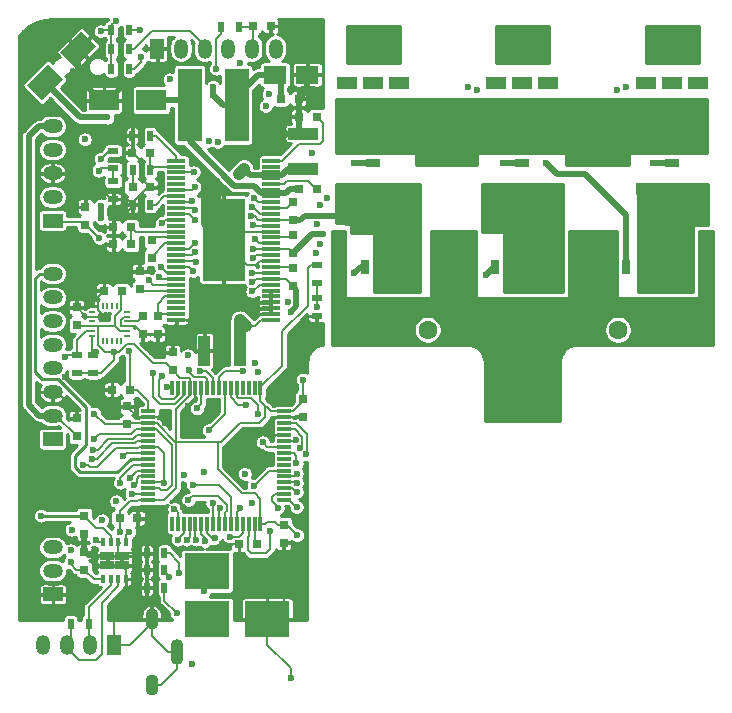
<source format=gtl>
G04 #@! TF.GenerationSoftware,KiCad,Pcbnew,(5.1.5-0)*
G04 #@! TF.CreationDate,2020-06-19T17:54:54+08:00*
G04 #@! TF.ProjectId,TESC,54455343-2e6b-4696-9361-645f70636258,A*
G04 #@! TF.SameCoordinates,Original*
G04 #@! TF.FileFunction,Copper,L1,Top*
G04 #@! TF.FilePolarity,Positive*
%FSLAX46Y46*%
G04 Gerber Fmt 4.6, Leading zero omitted, Abs format (unit mm)*
G04 Created by KiCad (PCBNEW (5.1.5-0)) date 2020-06-19 17:54:54*
%MOMM*%
%LPD*%
G04 APERTURE LIST*
%ADD10R,2.000000X6.200000*%
%ADD11R,3.810000X3.048000*%
%ADD12R,1.699260X1.099820*%
%ADD13R,0.850900X1.099820*%
%ADD14R,1.300480X0.701040*%
%ADD15R,1.099820X1.699260*%
%ADD16R,1.099820X0.850900*%
%ADD17R,0.701040X1.300480*%
%ADD18R,0.800000X0.750000*%
%ADD19O,0.200000X0.550000*%
%ADD20O,0.550000X0.200000*%
%ADD21R,2.500000X1.800000*%
%ADD22O,1.100000X2.200000*%
%ADD23O,1.100000X1.800000*%
%ADD24R,0.750000X0.800000*%
%ADD25R,1.501140X0.299720*%
%ADD26R,3.599180X7.000240*%
%ADD27R,0.304800X1.193800*%
%ADD28R,1.193800X0.304800*%
%ADD29C,0.100000*%
%ADD30R,0.350000X0.650000*%
%ADD31R,1.200000X0.775000*%
%ADD32R,1.950000X1.500000*%
%ADD33R,1.000000X2.500000*%
%ADD34R,2.500000X1.000000*%
%ADD35R,0.500000X0.900000*%
%ADD36R,0.900000X0.500000*%
%ADD37C,1.600000*%
%ADD38O,1.699260X1.198880*%
%ADD39R,1.699260X1.198880*%
%ADD40O,1.198880X1.699260*%
%ADD41R,1.198880X1.699260*%
%ADD42R,6.000000X5.000000*%
%ADD43C,0.600000*%
%ADD44C,0.203200*%
%ADD45C,0.304800*%
%ADD46C,0.508000*%
%ADD47C,0.254000*%
%ADD48C,1.016000*%
G04 APERTURE END LIST*
D10*
X133572000Y-62738000D03*
X129572000Y-62738000D03*
D11*
X131064000Y-102235000D03*
X131064000Y-106299000D03*
X136144000Y-106299000D03*
D12*
X155534360Y-60906660D03*
X159933640Y-60906660D03*
X157734000Y-60906660D03*
X159933640Y-69905880D03*
X155534360Y-69905880D03*
X157734000Y-69905880D03*
D13*
X159463740Y-63454280D03*
X159463740Y-66255900D03*
X156004260Y-63454280D03*
X156004260Y-66255900D03*
X157154880Y-63454280D03*
X158313120Y-63454280D03*
X158313120Y-66255900D03*
X157154880Y-66255900D03*
D14*
X157734000Y-67655440D03*
D15*
X162219340Y-74254360D03*
X162219340Y-78653640D03*
X162219340Y-76454000D03*
X153220120Y-78653640D03*
X153220120Y-74254360D03*
X153220120Y-76454000D03*
D16*
X159671720Y-78183740D03*
X156870100Y-78183740D03*
X159671720Y-74724260D03*
X156870100Y-74724260D03*
X159671720Y-75874880D03*
X159671720Y-77033120D03*
X156870100Y-77033120D03*
X156870100Y-75874880D03*
D17*
X155470560Y-76454000D03*
D12*
X168193360Y-60906660D03*
X172592640Y-60906660D03*
X170393000Y-60906660D03*
X172592640Y-69905880D03*
X168193360Y-69905880D03*
X170393000Y-69905880D03*
D13*
X172122740Y-63454280D03*
X172122740Y-66255900D03*
X168663260Y-63454280D03*
X168663260Y-66255900D03*
X169813880Y-63454280D03*
X170972120Y-63454280D03*
X170972120Y-66255900D03*
X169813880Y-66255900D03*
D14*
X170393000Y-67655440D03*
D15*
X173281340Y-74254360D03*
X173281340Y-78653640D03*
X173281340Y-76454000D03*
X164282120Y-78653640D03*
X164282120Y-74254360D03*
X164282120Y-76454000D03*
D16*
X170733720Y-78183740D03*
X167932100Y-78183740D03*
X170733720Y-74724260D03*
X167932100Y-74724260D03*
X170733720Y-75874880D03*
X170733720Y-77033120D03*
X167932100Y-77033120D03*
X167932100Y-75874880D03*
D17*
X166532560Y-76454000D03*
D12*
X142887360Y-60906660D03*
X147286640Y-60906660D03*
X145087000Y-60906660D03*
X147286640Y-69905880D03*
X142887360Y-69905880D03*
X145087000Y-69905880D03*
D13*
X146816740Y-63454280D03*
X146816740Y-66255900D03*
X143357260Y-63454280D03*
X143357260Y-66255900D03*
X144507880Y-63454280D03*
X145666120Y-63454280D03*
X145666120Y-66255900D03*
X144507880Y-66255900D03*
D14*
X145087000Y-67655440D03*
D15*
X151183340Y-74254360D03*
X151183340Y-78653640D03*
X151183340Y-76454000D03*
X142184120Y-78653640D03*
X142184120Y-74254360D03*
X142184120Y-76454000D03*
D16*
X148635720Y-78183740D03*
X145834100Y-78183740D03*
X148635720Y-74724260D03*
X145834100Y-74724260D03*
X148635720Y-75874880D03*
X148635720Y-77033120D03*
X145834100Y-77033120D03*
X145834100Y-75874880D03*
D17*
X144434560Y-76454000D03*
D18*
X123646500Y-97746000D03*
X125146500Y-97746000D03*
D19*
X121809000Y-82780000D03*
X122209000Y-82780000D03*
X122609000Y-82780000D03*
X123009000Y-82780000D03*
X123409000Y-82780000D03*
X123809000Y-82780000D03*
D20*
X124309000Y-82280000D03*
X124309000Y-81880000D03*
X124309000Y-81480000D03*
X124309000Y-81080000D03*
X124309000Y-80680000D03*
X124309000Y-80280000D03*
D19*
X123809000Y-79780000D03*
X123409000Y-79780000D03*
X123009000Y-79780000D03*
X122609000Y-79780000D03*
X122209000Y-79780000D03*
X121809000Y-79780000D03*
D20*
X121309000Y-80280000D03*
X121309000Y-80680000D03*
X121309000Y-81080000D03*
X121309000Y-81480000D03*
X121309000Y-81880000D03*
X121309000Y-82280000D03*
D21*
X126333000Y-62357000D03*
X122333000Y-62357000D03*
D22*
X128519000Y-109100000D03*
D23*
X126369000Y-111900000D03*
X126369000Y-106300000D03*
D24*
X120015000Y-81395000D03*
X120015000Y-79895000D03*
D25*
X136461500Y-76471780D03*
X136461500Y-75971400D03*
X136461500Y-75471020D03*
X136461500Y-74970640D03*
X136461500Y-74470260D03*
X136461500Y-73972420D03*
X136461500Y-73472040D03*
X136461500Y-72971660D03*
X136461500Y-72471280D03*
X136461500Y-71970900D03*
X136461500Y-71470520D03*
X136461500Y-80970120D03*
X136461500Y-80472280D03*
X136461500Y-79971900D03*
X128460500Y-75471020D03*
X136461500Y-78971140D03*
X136461500Y-78470760D03*
X136461500Y-77970380D03*
X136461500Y-77472540D03*
X136461500Y-76972160D03*
X128460500Y-72971660D03*
X128460500Y-73472040D03*
X128460500Y-73972420D03*
X128460500Y-74470260D03*
X128460500Y-74970640D03*
X136461500Y-79471520D03*
X128460500Y-75971400D03*
X128460500Y-76471780D03*
X128460500Y-76972160D03*
X128460500Y-77472540D03*
X128460500Y-77970380D03*
X128460500Y-78470760D03*
X128460500Y-78971140D03*
X128460500Y-67472560D03*
X128460500Y-67970400D03*
X128460500Y-68470780D03*
X128460500Y-68971160D03*
X128460500Y-69471540D03*
X128460500Y-69971920D03*
X128460500Y-70472300D03*
X128460500Y-70970140D03*
X128460500Y-71470520D03*
X128460500Y-71970900D03*
X128460500Y-72471280D03*
X128460500Y-79471520D03*
X128460500Y-79971900D03*
X128460500Y-80472280D03*
X128460500Y-80970120D03*
X136461500Y-70970140D03*
X136461500Y-70472300D03*
X136461500Y-69971920D03*
X136461500Y-69471540D03*
X136461500Y-68971160D03*
X136461500Y-68470780D03*
X136461500Y-67970400D03*
X136461500Y-67472560D03*
D26*
X132461000Y-74168000D03*
D27*
X135576000Y-86706001D03*
X135076001Y-86706001D03*
X134576000Y-86706001D03*
X134076001Y-86706001D03*
X133575999Y-86706001D03*
X133076000Y-86706001D03*
X132576001Y-86706001D03*
X132076000Y-86706001D03*
X131576000Y-86706001D03*
X131075999Y-86706001D03*
X130576000Y-86706001D03*
X130076001Y-86706001D03*
X129575999Y-86706001D03*
X129076000Y-86706001D03*
X128575999Y-86706001D03*
X128076000Y-86706001D03*
D28*
X126076001Y-88706000D03*
X126076001Y-89205999D03*
X126076001Y-89706000D03*
X126076001Y-90205999D03*
X126076001Y-90706001D03*
X126076001Y-91206000D03*
X126076001Y-91705999D03*
X126076001Y-92206000D03*
X126076001Y-92706000D03*
X126076001Y-93206001D03*
X126076001Y-93706000D03*
X126076001Y-94205999D03*
X126076001Y-94706001D03*
X126076001Y-95206000D03*
X126076001Y-95706001D03*
X126076001Y-96206000D03*
D27*
X128076000Y-98205999D03*
X128575999Y-98205999D03*
X129076000Y-98205999D03*
X129575999Y-98205999D03*
X130076001Y-98205999D03*
X130576000Y-98205999D03*
X131075999Y-98205999D03*
X131576000Y-98205999D03*
X132076000Y-98205999D03*
X132576001Y-98205999D03*
X133076000Y-98205999D03*
X133575999Y-98205999D03*
X134076001Y-98205999D03*
X134576000Y-98205999D03*
X135076001Y-98205999D03*
X135576000Y-98205999D03*
D28*
X137575999Y-96206000D03*
X137575999Y-95706001D03*
X137575999Y-95206000D03*
X137575999Y-94706001D03*
X137575999Y-94205999D03*
X137575999Y-93706000D03*
X137575999Y-93206001D03*
X137575999Y-92706000D03*
X137575999Y-92206000D03*
X137575999Y-91705999D03*
X137575999Y-91206000D03*
X137575999Y-90706001D03*
X137575999Y-90205999D03*
X137575999Y-89706000D03*
X137575999Y-89205999D03*
X137575999Y-88706000D03*
G04 #@! TA.AperFunction,SMDPad,CuDef*
D29*
G36*
X117083299Y-62370494D02*
G01*
X115810506Y-61097701D01*
X117578273Y-59329934D01*
X118851066Y-60602727D01*
X117083299Y-62370494D01*
G37*
G04 #@! TD.AperFunction*
G04 #@! TA.AperFunction,SMDPad,CuDef*
G36*
X119911727Y-59542066D02*
G01*
X118638934Y-58269273D01*
X120406701Y-56501506D01*
X121679494Y-57774299D01*
X119911727Y-59542066D01*
G37*
G04 #@! TD.AperFunction*
D30*
X124200000Y-99789500D03*
X123550000Y-99789500D03*
X122900000Y-99789500D03*
X122250000Y-99789500D03*
X122250000Y-102889500D03*
X122900000Y-102889500D03*
X123550000Y-102889500D03*
X124200000Y-102889500D03*
D31*
X122625000Y-101727000D03*
X123825000Y-101727000D03*
X122625000Y-100952000D03*
X123825000Y-100952000D03*
D32*
X139551000Y-60198000D03*
X136801000Y-60198000D03*
D33*
X133834000Y-83566000D03*
X130834000Y-83566000D03*
D34*
X139192000Y-68175000D03*
X139192000Y-65175000D03*
D35*
X127445200Y-100711000D03*
X125945200Y-100711000D03*
X127445200Y-102108000D03*
X125945200Y-102108000D03*
X127445200Y-103632000D03*
X125945200Y-103632000D03*
D36*
X123113800Y-70727000D03*
X123113800Y-69227000D03*
X123113800Y-68136200D03*
X123113800Y-66636200D03*
D35*
X124751400Y-68249800D03*
X126251400Y-68249800D03*
X124751400Y-71196200D03*
X126251400Y-71196200D03*
X124726000Y-65354200D03*
X126226000Y-65354200D03*
X119519000Y-106680000D03*
X121019000Y-106680000D03*
X133719000Y-56134000D03*
X132219000Y-56134000D03*
X124448000Y-56388000D03*
X122948000Y-56388000D03*
X124448000Y-58039000D03*
X122948000Y-58039000D03*
X124448000Y-59690000D03*
X122948000Y-59690000D03*
D36*
X140335000Y-76339000D03*
X140335000Y-77839000D03*
X140335000Y-79133000D03*
X140335000Y-80633000D03*
D24*
X120015000Y-90793000D03*
X120015000Y-89293000D03*
X137541000Y-98310000D03*
X137541000Y-99810000D03*
D18*
X133743000Y-99949000D03*
X135243000Y-99949000D03*
D24*
X124269500Y-89777000D03*
X124269500Y-88277000D03*
X128143000Y-85205000D03*
X128143000Y-83705000D03*
X120751600Y-72886000D03*
X120751600Y-71386000D03*
X139192000Y-87654000D03*
X139192000Y-89154000D03*
D18*
X124625800Y-73101200D03*
X123125800Y-73101200D03*
X124625800Y-74549000D03*
X123125800Y-74549000D03*
X126251400Y-69723000D03*
X124751400Y-69723000D03*
D24*
X125349000Y-78347000D03*
X125349000Y-76847000D03*
D18*
X124726000Y-66802000D03*
X126226000Y-66802000D03*
D24*
X126365000Y-74180000D03*
X126365000Y-75680000D03*
X126873000Y-80657000D03*
X126873000Y-82157000D03*
D18*
X140323000Y-63754000D03*
X138823000Y-63754000D03*
D24*
X138303000Y-71005000D03*
X138303000Y-72505000D03*
X138303000Y-73799000D03*
X138303000Y-75299000D03*
X138303000Y-76593000D03*
X138303000Y-78093000D03*
D18*
X140323000Y-69850000D03*
X138823000Y-69850000D03*
X137299000Y-62230000D03*
X138799000Y-62230000D03*
D24*
X120650000Y-97548000D03*
X120650000Y-99048000D03*
X120650000Y-102096000D03*
X120650000Y-100596000D03*
D18*
X124511500Y-86868000D03*
X123011500Y-86868000D03*
X134936800Y-56083200D03*
X136436800Y-56083200D03*
D24*
X125603000Y-82157000D03*
X125603000Y-80657000D03*
D18*
X122313000Y-78486000D03*
X123813000Y-78486000D03*
D37*
X144726000Y-81788000D03*
X149726000Y-81788000D03*
X170842000Y-81788000D03*
X165842000Y-81788000D03*
D38*
X118000000Y-102201520D03*
X118000000Y-100200000D03*
D39*
X118000000Y-104203040D03*
D40*
X117182900Y-108458000D03*
X121183400Y-108458000D03*
X119181880Y-108458000D03*
D41*
X123184920Y-108458000D03*
D40*
X136851260Y-58000000D03*
X134849740Y-58000000D03*
X132848220Y-58000000D03*
X128847720Y-58000000D03*
X130849240Y-58000000D03*
D41*
X126846200Y-58000000D03*
D38*
X117983000Y-77045760D03*
X117983000Y-85049300D03*
X117983000Y-89049800D03*
X117983000Y-87048280D03*
D39*
X117983000Y-91051320D03*
D38*
X117983000Y-83045240D03*
X117983000Y-81043720D03*
X117983000Y-79044740D03*
X117983000Y-64545500D03*
X117983000Y-66547020D03*
X117983000Y-70547520D03*
X117983000Y-68546000D03*
D39*
X117983000Y-72549040D03*
D42*
X157734000Y-86800000D03*
D36*
X120015000Y-85459000D03*
X120015000Y-83959000D03*
X121412000Y-85459000D03*
X121412000Y-83959000D03*
D43*
X135763000Y-91313000D03*
X123373151Y-96310846D03*
X131064000Y-69977000D03*
X134874000Y-66800000D03*
X127232128Y-69342000D03*
X131699000Y-69977000D03*
X131699000Y-69342000D03*
X131064000Y-69342000D03*
X134239000Y-66800000D03*
X133604000Y-66802000D03*
X166471600Y-67640200D03*
X165887400Y-67640200D03*
X165303200Y-67640200D03*
X164719000Y-67640200D03*
X164134800Y-67640200D03*
X163550600Y-67640200D03*
X162966400Y-67640200D03*
X162382200Y-67640200D03*
X161798000Y-67640200D03*
X166471600Y-67056000D03*
X165887400Y-67056000D03*
X165303200Y-67056000D03*
X164719000Y-67056000D03*
X164134800Y-67056000D03*
X163550600Y-67056000D03*
X162966400Y-67056000D03*
X162382200Y-67056000D03*
X161798000Y-67056000D03*
X166471600Y-66471800D03*
X165887400Y-66471800D03*
X165303200Y-66471800D03*
X164719000Y-66471800D03*
X164134800Y-66471800D03*
X163550600Y-66471800D03*
X162966400Y-66471800D03*
X162382200Y-66471800D03*
X161798000Y-66471800D03*
X166471600Y-65887600D03*
X165887400Y-65887600D03*
X165303200Y-65887600D03*
X164719000Y-65887600D03*
X164134800Y-65887600D03*
X163550600Y-65887600D03*
X162966400Y-65887600D03*
X162382200Y-65887600D03*
X161798000Y-65887600D03*
X166471600Y-65303400D03*
X165887400Y-65303400D03*
X165303200Y-65303400D03*
X164719000Y-65303400D03*
X164134800Y-65303400D03*
X163550600Y-65303400D03*
X162966400Y-65303400D03*
X162382200Y-65303400D03*
X161798000Y-65303400D03*
X166471600Y-64719200D03*
X165887400Y-64719200D03*
X165303200Y-64719200D03*
X164719000Y-64719200D03*
X164134800Y-64719200D03*
X163550600Y-64719200D03*
X162966400Y-64719200D03*
X162382200Y-64719200D03*
X161798000Y-64719200D03*
X166471600Y-64135000D03*
X165887400Y-64135000D03*
X165303200Y-64135000D03*
X164719000Y-64135000D03*
X164134800Y-64135000D03*
X163550600Y-64135000D03*
X162966400Y-64135000D03*
X162382200Y-64135000D03*
X153644600Y-67640200D03*
X153060400Y-67640200D03*
X152476200Y-67640200D03*
X151892000Y-67640200D03*
X151307800Y-67640200D03*
X150723600Y-67640200D03*
X150139400Y-67640200D03*
X149555200Y-67640200D03*
X148971000Y-67640200D03*
X153644600Y-67056000D03*
X153060400Y-67056000D03*
X152476200Y-67056000D03*
X151892000Y-67056000D03*
X151307800Y-67056000D03*
X150723600Y-67056000D03*
X150139400Y-67056000D03*
X149555200Y-67056000D03*
X148971000Y-67056000D03*
X153644600Y-66471800D03*
X153060400Y-66471800D03*
X152476200Y-66471800D03*
X151892000Y-66471800D03*
X151307800Y-66471800D03*
X150723600Y-66471800D03*
X150139400Y-66471800D03*
X149555200Y-66471800D03*
X148971000Y-66471800D03*
X153644600Y-65887600D03*
X153060400Y-65887600D03*
X152476200Y-65887600D03*
X151892000Y-65887600D03*
X151307800Y-65887600D03*
X150723600Y-65887600D03*
X150139400Y-65887600D03*
X149555200Y-65887600D03*
X148971000Y-65887600D03*
X153644600Y-65303400D03*
X153060400Y-65303400D03*
X152476200Y-65303400D03*
X151892000Y-65303400D03*
X151307800Y-65303400D03*
X150723600Y-65303400D03*
X150139400Y-65303400D03*
X149555200Y-65303400D03*
X148971000Y-65303400D03*
X153644600Y-64719200D03*
X153060400Y-64719200D03*
X152476200Y-64719200D03*
X151892000Y-64719200D03*
X151307800Y-64719200D03*
X150723600Y-64719200D03*
X150139400Y-64719200D03*
X149555200Y-64719200D03*
X148971000Y-64719200D03*
X153644600Y-64135000D03*
X153060400Y-64135000D03*
X152476200Y-64135000D03*
X151892000Y-64135000D03*
X151307800Y-64135000D03*
X150723600Y-64135000D03*
X150139400Y-64135000D03*
X149555200Y-64135000D03*
X161798000Y-64135000D03*
X148971000Y-64135000D03*
X134620000Y-79756000D03*
X135128000Y-80264000D03*
X134112000Y-79248000D03*
X136906000Y-64516000D03*
X138148000Y-111282000D03*
X136598600Y-102265000D03*
X138049000Y-86614000D03*
X124849867Y-96930195D03*
X126365000Y-83693000D03*
X134620000Y-90297000D03*
X129476214Y-88223275D03*
X127516448Y-89653548D03*
X117475000Y-94869000D03*
X119126000Y-94869000D03*
X132333990Y-99949000D03*
X133995745Y-101102745D03*
X129023272Y-96785623D03*
X125095000Y-60705994D03*
X125730000Y-60706000D03*
X126365000Y-60706000D03*
X118999000Y-75565000D03*
X119060575Y-85813373D03*
X127866447Y-81915000D03*
X125349000Y-75946000D03*
X124460000Y-75565000D03*
X124079000Y-72009000D03*
X135331202Y-88925400D03*
X124663196Y-95681800D03*
X135043559Y-70650810D03*
X119500000Y-101492000D03*
X131826000Y-59690000D03*
X123190000Y-83642200D03*
X139171432Y-86006018D03*
X123647200Y-98907600D03*
X138694745Y-99197745D03*
X121492990Y-88886035D03*
X121945399Y-74015600D03*
X131191000Y-90297000D03*
X134357830Y-88119733D03*
X122047000Y-67310000D03*
X131572000Y-61214000D03*
X131554155Y-61889155D03*
X122618498Y-63817500D03*
X122072400Y-71272400D03*
X122072400Y-72313800D03*
X117000000Y-97536000D03*
X134801900Y-72182240D03*
X143000000Y-71500000D03*
X143624840Y-71500000D03*
X144249680Y-71500000D03*
X146124200Y-71500000D03*
X146749040Y-71500000D03*
X147373880Y-71500000D03*
X147998720Y-71500000D03*
X143000000Y-72124840D03*
X143624840Y-72124840D03*
X144249680Y-72124840D03*
X144874520Y-72124840D03*
X145499360Y-72124840D03*
X146124200Y-72124840D03*
X146749040Y-72124840D03*
X147373880Y-72124840D03*
X147998720Y-72124840D03*
X143624840Y-72749680D03*
X144249680Y-72749680D03*
X144874520Y-72749680D03*
X145499360Y-72749680D03*
X146124200Y-72749680D03*
X146749040Y-72749680D03*
X147373880Y-72749680D03*
X147998720Y-72749680D03*
X143624840Y-73374520D03*
X144249680Y-73374520D03*
X144874520Y-73374520D03*
X145499360Y-73374520D03*
X146124200Y-73374520D03*
X146749040Y-73374520D03*
X147373880Y-73374520D03*
X147998720Y-73374520D03*
X143002000Y-72771000D03*
X155575000Y-71501000D03*
X140843000Y-73660000D03*
X134981000Y-74919000D03*
X156197300Y-71501000D03*
X156819600Y-71501000D03*
X158686500Y-71501000D03*
X159308800Y-71501000D03*
X159931100Y-71501000D03*
X160553400Y-71501000D03*
X155575000Y-72123300D03*
X156197300Y-72123300D03*
X156819600Y-72123300D03*
X157441900Y-72123300D03*
X158064200Y-72123300D03*
X158686500Y-72123300D03*
X159308800Y-72123300D03*
X159931100Y-72123300D03*
X160553400Y-72123300D03*
X155575000Y-72745600D03*
X156197300Y-72745600D03*
X156819600Y-72745600D03*
X157441900Y-72745600D03*
X158064200Y-72745600D03*
X158686500Y-72745600D03*
X159308800Y-72745600D03*
X159931100Y-72745600D03*
X160553400Y-72745600D03*
X155575000Y-73367900D03*
X156197300Y-73367900D03*
X156819600Y-73367900D03*
X157441900Y-73367900D03*
X158064200Y-73367900D03*
X158686500Y-73367900D03*
X159308800Y-73367900D03*
X159931100Y-73367900D03*
X160553400Y-73367900D03*
X168275000Y-71501000D03*
X134866829Y-77759634D03*
X168897300Y-71501000D03*
X169519600Y-71501000D03*
X171386500Y-71501000D03*
X172008800Y-71501000D03*
X172631100Y-71501000D03*
X173253400Y-71501000D03*
X168275000Y-72123300D03*
X168897300Y-72123300D03*
X169519600Y-72123300D03*
X170141900Y-72123300D03*
X170764200Y-72123300D03*
X171386500Y-72123300D03*
X172008800Y-72123300D03*
X172631100Y-72123300D03*
X173253400Y-72123300D03*
X168275000Y-72745600D03*
X168897300Y-72745600D03*
X169519600Y-72745600D03*
X170141900Y-72745600D03*
X170764200Y-72745600D03*
X171386500Y-72745600D03*
X172008800Y-72745600D03*
X172631100Y-72745600D03*
X173253400Y-72745600D03*
X168275000Y-73367900D03*
X168897300Y-73367900D03*
X169519600Y-73367900D03*
X170141900Y-73367900D03*
X170764200Y-73367900D03*
X171386500Y-73367900D03*
X172008800Y-73367900D03*
X138176000Y-80264016D03*
X167513000Y-79375000D03*
X133731000Y-68580000D03*
X134391400Y-81508600D03*
X133834000Y-80957296D03*
X134162800Y-68148200D03*
X143383000Y-79375000D03*
X144018000Y-79375000D03*
X144653000Y-79375000D03*
X145288000Y-79375000D03*
X145923000Y-79375000D03*
X146558000Y-79375000D03*
X147193000Y-79375000D03*
X147828000Y-79375000D03*
X142113000Y-80010000D03*
X142748000Y-80010000D03*
X143383000Y-80010000D03*
X144018000Y-80010000D03*
X144653000Y-80010000D03*
X145288000Y-80010000D03*
X145923000Y-80010000D03*
X146558000Y-80010000D03*
X147193000Y-80010000D03*
X147828000Y-80010000D03*
X155448000Y-79375000D03*
X156083000Y-79375000D03*
X156718000Y-79375000D03*
X157353000Y-79375000D03*
X157988000Y-79375000D03*
X158623000Y-79375000D03*
X159258000Y-79375000D03*
X159893000Y-79375000D03*
X160528000Y-79375000D03*
X154813000Y-80010000D03*
X155448000Y-80010000D03*
X156083000Y-80010000D03*
X156718000Y-80010000D03*
X157353000Y-80010000D03*
X157988000Y-80010000D03*
X158623000Y-80010000D03*
X159258000Y-80010000D03*
X159893000Y-80010000D03*
X160528000Y-80010000D03*
X168148000Y-79375000D03*
X168783000Y-79375000D03*
X169418000Y-79375000D03*
X170053000Y-79375000D03*
X170688000Y-79375000D03*
X171323000Y-79375000D03*
X171958000Y-79375000D03*
X167513000Y-80010000D03*
X168148000Y-80010000D03*
X168783000Y-80010000D03*
X169418000Y-80010000D03*
X170053000Y-80010000D03*
X170688000Y-80010000D03*
X171323000Y-80010000D03*
X171958000Y-80010000D03*
X172593000Y-80010000D03*
X173228000Y-80010000D03*
X154813000Y-79375000D03*
X135382000Y-85344000D03*
X134077066Y-85268411D03*
X130429000Y-85268430D03*
X140334994Y-79883000D03*
X135153776Y-84627036D03*
X124470635Y-83577501D03*
X129413000Y-83947000D03*
X129485668Y-85236022D03*
X123954848Y-92506426D03*
X130860906Y-99656566D03*
X131699000Y-99440996D03*
X125476000Y-58673996D03*
X125349000Y-56388000D03*
X120696010Y-65670151D03*
X130114793Y-99559412D03*
X122047000Y-56515002D03*
X123317000Y-55654394D03*
X121285000Y-92710000D03*
X121483410Y-91051407D03*
X121365990Y-91948000D03*
X136398006Y-98806000D03*
X138637990Y-96801922D03*
X133857998Y-96901000D03*
X132969000Y-99314000D03*
X128706578Y-102362000D03*
X127863596Y-102717600D03*
X128482403Y-105790264D03*
X121873990Y-68326000D03*
X129921000Y-68453000D03*
X130193612Y-88450131D03*
X126492000Y-85471004D03*
X127254000Y-85725002D03*
X127640348Y-86619768D03*
X147039000Y-58901000D03*
X146404000Y-58901000D03*
X145769000Y-58901000D03*
X145134000Y-58901000D03*
X144499000Y-58901000D03*
X143864000Y-58901000D03*
X143229000Y-58901000D03*
X147039000Y-58266000D03*
X146404000Y-58266000D03*
X145769000Y-58266000D03*
X145134000Y-58266000D03*
X144499000Y-58266000D03*
X143864000Y-58266000D03*
X143229000Y-58266000D03*
X147039000Y-57631000D03*
X146404000Y-57631000D03*
X145769000Y-57631000D03*
X145134000Y-57631000D03*
X144499000Y-57631000D03*
X143864000Y-57631000D03*
X143229000Y-57631000D03*
X147039000Y-56996000D03*
X146404000Y-56996000D03*
X145769000Y-56996000D03*
X145134000Y-56996000D03*
X144499000Y-56996000D03*
X143864000Y-56996000D03*
X143229000Y-56996000D03*
X147039000Y-56361000D03*
X146404000Y-56361000D03*
X145769000Y-56361000D03*
X145134000Y-56361000D03*
X144499000Y-56361000D03*
X143864000Y-56361000D03*
X143229000Y-56361000D03*
X134859694Y-71406578D03*
X134983565Y-72918030D03*
X159639000Y-58901000D03*
X159004000Y-58901000D03*
X158369000Y-58901000D03*
X157734000Y-58901000D03*
X157099000Y-58901000D03*
X156464000Y-58901000D03*
X155829000Y-58901000D03*
X159639000Y-58266000D03*
X159004000Y-58266000D03*
X158369000Y-58266000D03*
X157734000Y-58266000D03*
X157099000Y-58266000D03*
X156464000Y-58266000D03*
X155829000Y-58266000D03*
X159639000Y-57631000D03*
X159004000Y-57631000D03*
X158369000Y-57631000D03*
X157734000Y-57631000D03*
X157099000Y-57631000D03*
X156464000Y-57631000D03*
X155829000Y-57631000D03*
X159639000Y-56996000D03*
X159004000Y-56996000D03*
X158369000Y-56996000D03*
X157734000Y-56996000D03*
X157099000Y-56996000D03*
X156464000Y-56996000D03*
X155829000Y-56996000D03*
X159639000Y-56361000D03*
X159004000Y-56361000D03*
X158369000Y-56361000D03*
X157734000Y-56361000D03*
X157099000Y-56361000D03*
X156464000Y-56361000D03*
X155829000Y-56361000D03*
X135081000Y-74119000D03*
X134981000Y-75719000D03*
X172339000Y-58901000D03*
X171704000Y-58901000D03*
X171069000Y-58901000D03*
X170434000Y-58901000D03*
X169799000Y-58901000D03*
X169164000Y-58901000D03*
X168529000Y-58901000D03*
X172339000Y-58266000D03*
X171704000Y-58266000D03*
X171069000Y-58266000D03*
X170434000Y-58266000D03*
X169799000Y-58266000D03*
X169164000Y-58266000D03*
X168529000Y-58266000D03*
X172339000Y-57631000D03*
X171704000Y-57631000D03*
X171069000Y-57631000D03*
X170434000Y-57631000D03*
X169799000Y-57631000D03*
X169164000Y-57631000D03*
X168529000Y-57631000D03*
X172339000Y-56996000D03*
X171704000Y-56996000D03*
X171069000Y-56996000D03*
X170434000Y-56996000D03*
X169799000Y-56996000D03*
X169164000Y-56996000D03*
X168529000Y-56996000D03*
X172339000Y-56361000D03*
X171704000Y-56361000D03*
X171069000Y-56361000D03*
X170434000Y-56361000D03*
X169799000Y-56361000D03*
X169164000Y-56361000D03*
X168529000Y-56361000D03*
X134860669Y-76981846D03*
X134889640Y-78537112D03*
X139953998Y-66848010D03*
X134239000Y-93980000D03*
X133858000Y-59182000D03*
X130810000Y-93853000D03*
X129098650Y-94052717D03*
X127889000Y-60579004D03*
X130081000Y-76019000D03*
X128293140Y-96967368D03*
X127127000Y-76453990D03*
X128574250Y-99568000D03*
X129326661Y-99568000D03*
X126111000Y-77597000D03*
X129794000Y-70866000D03*
X131516902Y-96464304D03*
X127235055Y-72768890D03*
X138637990Y-95511593D03*
X130048000Y-72517004D03*
X138637990Y-94750777D03*
X130048887Y-71633226D03*
X138637990Y-93970921D03*
X119587990Y-98715145D03*
X123698000Y-94742000D03*
X119507000Y-100457000D03*
X124497033Y-94325659D03*
X130040229Y-75242258D03*
X132162712Y-96850378D03*
X129901590Y-76826915D03*
X129476469Y-96185010D03*
X129858399Y-94911909D03*
X127000002Y-77355385D03*
X138625301Y-93092742D03*
X130048000Y-74422000D03*
X130048000Y-69723000D03*
X138546340Y-91152529D03*
X121666000Y-99568000D03*
X138935171Y-91796682D03*
X124475365Y-98881671D03*
X139472582Y-92329000D03*
X136017000Y-62865000D03*
X153924000Y-61468000D03*
X136271000Y-61849000D03*
X153162000Y-61214000D03*
X166497000Y-61214000D03*
X131953000Y-65913000D03*
X165735000Y-61468000D03*
X131191000Y-65786000D03*
X140335000Y-72842410D03*
X143510000Y-67691000D03*
X140589006Y-71247000D03*
X143510000Y-77017590D03*
X140600000Y-74500000D03*
X154635197Y-77165203D03*
X140300000Y-75300000D03*
X156083000Y-67691000D03*
X159766000Y-67691000D03*
X141224000Y-70612000D03*
X168783000Y-67691000D03*
X137904193Y-79451912D03*
X130810000Y-103886000D03*
X130937000Y-105664000D03*
X120570694Y-93259226D03*
X127392255Y-94762621D03*
X134874000Y-96439010D03*
X129794000Y-110108998D03*
X122174000Y-97917000D03*
X137033000Y-96901000D03*
X118999000Y-84074000D03*
X124907284Y-94956386D03*
X121623887Y-83654021D03*
X135001000Y-94996000D03*
D44*
X137575999Y-91705999D02*
X137552999Y-91705999D01*
X137552999Y-91705999D02*
X136155999Y-91705999D01*
X136155999Y-91705999D02*
X135763000Y-91313000D01*
D45*
X122625000Y-100952000D02*
X121006000Y-100952000D01*
X121006000Y-100952000D02*
X120650000Y-100596000D01*
D44*
X125349000Y-76847000D02*
X125337000Y-76847000D01*
X124770800Y-76847000D02*
X125349000Y-76847000D01*
D46*
X126364994Y-60705994D02*
X126365000Y-60706000D01*
X139192000Y-65175000D02*
X137434000Y-65175000D01*
X137434000Y-65175000D02*
X135807000Y-66802000D01*
X135807000Y-66802000D02*
X133604000Y-66802000D01*
D44*
X123125800Y-75202000D02*
X123134399Y-75210599D01*
X124751400Y-70996200D02*
X126024600Y-69723000D01*
X124751400Y-71196200D02*
X124751400Y-70996200D01*
X126024600Y-69723000D02*
X126251400Y-69723000D01*
X136461500Y-73472040D02*
X133156960Y-73472040D01*
X133156960Y-73472040D02*
X132461000Y-74168000D01*
D47*
X123825000Y-101727000D02*
X123825000Y-100952000D01*
X122625000Y-101727000D02*
X123825000Y-101727000D01*
X122625000Y-100952000D02*
X122625000Y-101727000D01*
X123825000Y-100952000D02*
X122625000Y-100952000D01*
D44*
X123550000Y-99789500D02*
X123550000Y-100677000D01*
X123550000Y-100677000D02*
X123825000Y-100952000D01*
X124200000Y-102889500D02*
X124200000Y-102102000D01*
X124200000Y-102102000D02*
X123825000Y-101727000D01*
D46*
X138823000Y-63754000D02*
X138823000Y-64806000D01*
X138823000Y-64806000D02*
X139192000Y-65175000D01*
D44*
X124770800Y-76847000D02*
X123125800Y-75202000D01*
D46*
X120650000Y-99302000D02*
X120650000Y-100596000D01*
X138811000Y-63742000D02*
X138811000Y-62266000D01*
X138811000Y-62266000D02*
X138823000Y-62254000D01*
D44*
X133111557Y-73517443D02*
X132461000Y-74168000D01*
X126251400Y-69723000D02*
X126226400Y-69723000D01*
X126226400Y-69723000D02*
X125476000Y-68972600D01*
X125476000Y-68972600D02*
X125476000Y-67527000D01*
X125476000Y-67527000D02*
X124751000Y-66802000D01*
X124751000Y-66802000D02*
X124726000Y-66802000D01*
X130834000Y-83566000D02*
X130834000Y-82112800D01*
X130834000Y-82112800D02*
X129691320Y-80970120D01*
X129691320Y-80970120D02*
X128460500Y-80970120D01*
X124726000Y-65354200D02*
X124726000Y-66802000D01*
X126251400Y-69723000D02*
X126851128Y-69723000D01*
X126851128Y-69723000D02*
X127232128Y-69342000D01*
D48*
X131699000Y-69342000D02*
X131699000Y-69977000D01*
X131064000Y-69342000D02*
X131699000Y-69342000D01*
D44*
X126251400Y-69723000D02*
X126597128Y-69723000D01*
D48*
X131191000Y-72898000D02*
X132461000Y-74168000D01*
D44*
X136461500Y-75971400D02*
X135560401Y-75971400D01*
X135212801Y-76319000D02*
X134414829Y-76319000D01*
X135560401Y-75971400D02*
X135212801Y-76319000D01*
X134414829Y-76319000D02*
X132461000Y-74365171D01*
X132461000Y-74365171D02*
X132461000Y-74168000D01*
X126076001Y-89205999D02*
X125173499Y-89205999D01*
X125173499Y-89205999D02*
X124269500Y-88302000D01*
X124269500Y-88302000D02*
X124269500Y-88277000D01*
X123113800Y-70727000D02*
X124282200Y-70727000D01*
X124282200Y-70727000D02*
X124751400Y-71196200D01*
X126251400Y-69723000D02*
X126365000Y-69723000D01*
X126124400Y-69723000D02*
X126124400Y-69709600D01*
X139267001Y-89205999D02*
X139319000Y-89154000D01*
X137575999Y-89205999D02*
X139267001Y-89205999D01*
X126369000Y-107719541D02*
X127749459Y-109100000D01*
X126369000Y-106300000D02*
X126369000Y-107719541D01*
X128519000Y-109100000D02*
X127749459Y-109100000D01*
X124200000Y-102635500D02*
X124200000Y-103638000D01*
D48*
X131064000Y-72771000D02*
X132461000Y-74168000D01*
X131064000Y-69342000D02*
X131064000Y-72771000D01*
X131699000Y-73406000D02*
X132461000Y-74168000D01*
X131699000Y-69977000D02*
X131699000Y-73406000D01*
D44*
X134556488Y-79692488D02*
X134556482Y-79692488D01*
X134556482Y-79692482D02*
X134556482Y-79692488D01*
X135336280Y-80472280D02*
X135128000Y-80264000D01*
X136461500Y-80472280D02*
X135336280Y-80472280D01*
D45*
X136461500Y-80472280D02*
X136461500Y-78470760D01*
D44*
X124561000Y-108458000D02*
X122803920Y-108458000D01*
X126369000Y-106650000D02*
X124561000Y-108458000D01*
X126365000Y-106299000D02*
X126365000Y-106649000D01*
X137565000Y-65175000D02*
X136906000Y-64516000D01*
X139192000Y-65175000D02*
X137565000Y-65175000D01*
D46*
X139551000Y-61478000D02*
X138799000Y-62230000D01*
X139551000Y-60198000D02*
X139551000Y-61478000D01*
D44*
X139551000Y-58213200D02*
X139551000Y-60198000D01*
X137421000Y-56083200D02*
X139551000Y-58213200D01*
X136436800Y-56083200D02*
X137421000Y-56083200D01*
X120800000Y-80680000D02*
X121309000Y-80680000D01*
X120015000Y-79895000D02*
X120800000Y-80680000D01*
X121809000Y-78990000D02*
X122313000Y-78486000D01*
X121809000Y-79780000D02*
X121809000Y-78990000D01*
X123125800Y-75202000D02*
X123125800Y-74549000D01*
X123125800Y-73101200D02*
X123125800Y-74549000D01*
X123113800Y-73089200D02*
X123125800Y-73101200D01*
X123113800Y-70727000D02*
X123113800Y-73089200D01*
X123830800Y-81480000D02*
X124309000Y-81480000D01*
X123779990Y-80933365D02*
X123779990Y-81429190D01*
X123779990Y-81429190D02*
X123830800Y-81480000D01*
X124033355Y-80680000D02*
X123779990Y-80933365D01*
X124309000Y-80680000D02*
X124033355Y-80680000D01*
X121808800Y-80680000D02*
X121309000Y-80680000D01*
X121809000Y-80679800D02*
X121808800Y-80680000D01*
X121809000Y-80104355D02*
X121970800Y-80266155D01*
X121910600Y-80679800D02*
X121809000Y-80679800D01*
X121970800Y-80619600D02*
X121910600Y-80679800D01*
X121970800Y-80266155D02*
X121970800Y-80619600D01*
X121809000Y-79780000D02*
X121809000Y-80104355D01*
X125945200Y-100711000D02*
X125945200Y-102108000D01*
X125945200Y-102108000D02*
X125945200Y-103632000D01*
X123838000Y-100965000D02*
X123825000Y-100952000D01*
X123253500Y-104584500D02*
X123190000Y-104648000D01*
X124200000Y-103638000D02*
X123253500Y-104584500D01*
X123184920Y-104653080D02*
X123253500Y-104584500D01*
X124066000Y-100711000D02*
X123825000Y-100952000D01*
X125945200Y-100711000D02*
X124066000Y-100711000D01*
X124908895Y-96930195D02*
X124849867Y-96930195D01*
X125146500Y-97746000D02*
X125146500Y-97167800D01*
X125146500Y-97167800D02*
X124908895Y-96930195D01*
X135029001Y-90706001D02*
X134620000Y-90297000D01*
X137575999Y-90706001D02*
X135029001Y-90706001D01*
X135778497Y-90297000D02*
X134620000Y-90297000D01*
X136869498Y-89205999D02*
X135778497Y-90297000D01*
X137575999Y-89205999D02*
X136869498Y-89205999D01*
X126377000Y-83705000D02*
X126365000Y-83693000D01*
X128143000Y-83705000D02*
X126377000Y-83705000D01*
X128143000Y-83101800D02*
X128143000Y-83705000D01*
X129260600Y-82804000D02*
X128440800Y-82804000D01*
X130022600Y-83566000D02*
X129260600Y-82804000D01*
X128440800Y-82804000D02*
X128143000Y-83101800D01*
X130834000Y-83566000D02*
X130022600Y-83566000D01*
X126873000Y-82157000D02*
X125603000Y-82157000D01*
X123184920Y-108458000D02*
X123184920Y-104653080D01*
X123011500Y-87597200D02*
X123011500Y-86868000D01*
X123691300Y-88277000D02*
X123011500Y-87597200D01*
X124269500Y-88277000D02*
X123691300Y-88277000D01*
X130076001Y-87623488D02*
X129476214Y-88223275D01*
X130076001Y-86706001D02*
X130076001Y-87623488D01*
X126076001Y-89205999D02*
X127068899Y-89205999D01*
X127068899Y-89205999D02*
X127516448Y-89653548D01*
X120015000Y-79291800D02*
X120015000Y-79895000D01*
X120820800Y-78486000D02*
X120015000Y-79291800D01*
X122313000Y-78486000D02*
X120820800Y-78486000D01*
X120751600Y-70782800D02*
X120751600Y-71386000D01*
X122555000Y-70358000D02*
X121176400Y-70358000D01*
X122924000Y-70727000D02*
X122555000Y-70358000D01*
X121176400Y-70358000D02*
X120751600Y-70782800D01*
X123113800Y-70727000D02*
X122924000Y-70727000D01*
X138049000Y-84709000D02*
X138049000Y-86614000D01*
X140335000Y-82423000D02*
X138049000Y-84709000D01*
X140335000Y-80633000D02*
X140335000Y-82423000D01*
X133743000Y-99949000D02*
X132333990Y-99949000D01*
X128519000Y-110503200D02*
X128519000Y-109100000D01*
X127122200Y-111900000D02*
X128519000Y-110503200D01*
X126369000Y-111900000D02*
X127122200Y-111900000D01*
X137541000Y-104902000D02*
X136144000Y-106299000D01*
X137541000Y-99810000D02*
X137541000Y-104902000D01*
X138148000Y-110462000D02*
X138148000Y-111282000D01*
X136144000Y-108458000D02*
X138148000Y-110462000D01*
X136144000Y-106299000D02*
X136144000Y-108458000D01*
X118373480Y-87048280D02*
X117983000Y-87048280D01*
X120015000Y-88689800D02*
X118373480Y-87048280D01*
X120015000Y-89293000D02*
X120015000Y-88689800D01*
D46*
X122047000Y-62357000D02*
X122333000Y-62357000D01*
X124460000Y-60706000D02*
X126365000Y-60706000D01*
X124333000Y-60706000D02*
X124841000Y-60706000D01*
X122682000Y-62357000D02*
X124333000Y-60706000D01*
X122333000Y-62357000D02*
X122682000Y-62357000D01*
D44*
X119970200Y-75565000D02*
X118999000Y-75565000D01*
X122313000Y-77907800D02*
X119970200Y-75565000D01*
X122313000Y-78486000D02*
X122313000Y-77907800D01*
X121506600Y-75565000D02*
X118999000Y-75565000D01*
X122522600Y-74549000D02*
X121506600Y-75565000D01*
X123125800Y-74549000D02*
X122522600Y-74549000D01*
X120115202Y-86868000D02*
X119060575Y-85813373D01*
X123011500Y-86868000D02*
X120115202Y-86868000D01*
X127624447Y-82157000D02*
X127866447Y-81915000D01*
X126873000Y-82157000D02*
X127624447Y-82157000D01*
X125349000Y-76847000D02*
X125349000Y-75946000D01*
X123563600Y-75565000D02*
X124460000Y-75565000D01*
X123125800Y-75127200D02*
X123563600Y-75565000D01*
X123125800Y-74549000D02*
X123125800Y-75127200D01*
X124751400Y-71336600D02*
X124079000Y-72009000D01*
X124751400Y-71196200D02*
X124751400Y-71336600D01*
X124926000Y-81480000D02*
X125603000Y-82157000D01*
X124309000Y-81480000D02*
X124926000Y-81480000D01*
X128460500Y-81320947D02*
X127866447Y-81915000D01*
X128460500Y-80970120D02*
X128460500Y-81320947D01*
D46*
X120159214Y-60469214D02*
X122047000Y-62357000D01*
X120159214Y-58021786D02*
X120159214Y-60469214D01*
D44*
X133575999Y-86706001D02*
X133575999Y-87503192D01*
X133638539Y-87565732D02*
X134739446Y-87565732D01*
X134739446Y-87565732D02*
X135331202Y-88157488D01*
X135331202Y-88157488D02*
X135331202Y-88925400D01*
X133575999Y-87503192D02*
X133638539Y-87565732D01*
X126076001Y-95706001D02*
X124687397Y-95706001D01*
X124687397Y-95706001D02*
X124663196Y-95681800D01*
X135076001Y-98171000D02*
X135076001Y-99620002D01*
X135076001Y-99655001D02*
X135243000Y-99822000D01*
X122250000Y-102889500D02*
X121443500Y-102889500D01*
X121443500Y-102889500D02*
X120650000Y-102096000D01*
X132219000Y-56146000D02*
X132219000Y-56134000D01*
X135362889Y-70970140D02*
X135043559Y-70650810D01*
X136461500Y-70970140D02*
X135362889Y-70970140D01*
X126076001Y-89706000D02*
X124340500Y-89706000D01*
X138292000Y-88706000D02*
X139319000Y-87679000D01*
X139319000Y-87679000D02*
X139319000Y-87654000D01*
X137575999Y-88706000D02*
X138292000Y-88706000D01*
X120650000Y-102096000D02*
X119977000Y-102096000D01*
X119977000Y-102096000D02*
X119500000Y-101619000D01*
X136458000Y-88706000D02*
X135576000Y-87824000D01*
X137575999Y-88706000D02*
X136458000Y-88706000D01*
X135576000Y-86706001D02*
X135576000Y-87824000D01*
D46*
X115951000Y-65405000D02*
X116810500Y-64545500D01*
X116862800Y-89049800D02*
X115951000Y-88138000D01*
X117983000Y-89049800D02*
X116862800Y-89049800D01*
X116810500Y-64545500D02*
X117983000Y-64545500D01*
D44*
X132219000Y-56787200D02*
X131826000Y-57180200D01*
X132219000Y-56134000D02*
X132219000Y-56787200D01*
X131826000Y-57180200D02*
X131826000Y-59690000D01*
X120100000Y-81480000D02*
X120015000Y-81395000D01*
X121309000Y-81480000D02*
X120100000Y-81480000D01*
X123809000Y-78490000D02*
X123813000Y-78486000D01*
X123809000Y-79780000D02*
X123809000Y-78490000D01*
X121838010Y-81488990D02*
X121847000Y-81480000D01*
X121838010Y-82750990D02*
X121838010Y-81488990D01*
X121809000Y-82780000D02*
X121838010Y-82750990D01*
X121309000Y-81480000D02*
X121847000Y-81480000D01*
X123663000Y-81880000D02*
X124309000Y-81880000D01*
X123263000Y-81480000D02*
X123663000Y-81880000D01*
X121847000Y-81480000D02*
X123263000Y-81480000D01*
X139573000Y-79756000D02*
X139573000Y-76581000D01*
X137414000Y-81915000D02*
X139573000Y-79756000D01*
X139815000Y-76339000D02*
X140335000Y-76339000D01*
X139573000Y-76581000D02*
X139815000Y-76339000D01*
X135576000Y-86674000D02*
X137414000Y-84836000D01*
X135576000Y-86706001D02*
X135576000Y-86674000D01*
X123263000Y-80650355D02*
X123263000Y-81480000D01*
X123809000Y-80104355D02*
X123263000Y-80650355D01*
X123809000Y-79780000D02*
X123809000Y-80104355D01*
X122065200Y-85459000D02*
X123190000Y-84334200D01*
X123190000Y-84334200D02*
X123190000Y-83642200D01*
X121412000Y-85459000D02*
X122065200Y-85459000D01*
X139192000Y-86026586D02*
X139171432Y-86006018D01*
X139192000Y-87654000D02*
X139192000Y-86026586D01*
X122395555Y-83642200D02*
X123190000Y-83642200D01*
X121809000Y-83055645D02*
X122395555Y-83642200D01*
X121809000Y-82780000D02*
X121809000Y-83055645D01*
X123646500Y-97167800D02*
X123646500Y-97746000D01*
X124497500Y-96316800D02*
X123646500Y-97167800D01*
X125165101Y-96316800D02*
X124497500Y-96316800D01*
X125275901Y-96206000D02*
X125165101Y-96316800D01*
X126076001Y-96206000D02*
X125275901Y-96206000D01*
X137414000Y-81915000D02*
X137414000Y-84836000D01*
X123646500Y-98906900D02*
X123647200Y-98907600D01*
X123646500Y-97746000D02*
X123646500Y-98906900D01*
X129575999Y-85919120D02*
X129511978Y-85855100D01*
X129575999Y-86706001D02*
X129575999Y-85919120D01*
X128143000Y-85217000D02*
X128143000Y-85205000D01*
X128781100Y-85855100D02*
X128143000Y-85217000D01*
X129511979Y-85855100D02*
X128781100Y-85855100D01*
X129575999Y-85919120D02*
X129511979Y-85855100D01*
X126076001Y-89706000D02*
X126732076Y-89706000D01*
X121412000Y-85459000D02*
X120015000Y-85459000D01*
X126785411Y-89706000D02*
X126076001Y-89706000D01*
X128421097Y-91337097D02*
X128416508Y-91337097D01*
X129575999Y-87340001D02*
X129575999Y-86706001D01*
X128397000Y-88519000D02*
X129575999Y-87340001D01*
X128397000Y-91313000D02*
X128397000Y-88519000D01*
X135986801Y-89158799D02*
X135483600Y-89662000D01*
X133858000Y-89662000D02*
X132207000Y-91313000D01*
X135483600Y-89662000D02*
X133858000Y-89662000D01*
X135986801Y-88234801D02*
X135986801Y-89158799D01*
X135576000Y-87824000D02*
X135986801Y-88234801D01*
X128421097Y-91337097D02*
X128397000Y-91313000D01*
X128421097Y-95220811D02*
X128421097Y-91337097D01*
X127435908Y-96206000D02*
X128421097Y-95220811D01*
X126076001Y-96206000D02*
X127435908Y-96206000D01*
X131953000Y-91313000D02*
X131953000Y-93599000D01*
X132207000Y-91313000D02*
X131953000Y-91313000D01*
X131953000Y-91313000D02*
X128397000Y-91313000D01*
X131953000Y-93599000D02*
X133985000Y-95631000D01*
X133985000Y-95631000D02*
X135128000Y-95631000D01*
X135576000Y-96079000D02*
X135576000Y-98205999D01*
X135128000Y-95631000D02*
X135576000Y-96079000D01*
X128416508Y-91337097D02*
X126785411Y-89706000D01*
D46*
X115951000Y-88138000D02*
X115951000Y-65405000D01*
D44*
X137807000Y-98310000D02*
X138694745Y-99197745D01*
X136144000Y-98044000D02*
X135982001Y-98205999D01*
X136801400Y-98044000D02*
X136144000Y-98044000D01*
X135982001Y-98205999D02*
X135576000Y-98205999D01*
X137067400Y-98310000D02*
X136801400Y-98044000D01*
X137541000Y-98310000D02*
X137067400Y-98310000D01*
X120015000Y-90768000D02*
X118296800Y-89049800D01*
X118296800Y-89049800D02*
X117983000Y-89049800D01*
X120015000Y-90793000D02*
X120015000Y-90768000D01*
X123622445Y-83642200D02*
X123190000Y-83642200D01*
X128143000Y-85180000D02*
X127564800Y-84601800D01*
X126442724Y-84601800D02*
X124852922Y-83011998D01*
X124852922Y-83011998D02*
X124252647Y-83011998D01*
X124252647Y-83011998D02*
X123622445Y-83642200D01*
X128143000Y-85205000D02*
X128143000Y-85180000D01*
X127564800Y-84601800D02*
X126442724Y-84601800D01*
X124269500Y-89777000D02*
X122383955Y-89777000D01*
X122383955Y-89777000D02*
X121492990Y-88886035D01*
X121754600Y-74015600D02*
X121945399Y-74015600D01*
X120815799Y-72886000D02*
X121945399Y-74015600D01*
X120751600Y-72886000D02*
X120815799Y-72886000D01*
X118065960Y-72632000D02*
X117983000Y-72549040D01*
X120751600Y-72632000D02*
X118065960Y-72632000D01*
X132576001Y-88911999D02*
X131191000Y-90297000D01*
X132576001Y-86706001D02*
X132576001Y-88911999D01*
X133076000Y-87506101D02*
X133689632Y-88119733D01*
X133076000Y-86706001D02*
X133076000Y-87506101D01*
X133689632Y-88119733D02*
X134357830Y-88119733D01*
X122720800Y-66636200D02*
X122047000Y-67310000D01*
X123113800Y-66636200D02*
X122720800Y-66636200D01*
D46*
X132403000Y-62738000D02*
X131554155Y-61889155D01*
X131554155Y-61231845D02*
X131572000Y-61214000D01*
X131554155Y-61889155D02*
X131554155Y-61231845D01*
X137299000Y-60696000D02*
X136801000Y-60198000D01*
X137299000Y-62230000D02*
X137299000Y-60696000D01*
X122072400Y-71272400D02*
X122072400Y-72313800D01*
D44*
X117000000Y-97409000D02*
X117000000Y-97536000D01*
X117012000Y-97421000D02*
X117000000Y-97409000D01*
X120650000Y-97548000D02*
X120650000Y-97573000D01*
X121665799Y-98588799D02*
X122227499Y-98588799D01*
X122900000Y-99261300D02*
X122900000Y-99789500D01*
X122227499Y-98588799D02*
X122900000Y-99261300D01*
X120650000Y-97573000D02*
X121665799Y-98588799D01*
D47*
X117012000Y-97548000D02*
X117000000Y-97536000D01*
X120650000Y-97548000D02*
X117012000Y-97548000D01*
D46*
X120298072Y-63817500D02*
X122618498Y-63817500D01*
X117330786Y-60850214D02*
X120298072Y-63817500D01*
X133572000Y-62738000D02*
X132403000Y-62738000D01*
X133572000Y-62008000D02*
X133572000Y-62738000D01*
X135382000Y-60198000D02*
X133572000Y-62008000D01*
X136801000Y-60198000D02*
X135382000Y-60198000D01*
D44*
X124625800Y-74549000D02*
X124625800Y-73101200D01*
X124996640Y-73472040D02*
X124625800Y-73101200D01*
X128460500Y-73472040D02*
X124996640Y-73472040D01*
X124751400Y-69723000D02*
X124751400Y-68249800D01*
X128460500Y-78470760D02*
X125472760Y-78470760D01*
X125472760Y-78470760D02*
X125349000Y-78347000D01*
X126251400Y-68249800D02*
X126251400Y-66827400D01*
X126251400Y-66827400D02*
X126226000Y-66802000D01*
X128460500Y-67970400D02*
X126530800Y-67970400D01*
X126530800Y-67970400D02*
X126251400Y-68249800D01*
X128460500Y-73972420D02*
X126572580Y-73972420D01*
X126572580Y-73972420D02*
X126365000Y-74180000D01*
X128460500Y-74470260D02*
X127506730Y-74470260D01*
X127506730Y-74470260D02*
X126365000Y-75611990D01*
X126930720Y-80472280D02*
X126873000Y-80530000D01*
X126873000Y-79604870D02*
X126873000Y-80657000D01*
X127506730Y-78971140D02*
X126873000Y-79604870D01*
X128460500Y-78971140D02*
X127506730Y-78971140D01*
X127057720Y-80472280D02*
X126873000Y-80657000D01*
X128460500Y-80472280D02*
X127057720Y-80472280D01*
X140348000Y-63754000D02*
X140323000Y-63754000D01*
X138811000Y-66040000D02*
X140589000Y-66040000D01*
X140843000Y-64249000D02*
X140348000Y-63754000D01*
X140589000Y-66040000D02*
X140843000Y-65786000D01*
X137378440Y-67472560D02*
X138811000Y-66040000D01*
X140843000Y-65786000D02*
X140843000Y-64249000D01*
X136461500Y-67472560D02*
X137378440Y-67472560D01*
X136461500Y-71470520D02*
X137837480Y-71470520D01*
X137837480Y-71470520D02*
X138303000Y-71005000D01*
D46*
X138303000Y-72505000D02*
X138950000Y-72505000D01*
X138950000Y-72505000D02*
X139331700Y-72123300D01*
X139331700Y-72123300D02*
X143002000Y-72123300D01*
D44*
X136461500Y-72471280D02*
X138269280Y-72471280D01*
X138269280Y-72471280D02*
X138303000Y-72505000D01*
X135101756Y-72182240D02*
X134801900Y-72182240D01*
X135390796Y-72471280D02*
X135101756Y-72182240D01*
X136461500Y-72471280D02*
X135390796Y-72471280D01*
X138303000Y-73799000D02*
X138129580Y-73972420D01*
X138129580Y-73972420D02*
X136461500Y-73972420D01*
D46*
X138303000Y-75299000D02*
X138303000Y-75274000D01*
X139917000Y-73660000D02*
X140843000Y-73660000D01*
X138303000Y-75274000D02*
X139917000Y-73660000D01*
D44*
X135032640Y-74970640D02*
X134981000Y-74919000D01*
X136461500Y-74970640D02*
X135032640Y-74970640D01*
X138303000Y-75299000D02*
X137974640Y-74970640D01*
X137974640Y-74970640D02*
X136461500Y-74970640D01*
X136461500Y-76471780D02*
X138181780Y-76471780D01*
X138181780Y-76471780D02*
X138303000Y-76593000D01*
X136461500Y-77472540D02*
X137707540Y-77472540D01*
X137707540Y-77472540D02*
X138303000Y-78068000D01*
X138303000Y-78068000D02*
X138303000Y-78093000D01*
X136461500Y-77472540D02*
X135227489Y-77472540D01*
X134940395Y-77759634D02*
X134866829Y-77759634D01*
X135227489Y-77472540D02*
X134940395Y-77759634D01*
D46*
X138303000Y-78093000D02*
X138622175Y-78412175D01*
X138622175Y-78412175D02*
X138622175Y-79817841D01*
X138622175Y-79817841D02*
X138176000Y-80264016D01*
D48*
X133834000Y-83566000D02*
X133834000Y-80957296D01*
X134162800Y-68148200D02*
X133731000Y-68580000D01*
X133834000Y-80957296D02*
X133840096Y-80957296D01*
X133840096Y-80957296D02*
X134391400Y-81508600D01*
D44*
X134391400Y-81508600D02*
X135077200Y-81508600D01*
X135077200Y-81508600D02*
X135615680Y-80970120D01*
X135615680Y-80970120D02*
X136461500Y-80970120D01*
D46*
X136456420Y-68714620D02*
X137368280Y-68714620D01*
X137368280Y-68714620D02*
X137907900Y-68175000D01*
X137907900Y-68175000D02*
X139192000Y-68175000D01*
D45*
X136461500Y-68971160D02*
X136461500Y-68719700D01*
X136461500Y-68719700D02*
X136456420Y-68714620D01*
D46*
X134729220Y-68714620D02*
X136456420Y-68714620D01*
D45*
X136461500Y-68470780D02*
X136461500Y-68709540D01*
X136461500Y-68709540D02*
X136456420Y-68714620D01*
D46*
X134162800Y-68148200D02*
X134729220Y-68714620D01*
D44*
X137814401Y-69195599D02*
X139643599Y-69195599D01*
X139643599Y-69195599D02*
X140298000Y-69850000D01*
X140298000Y-69850000D02*
X140323000Y-69850000D01*
X136461500Y-69471540D02*
X137538460Y-69471540D01*
X137538460Y-69471540D02*
X137814401Y-69195599D01*
D46*
X136461500Y-70200520D02*
X137698480Y-70200520D01*
X137698480Y-70200520D02*
X138049000Y-69850000D01*
X138049000Y-69850000D02*
X138950000Y-69850000D01*
D45*
X136461500Y-70472300D02*
X136461500Y-70200520D01*
X136461500Y-70200520D02*
X136461500Y-69971920D01*
D46*
X129779000Y-62611000D02*
X129790000Y-62600000D01*
X129547000Y-62357000D02*
X129790000Y-62600000D01*
X129191000Y-62357000D02*
X129572000Y-62738000D01*
X126333000Y-62357000D02*
X129191000Y-62357000D01*
X135605520Y-70200520D02*
X136461500Y-70200520D01*
X133350000Y-69596000D02*
X135001000Y-69596000D01*
X129572000Y-65818000D02*
X133350000Y-69596000D01*
X135001000Y-69596000D02*
X135605520Y-70200520D01*
X129572000Y-62738000D02*
X129572000Y-65818000D01*
D44*
X132586490Y-85268411D02*
X134077066Y-85268411D01*
X132076000Y-86706001D02*
X132076000Y-85778901D01*
X132076000Y-85778901D02*
X132586490Y-85268411D01*
X130938529Y-85268430D02*
X130429000Y-85268430D01*
X131576000Y-85905901D02*
X130938529Y-85268430D01*
X131576000Y-86706001D02*
X131576000Y-85905901D01*
X126076001Y-88706000D02*
X126076001Y-87829301D01*
X124511500Y-86868000D02*
X125114700Y-86868000D01*
X125114700Y-86868000D02*
X126076001Y-87829301D01*
X140335000Y-79133000D02*
X140335000Y-79882994D01*
X140335000Y-79882994D02*
X140334994Y-79883000D01*
X140335000Y-79133000D02*
X140335000Y-77839000D01*
X124511500Y-83618366D02*
X124470635Y-83577501D01*
X124511500Y-86868000D02*
X124511500Y-83618366D01*
X129986388Y-85826601D02*
X129541275Y-85381488D01*
X131075999Y-85999498D02*
X130903102Y-85826601D01*
X131075999Y-86706001D02*
X131075999Y-85999498D01*
X129541275Y-85381488D02*
X129541275Y-85309506D01*
X130903102Y-85826601D02*
X129986388Y-85826601D01*
X125180000Y-81080000D02*
X125603000Y-80657000D01*
X124309000Y-81080000D02*
X125180000Y-81080000D01*
X133719000Y-56134000D02*
X134886000Y-56134000D01*
X134886000Y-56134000D02*
X134936800Y-56083200D01*
X134936800Y-56083200D02*
X134936800Y-58004220D01*
X134936800Y-58004220D02*
X134902020Y-58039000D01*
X126076001Y-92206000D02*
X124255274Y-92206000D01*
X124255274Y-92206000D02*
X123954848Y-92506426D01*
X123550000Y-103526000D02*
X122174000Y-104902000D01*
X123550000Y-102889500D02*
X123550000Y-103526000D01*
X119181880Y-108708190D02*
X119181880Y-108458000D01*
X120201690Y-109728000D02*
X119181880Y-108708190D01*
X121666000Y-109728000D02*
X120201690Y-109728000D01*
X122174000Y-109220000D02*
X121666000Y-109728000D01*
X122174000Y-104902000D02*
X122174000Y-109220000D01*
X119519000Y-108120880D02*
X119181880Y-108458000D01*
X119519000Y-106680000D02*
X119519000Y-108120880D01*
X122900000Y-103414000D02*
X121019000Y-105295000D01*
X122900000Y-102889500D02*
X122900000Y-103414000D01*
X121019000Y-105295000D02*
X121019000Y-106680000D01*
X121019000Y-108293600D02*
X121183400Y-108458000D01*
X121019000Y-106680000D02*
X121019000Y-108293600D01*
X130576000Y-99104381D02*
X131058287Y-99586668D01*
X130576000Y-98205999D02*
X130576000Y-99104381D01*
X124901200Y-58039000D02*
X124448000Y-58039000D01*
X126425200Y-56515000D02*
X124901200Y-58039000D01*
X130901520Y-57788810D02*
X129627710Y-56515000D01*
X129627710Y-56515000D02*
X126425200Y-56515000D01*
X130901520Y-58039000D02*
X130901520Y-57788810D01*
X131075999Y-98205999D02*
X131075999Y-99006099D01*
X131075999Y-99006099D02*
X131510896Y-99440996D01*
X131510896Y-99440996D02*
X131699000Y-99440996D01*
X124901200Y-59690000D02*
X125476000Y-59115200D01*
X125476000Y-59115200D02*
X125476000Y-58673996D01*
X124448000Y-59690000D02*
X124901200Y-59690000D01*
X124448000Y-56388000D02*
X125349000Y-56388000D01*
X130076001Y-98205999D02*
X130076001Y-99520620D01*
X130076001Y-99520620D02*
X130114793Y-99559412D01*
X122174002Y-56388000D02*
X122047000Y-56515002D01*
X122948000Y-56388000D02*
X122174002Y-56388000D01*
X122948000Y-56388000D02*
X122948000Y-58039000D01*
X122948000Y-58039000D02*
X122948000Y-59690000D01*
X122948000Y-56023394D02*
X123317000Y-55654394D01*
X122948000Y-56388000D02*
X122948000Y-56023394D01*
X123004653Y-91414611D02*
X121709264Y-92710000D01*
X121709264Y-92710000D02*
X121285000Y-92710000D01*
X124951550Y-91414611D02*
X123004653Y-91414611D01*
X126076001Y-91206000D02*
X125160161Y-91206000D01*
X125160161Y-91206000D02*
X124951550Y-91414611D01*
X121902816Y-90632001D02*
X121483410Y-91051407D01*
X125072703Y-90205999D02*
X124646701Y-90632001D01*
X126076001Y-90205999D02*
X125072703Y-90205999D01*
X124646701Y-90632001D02*
X121902816Y-90632001D01*
X126076001Y-95206000D02*
X127015710Y-95206000D01*
X128062002Y-94912798D02*
X128062002Y-91538835D01*
X127658177Y-95316623D02*
X128062002Y-94912798D01*
X126729166Y-90205999D02*
X126076001Y-90205999D01*
X127126333Y-95316623D02*
X127658177Y-95316623D01*
X128062002Y-91538835D02*
X126729166Y-90205999D01*
X127015710Y-95206000D02*
X127126333Y-95316623D01*
X126076001Y-90706001D02*
X125157251Y-90706001D01*
X121790254Y-91948000D02*
X121365990Y-91948000D01*
X125157251Y-90706001D02*
X124804252Y-91059000D01*
X122679254Y-91059000D02*
X121790254Y-91948000D01*
X124804252Y-91059000D02*
X122679254Y-91059000D01*
D47*
X117094000Y-85979000D02*
X116484411Y-85369411D01*
X126076001Y-92706000D02*
X124603007Y-92706000D01*
X124603007Y-92706000D02*
X123470371Y-93838636D01*
X120777000Y-91567000D02*
X120777000Y-88349209D01*
X123470371Y-93838636D02*
X120279364Y-93838636D01*
X120777000Y-88349209D02*
X118406791Y-85979000D01*
X116484411Y-77440719D02*
X116879370Y-77045760D01*
X118406791Y-85979000D02*
X117094000Y-85979000D01*
X120279364Y-93838636D02*
X119888000Y-93447272D01*
X119888000Y-93447272D02*
X119888000Y-92456000D01*
X119888000Y-92456000D02*
X120777000Y-91567000D01*
X116879370Y-77045760D02*
X117983000Y-77045760D01*
X116484411Y-85369411D02*
X116484411Y-77440719D01*
D44*
X136398006Y-100329994D02*
X136017000Y-100711000D01*
X134493000Y-100457000D02*
X134493000Y-99314000D01*
X136017000Y-100711000D02*
X134747000Y-100711000D01*
X134493000Y-99314000D02*
X134576000Y-99231000D01*
X134747000Y-100711000D02*
X134493000Y-100457000D01*
X134576000Y-99231000D02*
X134576000Y-98205999D01*
X136398006Y-100329994D02*
X136398006Y-98806000D01*
X138616421Y-96801922D02*
X138637990Y-96801922D01*
X137575999Y-96206000D02*
X138020499Y-96206000D01*
X138020499Y-96206000D02*
X138616421Y-96801922D01*
X133575999Y-98205999D02*
X133575999Y-97182999D01*
X133575999Y-97182999D02*
X133857998Y-96901000D01*
X134076001Y-98205999D02*
X134076001Y-99006099D01*
X134076001Y-99006099D02*
X133768100Y-99314000D01*
X133768100Y-99314000D02*
X132969000Y-99314000D01*
X128706578Y-101519178D02*
X128706578Y-102362000D01*
X127445200Y-100711000D02*
X127898400Y-100711000D01*
X127898400Y-100711000D02*
X128706578Y-101519178D01*
X127445200Y-102108000D02*
X127445200Y-102299204D01*
X127445200Y-102299204D02*
X127563597Y-102417601D01*
X127563597Y-102417601D02*
X127863596Y-102717600D01*
X127445200Y-104753061D02*
X128482403Y-105790264D01*
X127445200Y-103632000D02*
X127445200Y-104753061D01*
X122063790Y-68136200D02*
X121873990Y-68326000D01*
X123113800Y-68136200D02*
X122063790Y-68136200D01*
X129903220Y-68470780D02*
X129921000Y-68453000D01*
X128460500Y-68470780D02*
X129903220Y-68470780D01*
X128478280Y-68453000D02*
X129921000Y-68453000D01*
X123113800Y-69227000D02*
X123113800Y-68136200D01*
X126251400Y-71196200D02*
X126704600Y-71196200D01*
X126704600Y-71196200D02*
X127428500Y-70472300D01*
X127428500Y-70472300D02*
X128460500Y-70472300D01*
X128460500Y-67472560D02*
X128460500Y-67119500D01*
X128460500Y-67119500D02*
X126695200Y-65354200D01*
X126695200Y-65354200D02*
X126226000Y-65354200D01*
X130576000Y-86706001D02*
X130576000Y-88067743D01*
X130576000Y-88067743D02*
X130193612Y-88450131D01*
X126492000Y-87502346D02*
X126492000Y-85471004D01*
X127056252Y-88066598D02*
X126492000Y-87502346D01*
X128346494Y-88066598D02*
X127056252Y-88066598D01*
X129076000Y-87337092D02*
X128346494Y-88066598D01*
X129076000Y-86706001D02*
X129076000Y-87337092D01*
X126954001Y-87402154D02*
X126954001Y-86025001D01*
X127237434Y-87685587D02*
X126954001Y-87402154D01*
X126954001Y-86025001D02*
X127254000Y-85725002D01*
X128575999Y-86706001D02*
X128575999Y-87334185D01*
X128575999Y-87334185D02*
X128224597Y-87685587D01*
X128224597Y-87685587D02*
X127237434Y-87685587D01*
X128076000Y-86706001D02*
X127720400Y-86706001D01*
X127640348Y-86625949D02*
X127640348Y-86619768D01*
X127720400Y-86706001D02*
X127640348Y-86625949D01*
X134943408Y-71406578D02*
X134859694Y-71406578D01*
X135507730Y-71970900D02*
X134943408Y-71406578D01*
X136461500Y-71970900D02*
X135507730Y-71970900D01*
X135037195Y-72971660D02*
X134983565Y-72918030D01*
X136461500Y-72971660D02*
X135037195Y-72971660D01*
X135432260Y-74470260D02*
X135081000Y-74119000D01*
X136461500Y-74470260D02*
X135432260Y-74470260D01*
X135228980Y-75471020D02*
X134981000Y-75719000D01*
X136461500Y-75471020D02*
X135228980Y-75471020D01*
X134870355Y-76972160D02*
X134860669Y-76981846D01*
X136461500Y-76972160D02*
X134870355Y-76972160D01*
X135507730Y-77970380D02*
X134940998Y-78537112D01*
X136461500Y-77970380D02*
X135507730Y-77970380D01*
X134940998Y-78537112D02*
X134889640Y-78537112D01*
X128460500Y-75971400D02*
X130033400Y-75971400D01*
X130033400Y-75971400D02*
X130081000Y-76019000D01*
X128575999Y-97250227D02*
X128293140Y-96967368D01*
X128575999Y-98205999D02*
X128575999Y-97250227D01*
X127645170Y-76972160D02*
X127127000Y-76453990D01*
X128460500Y-76972160D02*
X127645170Y-76972160D01*
X129076000Y-98205999D02*
X129076000Y-99006099D01*
X128574250Y-99507849D02*
X128574250Y-99570502D01*
X129076000Y-99006099D02*
X128574250Y-99507849D01*
X129575999Y-98205999D02*
X129575999Y-99322261D01*
X129575999Y-99322261D02*
X129326661Y-99571599D01*
X128460500Y-77970380D02*
X126484380Y-77970380D01*
X126484380Y-77970380D02*
X126111000Y-77597000D01*
X128460500Y-70970140D02*
X129689860Y-70970140D01*
X129689860Y-70970140D02*
X129794000Y-70866000D01*
X131576000Y-96523402D02*
X131516902Y-96464304D01*
X131576000Y-98205999D02*
X131576000Y-96523402D01*
X127235055Y-72742955D02*
X127235055Y-72768890D01*
X127506730Y-72471280D02*
X127235055Y-72742955D01*
X128460500Y-72471280D02*
X127506730Y-72471280D01*
X137575999Y-95206000D02*
X138273289Y-95206000D01*
X138578882Y-95511593D02*
X138637990Y-95511593D01*
X138273289Y-95206000D02*
X138578882Y-95511593D01*
X129501896Y-71970900D02*
X130048000Y-72517004D01*
X128460500Y-71970900D02*
X129501896Y-71970900D01*
X137575999Y-94706001D02*
X138593214Y-94706001D01*
X138593214Y-94706001D02*
X138637990Y-94750777D01*
X128460500Y-71470520D02*
X129886181Y-71470520D01*
X129886181Y-71470520D02*
X130048887Y-71633226D01*
X138402912Y-94205999D02*
X138637990Y-93970921D01*
X137575999Y-94205999D02*
X138402912Y-94205999D01*
X124809735Y-93206001D02*
X123698000Y-94317736D01*
X123698000Y-94317736D02*
X123698000Y-94742000D01*
X126076001Y-93206001D02*
X124809735Y-93206001D01*
X125116692Y-93706000D02*
X124497033Y-94325659D01*
X126076001Y-93706000D02*
X125116692Y-93706000D01*
X128460500Y-75471020D02*
X129811467Y-75471020D01*
X129811467Y-75471020D02*
X130040229Y-75242258D01*
X128493520Y-75438000D02*
X128460500Y-75471020D01*
X132076000Y-96937090D02*
X132162712Y-96850378D01*
X132076000Y-98205999D02*
X132076000Y-96937090D01*
X129546455Y-76471780D02*
X129901590Y-76826915D01*
X128460500Y-76471780D02*
X129546455Y-76471780D01*
X129776468Y-95885011D02*
X129476469Y-96185010D01*
X132716713Y-97116299D02*
X132716713Y-96584457D01*
X132017267Y-95885011D02*
X129776468Y-95885011D01*
X132576001Y-97257011D02*
X132716713Y-97116299D01*
X132576001Y-98205999D02*
X132576001Y-97257011D01*
X132716713Y-96584457D02*
X132017267Y-95885011D01*
X132075320Y-94911909D02*
X129858399Y-94911909D01*
X133076000Y-98205999D02*
X133076000Y-95912589D01*
X133076000Y-95912589D02*
X132075320Y-94911909D01*
X128460500Y-77472540D02*
X127117157Y-77472540D01*
X127117157Y-77472540D02*
X127000002Y-77355385D01*
X137575999Y-92206000D02*
X138376099Y-92206000D01*
X138376099Y-92206000D02*
X138625301Y-92455202D01*
X138625301Y-92455202D02*
X138625301Y-93092742D01*
X129499360Y-74970640D02*
X130048000Y-74422000D01*
X128460500Y-74970640D02*
X129499360Y-74970640D01*
X130048000Y-69723000D02*
X129799080Y-69971920D01*
X129799080Y-69971920D02*
X128460500Y-69971920D01*
X137575999Y-91206000D02*
X138492869Y-91206000D01*
X138492869Y-91206000D02*
X138546340Y-91152529D01*
X121742204Y-99659904D02*
X121742204Y-99648990D01*
X137575999Y-90205999D02*
X138471091Y-90205999D01*
X139116945Y-90851853D02*
X139116945Y-91614908D01*
X138471091Y-90205999D02*
X139116945Y-90851853D01*
X139116945Y-91614908D02*
X138935171Y-91796682D01*
X121887500Y-99789500D02*
X121666000Y-99568000D01*
X122250000Y-99789500D02*
X121887500Y-99789500D01*
X124200000Y-99157036D02*
X124475365Y-98881671D01*
X124200000Y-99789500D02*
X124200000Y-99157036D01*
X139489172Y-90599264D02*
X139489172Y-92312410D01*
X137575999Y-89706000D02*
X138595908Y-89706000D01*
X138595908Y-89706000D02*
X139489172Y-90599264D01*
X139489172Y-92312410D02*
X139472582Y-92329000D01*
D46*
X143545560Y-67655440D02*
X143510000Y-67691000D01*
X145087000Y-67655440D02*
X143545560Y-67655440D01*
X144073590Y-76454000D02*
X143510000Y-77017590D01*
X144434560Y-76454000D02*
X144073590Y-76454000D01*
X155346400Y-76454000D02*
X154635197Y-77165203D01*
X155470560Y-76454000D02*
X155346400Y-76454000D01*
X156096000Y-67678000D02*
X156083000Y-67691000D01*
X156118560Y-67655440D02*
X156083000Y-67691000D01*
X157734000Y-67655440D02*
X156118560Y-67655440D01*
X163068000Y-68580000D02*
X160655000Y-68580000D01*
X160655000Y-68580000D02*
X159766000Y-67691000D01*
X166532560Y-72044560D02*
X163068000Y-68580000D01*
X166532560Y-76454000D02*
X166532560Y-72044560D01*
X168786000Y-67694000D02*
X168783000Y-67691000D01*
X168818560Y-67655440D02*
X168783000Y-67691000D01*
X170393000Y-67655440D02*
X168818560Y-67655440D01*
D44*
X131064000Y-103632000D02*
X130810000Y-103886000D01*
X131064000Y-102235000D02*
X131064000Y-103632000D01*
X123367778Y-91770222D02*
X121746998Y-93391002D01*
X126076001Y-91705999D02*
X125275901Y-91705999D01*
X121746998Y-93391002D02*
X121126734Y-93391002D01*
X121126734Y-93391002D02*
X120994958Y-93259226D01*
X125275901Y-91705999D02*
X125211678Y-91770222D01*
X125211678Y-91770222D02*
X123367778Y-91770222D01*
X120994958Y-93259226D02*
X120570694Y-93259226D01*
X127392255Y-92222153D02*
X127392255Y-94762621D01*
X127335635Y-94706001D02*
X127392255Y-94762621D01*
X126076001Y-91705999D02*
X126876101Y-91705999D01*
X126076001Y-94706001D02*
X127335635Y-94706001D01*
X126876101Y-91705999D02*
X127392255Y-92222153D01*
X120015000Y-82695800D02*
X120015000Y-83959000D01*
X120830800Y-81880000D02*
X120015000Y-82695800D01*
X121309000Y-81880000D02*
X120830800Y-81880000D01*
X137033000Y-96901000D02*
X137033000Y-96774000D01*
X137033000Y-96774000D02*
X136525000Y-96266000D01*
X136775899Y-95706001D02*
X137575999Y-95706001D01*
X136525000Y-95956900D02*
X136775899Y-95706001D01*
X136525000Y-96266000D02*
X136525000Y-95956900D01*
X119114000Y-83959000D02*
X118999000Y-84074000D01*
X120015000Y-83959000D02*
X119114000Y-83959000D01*
X121309000Y-83856000D02*
X121412000Y-83959000D01*
X121309000Y-82280000D02*
X121309000Y-83856000D01*
X126076001Y-94205999D02*
X125275901Y-94205999D01*
X125096456Y-94767214D02*
X124907284Y-94956386D01*
X125275901Y-94205999D02*
X125096456Y-94385444D01*
X125096456Y-94385444D02*
X125096456Y-94767214D01*
X121365993Y-83912993D02*
X121365993Y-83911915D01*
X121412000Y-83959000D02*
X121365993Y-83912993D01*
X121365993Y-83911915D02*
X121623887Y-83654021D01*
X137575999Y-93706000D02*
X136291000Y-93706000D01*
X136291000Y-93706000D02*
X135001000Y-94996000D01*
D47*
G36*
X161163000Y-78613000D02*
G01*
X156210000Y-78613000D01*
X156210000Y-73624671D01*
X156207560Y-73599895D01*
X156200333Y-73576070D01*
X156188597Y-73554114D01*
X156172803Y-73534868D01*
X156153557Y-73519074D01*
X156131601Y-73507338D01*
X156107776Y-73500111D01*
X156083000Y-73497671D01*
X154305000Y-73497671D01*
X154305000Y-69469000D01*
X161163000Y-69469000D01*
X161163000Y-78613000D01*
G37*
X161163000Y-78613000D02*
X156210000Y-78613000D01*
X156210000Y-73624671D01*
X156207560Y-73599895D01*
X156200333Y-73576070D01*
X156188597Y-73554114D01*
X156172803Y-73534868D01*
X156153557Y-73519074D01*
X156131601Y-73507338D01*
X156107776Y-73500111D01*
X156083000Y-73497671D01*
X154305000Y-73497671D01*
X154305000Y-69469000D01*
X161163000Y-69469000D01*
X161163000Y-78613000D01*
G36*
X173482000Y-72898000D02*
G01*
X172339000Y-72898000D01*
X172314224Y-72900440D01*
X172290399Y-72907667D01*
X172268443Y-72919403D01*
X172249197Y-72935197D01*
X172233403Y-72954443D01*
X172221667Y-72976399D01*
X172214440Y-73000224D01*
X172212000Y-73025000D01*
X172212000Y-78613000D01*
X167513000Y-78613000D01*
X167513000Y-69469000D01*
X173482000Y-69469000D01*
X173482000Y-72898000D01*
G37*
X173482000Y-72898000D02*
X172339000Y-72898000D01*
X172314224Y-72900440D01*
X172290399Y-72907667D01*
X172268443Y-72919403D01*
X172249197Y-72935197D01*
X172233403Y-72954443D01*
X172221667Y-72976399D01*
X172214440Y-73000224D01*
X172212000Y-73025000D01*
X172212000Y-78613000D01*
X167513000Y-78613000D01*
X167513000Y-69469000D01*
X173482000Y-69469000D01*
X173482000Y-72898000D01*
G36*
X149098000Y-78613000D02*
G01*
X145161000Y-78613000D01*
X145161000Y-77174533D01*
X145167923Y-77104240D01*
X145167923Y-75803760D01*
X145161000Y-75733467D01*
X145161000Y-73683352D01*
X145158560Y-73658576D01*
X145151333Y-73634751D01*
X145139597Y-73612795D01*
X145123803Y-73593549D01*
X145104557Y-73577755D01*
X145082601Y-73566019D01*
X145058776Y-73558792D01*
X145034000Y-73556352D01*
X143256000Y-73556352D01*
X143256000Y-72898000D01*
X143253560Y-72873224D01*
X143246333Y-72849399D01*
X143234597Y-72827443D01*
X143218803Y-72808197D01*
X143199557Y-72792403D01*
X143177601Y-72780667D01*
X143153776Y-72773440D01*
X143129000Y-72771000D01*
X141986000Y-72771000D01*
X141986000Y-69469000D01*
X149098000Y-69469000D01*
X149098000Y-78613000D01*
G37*
X149098000Y-78613000D02*
X145161000Y-78613000D01*
X145161000Y-77174533D01*
X145167923Y-77104240D01*
X145167923Y-75803760D01*
X145161000Y-75733467D01*
X145161000Y-73683352D01*
X145158560Y-73658576D01*
X145151333Y-73634751D01*
X145139597Y-73612795D01*
X145123803Y-73593549D01*
X145104557Y-73577755D01*
X145082601Y-73566019D01*
X145058776Y-73558792D01*
X145034000Y-73556352D01*
X143256000Y-73556352D01*
X143256000Y-72898000D01*
X143253560Y-72873224D01*
X143246333Y-72849399D01*
X143234597Y-72827443D01*
X143218803Y-72808197D01*
X143199557Y-72792403D01*
X143177601Y-72780667D01*
X143153776Y-72773440D01*
X143129000Y-72771000D01*
X141986000Y-72771000D01*
X141986000Y-69469000D01*
X149098000Y-69469000D01*
X149098000Y-78613000D01*
G36*
X173355000Y-66802000D02*
G01*
X166878000Y-66802000D01*
X166853224Y-66804440D01*
X166829399Y-66811667D01*
X166807443Y-66823403D01*
X166788197Y-66839197D01*
X166772403Y-66858443D01*
X166760667Y-66880399D01*
X166753440Y-66904224D01*
X166751000Y-66929000D01*
X166751000Y-67818000D01*
X161417000Y-67818000D01*
X161417000Y-66929000D01*
X161414560Y-66904224D01*
X161407333Y-66880399D01*
X161395597Y-66858443D01*
X161379803Y-66839197D01*
X161360557Y-66823403D01*
X161338601Y-66811667D01*
X161314776Y-66804440D01*
X161290000Y-66802000D01*
X154051000Y-66802000D01*
X154026224Y-66804440D01*
X154002399Y-66811667D01*
X153980443Y-66823403D01*
X153961197Y-66839197D01*
X153945403Y-66858443D01*
X153933667Y-66880399D01*
X153926440Y-66904224D01*
X153924000Y-66929000D01*
X153924000Y-67818000D01*
X148717000Y-67818000D01*
X148717000Y-66929000D01*
X148714560Y-66904224D01*
X148707333Y-66880399D01*
X148695597Y-66858443D01*
X148679803Y-66839197D01*
X148660557Y-66823403D01*
X148638601Y-66811667D01*
X148614776Y-66804440D01*
X148590000Y-66802000D01*
X141986000Y-66802000D01*
X141986000Y-62230000D01*
X173355000Y-62230000D01*
X173355000Y-66802000D01*
G37*
X173355000Y-66802000D02*
X166878000Y-66802000D01*
X166853224Y-66804440D01*
X166829399Y-66811667D01*
X166807443Y-66823403D01*
X166788197Y-66839197D01*
X166772403Y-66858443D01*
X166760667Y-66880399D01*
X166753440Y-66904224D01*
X166751000Y-66929000D01*
X166751000Y-67818000D01*
X161417000Y-67818000D01*
X161417000Y-66929000D01*
X161414560Y-66904224D01*
X161407333Y-66880399D01*
X161395597Y-66858443D01*
X161379803Y-66839197D01*
X161360557Y-66823403D01*
X161338601Y-66811667D01*
X161314776Y-66804440D01*
X161290000Y-66802000D01*
X154051000Y-66802000D01*
X154026224Y-66804440D01*
X154002399Y-66811667D01*
X153980443Y-66823403D01*
X153961197Y-66839197D01*
X153945403Y-66858443D01*
X153933667Y-66880399D01*
X153926440Y-66904224D01*
X153924000Y-66929000D01*
X153924000Y-67818000D01*
X148717000Y-67818000D01*
X148717000Y-66929000D01*
X148714560Y-66904224D01*
X148707333Y-66880399D01*
X148695597Y-66858443D01*
X148679803Y-66839197D01*
X148660557Y-66823403D01*
X148638601Y-66811667D01*
X148614776Y-66804440D01*
X148590000Y-66802000D01*
X141986000Y-66802000D01*
X141986000Y-62230000D01*
X173355000Y-62230000D01*
X173355000Y-66802000D01*
G36*
X142748000Y-78994000D02*
G01*
X142750440Y-79018776D01*
X142757667Y-79042601D01*
X142769403Y-79064557D01*
X142785197Y-79083803D01*
X142804443Y-79099597D01*
X142826399Y-79111333D01*
X142850224Y-79118560D01*
X142874885Y-79121000D01*
X149859885Y-79127350D01*
X149884663Y-79124932D01*
X149908494Y-79117727D01*
X149930461Y-79106011D01*
X149949721Y-79090234D01*
X149965532Y-79071003D01*
X149977288Y-79049057D01*
X149984537Y-79025240D01*
X149987000Y-79000350D01*
X149987000Y-73406000D01*
X153797000Y-73406000D01*
X153797000Y-78994000D01*
X153799440Y-79018776D01*
X153806667Y-79042601D01*
X153818403Y-79064557D01*
X153834197Y-79083803D01*
X153853443Y-79099597D01*
X153875399Y-79111333D01*
X153899224Y-79118560D01*
X153924000Y-79121000D01*
X161544000Y-79121000D01*
X161568776Y-79118560D01*
X161592601Y-79111333D01*
X161614557Y-79099597D01*
X161633803Y-79083803D01*
X161649597Y-79064557D01*
X161661333Y-79042601D01*
X161668560Y-79018776D01*
X161671000Y-78994000D01*
X161671000Y-73406000D01*
X165735000Y-73406000D01*
X165735000Y-78994000D01*
X165737440Y-79018776D01*
X165744667Y-79042601D01*
X165756403Y-79064557D01*
X165772197Y-79083803D01*
X165791443Y-79099597D01*
X165813399Y-79111333D01*
X165837224Y-79118560D01*
X165862000Y-79121000D01*
X172593000Y-79121000D01*
X172617776Y-79118560D01*
X172641601Y-79111333D01*
X172663557Y-79099597D01*
X172682803Y-79083803D01*
X172698597Y-79064557D01*
X172710333Y-79042601D01*
X172717560Y-79018776D01*
X172720000Y-78994000D01*
X172720000Y-73422258D01*
X172801733Y-73406000D01*
X173082767Y-73406000D01*
X173186327Y-73426600D01*
X173320473Y-73426600D01*
X173424033Y-73406000D01*
X173885311Y-73406000D01*
X173871010Y-83044000D01*
X162377601Y-83044000D01*
X162357871Y-83045943D01*
X162351689Y-83045900D01*
X162345352Y-83046522D01*
X162151256Y-83066923D01*
X162110767Y-83075234D01*
X162070175Y-83082977D01*
X162064081Y-83084817D01*
X162064075Y-83084819D01*
X161877642Y-83142530D01*
X161839552Y-83158541D01*
X161801222Y-83174027D01*
X161795604Y-83177015D01*
X161795599Y-83177017D01*
X161795595Y-83177020D01*
X161623923Y-83269842D01*
X161589651Y-83292958D01*
X161555075Y-83315584D01*
X161550150Y-83319601D01*
X161550142Y-83319607D01*
X161550135Y-83319614D01*
X161399763Y-83444013D01*
X161370637Y-83473343D01*
X161341113Y-83502254D01*
X161337059Y-83507155D01*
X161337053Y-83507161D01*
X161337049Y-83507168D01*
X161213704Y-83658403D01*
X161190819Y-83692847D01*
X161167483Y-83726928D01*
X161164459Y-83732521D01*
X161164454Y-83732529D01*
X161164451Y-83732537D01*
X161072830Y-83904851D01*
X161057087Y-83943046D01*
X161040799Y-83981049D01*
X161038916Y-83987131D01*
X160982507Y-84173968D01*
X160974483Y-84214493D01*
X160965886Y-84254936D01*
X160965221Y-84261268D01*
X160946176Y-84455502D01*
X160946176Y-84455508D01*
X160944000Y-84477602D01*
X160944001Y-89544000D01*
X154556000Y-89544000D01*
X154556000Y-84477601D01*
X154554057Y-84457871D01*
X154554100Y-84451689D01*
X154553478Y-84445352D01*
X154533077Y-84251256D01*
X154524766Y-84210767D01*
X154517023Y-84170175D01*
X154515182Y-84164079D01*
X154457470Y-83977642D01*
X154441459Y-83939552D01*
X154425973Y-83901222D01*
X154422983Y-83895600D01*
X154422983Y-83895599D01*
X154422980Y-83895595D01*
X154330158Y-83723923D01*
X154307042Y-83689651D01*
X154284416Y-83655075D01*
X154280399Y-83650150D01*
X154280393Y-83650142D01*
X154280386Y-83650135D01*
X154155987Y-83499763D01*
X154126657Y-83470637D01*
X154097746Y-83441113D01*
X154092845Y-83437059D01*
X154092839Y-83437053D01*
X154092832Y-83437049D01*
X153941597Y-83313704D01*
X153907153Y-83290819D01*
X153873072Y-83267483D01*
X153867479Y-83264459D01*
X153867471Y-83264454D01*
X153867463Y-83264451D01*
X153695149Y-83172830D01*
X153656954Y-83157087D01*
X153618951Y-83140799D01*
X153612869Y-83138916D01*
X153426032Y-83082507D01*
X153385507Y-83074483D01*
X153345064Y-83065886D01*
X153338732Y-83065221D01*
X153144498Y-83046176D01*
X153144493Y-83046176D01*
X153122399Y-83044000D01*
X141613115Y-83044000D01*
X141611975Y-81671682D01*
X148545000Y-81671682D01*
X148545000Y-81904318D01*
X148590386Y-82132485D01*
X148679412Y-82347413D01*
X148808658Y-82540843D01*
X148973157Y-82705342D01*
X149166587Y-82834588D01*
X149381515Y-82923614D01*
X149609682Y-82969000D01*
X149842318Y-82969000D01*
X150070485Y-82923614D01*
X150285413Y-82834588D01*
X150478843Y-82705342D01*
X150643342Y-82540843D01*
X150772588Y-82347413D01*
X150861614Y-82132485D01*
X150907000Y-81904318D01*
X150907000Y-81671682D01*
X164661000Y-81671682D01*
X164661000Y-81904318D01*
X164706386Y-82132485D01*
X164795412Y-82347413D01*
X164924658Y-82540843D01*
X165089157Y-82705342D01*
X165282587Y-82834588D01*
X165497515Y-82923614D01*
X165725682Y-82969000D01*
X165958318Y-82969000D01*
X166186485Y-82923614D01*
X166401413Y-82834588D01*
X166594843Y-82705342D01*
X166759342Y-82540843D01*
X166888588Y-82347413D01*
X166977614Y-82132485D01*
X167023000Y-81904318D01*
X167023000Y-81671682D01*
X166977614Y-81443515D01*
X166888588Y-81228587D01*
X166759342Y-81035157D01*
X166594843Y-80870658D01*
X166401413Y-80741412D01*
X166186485Y-80652386D01*
X165958318Y-80607000D01*
X165725682Y-80607000D01*
X165497515Y-80652386D01*
X165282587Y-80741412D01*
X165089157Y-80870658D01*
X164924658Y-81035157D01*
X164795412Y-81228587D01*
X164706386Y-81443515D01*
X164661000Y-81671682D01*
X150907000Y-81671682D01*
X150861614Y-81443515D01*
X150772588Y-81228587D01*
X150643342Y-81035157D01*
X150478843Y-80870658D01*
X150285413Y-80741412D01*
X150070485Y-80652386D01*
X149842318Y-80607000D01*
X149609682Y-80607000D01*
X149381515Y-80652386D01*
X149166587Y-80741412D01*
X148973157Y-80870658D01*
X148808658Y-81035157D01*
X148679412Y-81228587D01*
X148590386Y-81443515D01*
X148545000Y-81671682D01*
X141611975Y-81671682D01*
X141605106Y-73406000D01*
X142748000Y-73406000D01*
X142748000Y-78994000D01*
G37*
X142748000Y-78994000D02*
X142750440Y-79018776D01*
X142757667Y-79042601D01*
X142769403Y-79064557D01*
X142785197Y-79083803D01*
X142804443Y-79099597D01*
X142826399Y-79111333D01*
X142850224Y-79118560D01*
X142874885Y-79121000D01*
X149859885Y-79127350D01*
X149884663Y-79124932D01*
X149908494Y-79117727D01*
X149930461Y-79106011D01*
X149949721Y-79090234D01*
X149965532Y-79071003D01*
X149977288Y-79049057D01*
X149984537Y-79025240D01*
X149987000Y-79000350D01*
X149987000Y-73406000D01*
X153797000Y-73406000D01*
X153797000Y-78994000D01*
X153799440Y-79018776D01*
X153806667Y-79042601D01*
X153818403Y-79064557D01*
X153834197Y-79083803D01*
X153853443Y-79099597D01*
X153875399Y-79111333D01*
X153899224Y-79118560D01*
X153924000Y-79121000D01*
X161544000Y-79121000D01*
X161568776Y-79118560D01*
X161592601Y-79111333D01*
X161614557Y-79099597D01*
X161633803Y-79083803D01*
X161649597Y-79064557D01*
X161661333Y-79042601D01*
X161668560Y-79018776D01*
X161671000Y-78994000D01*
X161671000Y-73406000D01*
X165735000Y-73406000D01*
X165735000Y-78994000D01*
X165737440Y-79018776D01*
X165744667Y-79042601D01*
X165756403Y-79064557D01*
X165772197Y-79083803D01*
X165791443Y-79099597D01*
X165813399Y-79111333D01*
X165837224Y-79118560D01*
X165862000Y-79121000D01*
X172593000Y-79121000D01*
X172617776Y-79118560D01*
X172641601Y-79111333D01*
X172663557Y-79099597D01*
X172682803Y-79083803D01*
X172698597Y-79064557D01*
X172710333Y-79042601D01*
X172717560Y-79018776D01*
X172720000Y-78994000D01*
X172720000Y-73422258D01*
X172801733Y-73406000D01*
X173082767Y-73406000D01*
X173186327Y-73426600D01*
X173320473Y-73426600D01*
X173424033Y-73406000D01*
X173885311Y-73406000D01*
X173871010Y-83044000D01*
X162377601Y-83044000D01*
X162357871Y-83045943D01*
X162351689Y-83045900D01*
X162345352Y-83046522D01*
X162151256Y-83066923D01*
X162110767Y-83075234D01*
X162070175Y-83082977D01*
X162064081Y-83084817D01*
X162064075Y-83084819D01*
X161877642Y-83142530D01*
X161839552Y-83158541D01*
X161801222Y-83174027D01*
X161795604Y-83177015D01*
X161795599Y-83177017D01*
X161795595Y-83177020D01*
X161623923Y-83269842D01*
X161589651Y-83292958D01*
X161555075Y-83315584D01*
X161550150Y-83319601D01*
X161550142Y-83319607D01*
X161550135Y-83319614D01*
X161399763Y-83444013D01*
X161370637Y-83473343D01*
X161341113Y-83502254D01*
X161337059Y-83507155D01*
X161337053Y-83507161D01*
X161337049Y-83507168D01*
X161213704Y-83658403D01*
X161190819Y-83692847D01*
X161167483Y-83726928D01*
X161164459Y-83732521D01*
X161164454Y-83732529D01*
X161164451Y-83732537D01*
X161072830Y-83904851D01*
X161057087Y-83943046D01*
X161040799Y-83981049D01*
X161038916Y-83987131D01*
X160982507Y-84173968D01*
X160974483Y-84214493D01*
X160965886Y-84254936D01*
X160965221Y-84261268D01*
X160946176Y-84455502D01*
X160946176Y-84455508D01*
X160944000Y-84477602D01*
X160944001Y-89544000D01*
X154556000Y-89544000D01*
X154556000Y-84477601D01*
X154554057Y-84457871D01*
X154554100Y-84451689D01*
X154553478Y-84445352D01*
X154533077Y-84251256D01*
X154524766Y-84210767D01*
X154517023Y-84170175D01*
X154515182Y-84164079D01*
X154457470Y-83977642D01*
X154441459Y-83939552D01*
X154425973Y-83901222D01*
X154422983Y-83895600D01*
X154422983Y-83895599D01*
X154422980Y-83895595D01*
X154330158Y-83723923D01*
X154307042Y-83689651D01*
X154284416Y-83655075D01*
X154280399Y-83650150D01*
X154280393Y-83650142D01*
X154280386Y-83650135D01*
X154155987Y-83499763D01*
X154126657Y-83470637D01*
X154097746Y-83441113D01*
X154092845Y-83437059D01*
X154092839Y-83437053D01*
X154092832Y-83437049D01*
X153941597Y-83313704D01*
X153907153Y-83290819D01*
X153873072Y-83267483D01*
X153867479Y-83264459D01*
X153867471Y-83264454D01*
X153867463Y-83264451D01*
X153695149Y-83172830D01*
X153656954Y-83157087D01*
X153618951Y-83140799D01*
X153612869Y-83138916D01*
X153426032Y-83082507D01*
X153385507Y-83074483D01*
X153345064Y-83065886D01*
X153338732Y-83065221D01*
X153144498Y-83046176D01*
X153144493Y-83046176D01*
X153122399Y-83044000D01*
X141613115Y-83044000D01*
X141611975Y-81671682D01*
X148545000Y-81671682D01*
X148545000Y-81904318D01*
X148590386Y-82132485D01*
X148679412Y-82347413D01*
X148808658Y-82540843D01*
X148973157Y-82705342D01*
X149166587Y-82834588D01*
X149381515Y-82923614D01*
X149609682Y-82969000D01*
X149842318Y-82969000D01*
X150070485Y-82923614D01*
X150285413Y-82834588D01*
X150478843Y-82705342D01*
X150643342Y-82540843D01*
X150772588Y-82347413D01*
X150861614Y-82132485D01*
X150907000Y-81904318D01*
X150907000Y-81671682D01*
X164661000Y-81671682D01*
X164661000Y-81904318D01*
X164706386Y-82132485D01*
X164795412Y-82347413D01*
X164924658Y-82540843D01*
X165089157Y-82705342D01*
X165282587Y-82834588D01*
X165497515Y-82923614D01*
X165725682Y-82969000D01*
X165958318Y-82969000D01*
X166186485Y-82923614D01*
X166401413Y-82834588D01*
X166594843Y-82705342D01*
X166759342Y-82540843D01*
X166888588Y-82347413D01*
X166977614Y-82132485D01*
X167023000Y-81904318D01*
X167023000Y-81671682D01*
X166977614Y-81443515D01*
X166888588Y-81228587D01*
X166759342Y-81035157D01*
X166594843Y-80870658D01*
X166401413Y-80741412D01*
X166186485Y-80652386D01*
X165958318Y-80607000D01*
X165725682Y-80607000D01*
X165497515Y-80652386D01*
X165282587Y-80741412D01*
X165089157Y-80870658D01*
X164924658Y-81035157D01*
X164795412Y-81228587D01*
X164706386Y-81443515D01*
X164661000Y-81671682D01*
X150907000Y-81671682D01*
X150861614Y-81443515D01*
X150772588Y-81228587D01*
X150643342Y-81035157D01*
X150478843Y-80870658D01*
X150285413Y-80741412D01*
X150070485Y-80652386D01*
X149842318Y-80607000D01*
X149609682Y-80607000D01*
X149381515Y-80652386D01*
X149166587Y-80741412D01*
X148973157Y-80870658D01*
X148808658Y-81035157D01*
X148679412Y-81228587D01*
X148590386Y-81443515D01*
X148545000Y-81671682D01*
X141611975Y-81671682D01*
X141605106Y-73406000D01*
X142748000Y-73406000D01*
X142748000Y-78994000D01*
G36*
X139405509Y-93010000D02*
G01*
X139539655Y-93010000D01*
X139544001Y-93009136D01*
X139544000Y-106373000D01*
X138345250Y-106373000D01*
X138296650Y-106324400D01*
X136169400Y-106324400D01*
X136169400Y-106344400D01*
X136118600Y-106344400D01*
X136118600Y-106324400D01*
X133991350Y-106324400D01*
X133942750Y-106373000D01*
X133351843Y-106373000D01*
X133351843Y-104775000D01*
X133907202Y-104775000D01*
X133908800Y-106191050D01*
X133991350Y-106273600D01*
X136118600Y-106273600D01*
X136118600Y-104527350D01*
X136169400Y-104527350D01*
X136169400Y-106273600D01*
X138296650Y-106273600D01*
X138379200Y-106191050D01*
X138380798Y-104775000D01*
X138374423Y-104710269D01*
X138355541Y-104648026D01*
X138324880Y-104590663D01*
X138283617Y-104540383D01*
X138233337Y-104499120D01*
X138175974Y-104468459D01*
X138113731Y-104449577D01*
X138049000Y-104443202D01*
X136251950Y-104444800D01*
X136169400Y-104527350D01*
X136118600Y-104527350D01*
X136036050Y-104444800D01*
X134239000Y-104443202D01*
X134174269Y-104449577D01*
X134112026Y-104468459D01*
X134054663Y-104499120D01*
X134004383Y-104540383D01*
X133963120Y-104590663D01*
X133932459Y-104648026D01*
X133913577Y-104710269D01*
X133907202Y-104775000D01*
X133351843Y-104775000D01*
X133344487Y-104700311D01*
X133322701Y-104628492D01*
X133287322Y-104562304D01*
X133239711Y-104504289D01*
X133181696Y-104456678D01*
X133115508Y-104421299D01*
X133043689Y-104399513D01*
X132969000Y-104392157D01*
X131266922Y-104392157D01*
X131338967Y-104320112D01*
X131413494Y-104208574D01*
X131441135Y-104141843D01*
X132969000Y-104141843D01*
X133043689Y-104134487D01*
X133115508Y-104112701D01*
X133181696Y-104077322D01*
X133239711Y-104029711D01*
X133287322Y-103971696D01*
X133322701Y-103905508D01*
X133344487Y-103833689D01*
X133351843Y-103759000D01*
X133351843Y-100711000D01*
X133346404Y-100655779D01*
X133635050Y-100654200D01*
X133717600Y-100571650D01*
X133717600Y-99974400D01*
X133697600Y-99974400D01*
X133697600Y-99923600D01*
X133717600Y-99923600D01*
X133717600Y-99903600D01*
X133768400Y-99903600D01*
X133768400Y-99923600D01*
X133788400Y-99923600D01*
X133788400Y-99974400D01*
X133768400Y-99974400D01*
X133768400Y-100571650D01*
X133850950Y-100654200D01*
X134051779Y-100655299D01*
X134089791Y-100726415D01*
X134150099Y-100799901D01*
X134168519Y-100815017D01*
X134388979Y-101035477D01*
X134404099Y-101053901D01*
X134477585Y-101114209D01*
X134561423Y-101159022D01*
X134652394Y-101186617D01*
X134723293Y-101193600D01*
X134723294Y-101193600D01*
X134746999Y-101195935D01*
X134770704Y-101193600D01*
X135993295Y-101193600D01*
X136017000Y-101195935D01*
X136040705Y-101193600D01*
X136040707Y-101193600D01*
X136111606Y-101186617D01*
X136202577Y-101159022D01*
X136286415Y-101114209D01*
X136359901Y-101053901D01*
X136375017Y-101035483D01*
X136722493Y-100688007D01*
X136740907Y-100672895D01*
X136756250Y-100654200D01*
X136801214Y-100599410D01*
X136816053Y-100571650D01*
X136846028Y-100515571D01*
X136854376Y-100488050D01*
X136873623Y-100424601D01*
X136878707Y-100372984D01*
X136890120Y-100394337D01*
X136931383Y-100444617D01*
X136981663Y-100485880D01*
X137039026Y-100516541D01*
X137101269Y-100535423D01*
X137166000Y-100541798D01*
X137433050Y-100540200D01*
X137515600Y-100457650D01*
X137515600Y-99835400D01*
X137566400Y-99835400D01*
X137566400Y-100457650D01*
X137648950Y-100540200D01*
X137916000Y-100541798D01*
X137980731Y-100535423D01*
X138042974Y-100516541D01*
X138100337Y-100485880D01*
X138150617Y-100444617D01*
X138191880Y-100394337D01*
X138222541Y-100336974D01*
X138241423Y-100274731D01*
X138247798Y-100210000D01*
X138246200Y-99917950D01*
X138163650Y-99835400D01*
X137566400Y-99835400D01*
X137515600Y-99835400D01*
X137495600Y-99835400D01*
X137495600Y-99784600D01*
X137515600Y-99784600D01*
X137515600Y-99764600D01*
X137566400Y-99764600D01*
X137566400Y-99784600D01*
X138163650Y-99784600D01*
X138241086Y-99707165D01*
X138260633Y-99726712D01*
X138372171Y-99801239D01*
X138496105Y-99852574D01*
X138627672Y-99878745D01*
X138761818Y-99878745D01*
X138893385Y-99852574D01*
X139017319Y-99801239D01*
X139128857Y-99726712D01*
X139223712Y-99631857D01*
X139298239Y-99520319D01*
X139349574Y-99396385D01*
X139375745Y-99264818D01*
X139375745Y-99130672D01*
X139349574Y-98999105D01*
X139298239Y-98875171D01*
X139223712Y-98763633D01*
X139128857Y-98668778D01*
X139017319Y-98594251D01*
X138893385Y-98542916D01*
X138761818Y-98516745D01*
X138696245Y-98516745D01*
X138298843Y-98119344D01*
X138298843Y-97910000D01*
X138291487Y-97835311D01*
X138269701Y-97763492D01*
X138234322Y-97697304D01*
X138186711Y-97639289D01*
X138128696Y-97591678D01*
X138062508Y-97556299D01*
X137990689Y-97534513D01*
X137916000Y-97527157D01*
X137300861Y-97527157D01*
X137355574Y-97504494D01*
X137467112Y-97429967D01*
X137561967Y-97335112D01*
X137636494Y-97223574D01*
X137687829Y-97099640D01*
X137714000Y-96968073D01*
X137714000Y-96833927D01*
X137695564Y-96741243D01*
X137873243Y-96741243D01*
X137956990Y-96824990D01*
X137956990Y-96868995D01*
X137983161Y-97000562D01*
X138034496Y-97124496D01*
X138109023Y-97236034D01*
X138203878Y-97330889D01*
X138315416Y-97405416D01*
X138439350Y-97456751D01*
X138570917Y-97482922D01*
X138705063Y-97482922D01*
X138836630Y-97456751D01*
X138960564Y-97405416D01*
X139072102Y-97330889D01*
X139166957Y-97236034D01*
X139241484Y-97124496D01*
X139292819Y-97000562D01*
X139318990Y-96868995D01*
X139318990Y-96734849D01*
X139292819Y-96603282D01*
X139241484Y-96479348D01*
X139166957Y-96367810D01*
X139072102Y-96272955D01*
X138960564Y-96198428D01*
X138859962Y-96156758D01*
X138960564Y-96115087D01*
X139072102Y-96040560D01*
X139166957Y-95945705D01*
X139241484Y-95834167D01*
X139292819Y-95710233D01*
X139318990Y-95578666D01*
X139318990Y-95444520D01*
X139292819Y-95312953D01*
X139241484Y-95189019D01*
X139202841Y-95131185D01*
X139241484Y-95073351D01*
X139292819Y-94949417D01*
X139318990Y-94817850D01*
X139318990Y-94683704D01*
X139292819Y-94552137D01*
X139241484Y-94428203D01*
X139196480Y-94360849D01*
X139241484Y-94293495D01*
X139292819Y-94169561D01*
X139318990Y-94037994D01*
X139318990Y-93903848D01*
X139292819Y-93772281D01*
X139241484Y-93648347D01*
X139166957Y-93536809D01*
X139155363Y-93525215D01*
X139228795Y-93415316D01*
X139280130Y-93291382D01*
X139306301Y-93159815D01*
X139306301Y-93025669D01*
X139298969Y-92988807D01*
X139405509Y-93010000D01*
G37*
X139405509Y-93010000D02*
X139539655Y-93010000D01*
X139544001Y-93009136D01*
X139544000Y-106373000D01*
X138345250Y-106373000D01*
X138296650Y-106324400D01*
X136169400Y-106324400D01*
X136169400Y-106344400D01*
X136118600Y-106344400D01*
X136118600Y-106324400D01*
X133991350Y-106324400D01*
X133942750Y-106373000D01*
X133351843Y-106373000D01*
X133351843Y-104775000D01*
X133907202Y-104775000D01*
X133908800Y-106191050D01*
X133991350Y-106273600D01*
X136118600Y-106273600D01*
X136118600Y-104527350D01*
X136169400Y-104527350D01*
X136169400Y-106273600D01*
X138296650Y-106273600D01*
X138379200Y-106191050D01*
X138380798Y-104775000D01*
X138374423Y-104710269D01*
X138355541Y-104648026D01*
X138324880Y-104590663D01*
X138283617Y-104540383D01*
X138233337Y-104499120D01*
X138175974Y-104468459D01*
X138113731Y-104449577D01*
X138049000Y-104443202D01*
X136251950Y-104444800D01*
X136169400Y-104527350D01*
X136118600Y-104527350D01*
X136036050Y-104444800D01*
X134239000Y-104443202D01*
X134174269Y-104449577D01*
X134112026Y-104468459D01*
X134054663Y-104499120D01*
X134004383Y-104540383D01*
X133963120Y-104590663D01*
X133932459Y-104648026D01*
X133913577Y-104710269D01*
X133907202Y-104775000D01*
X133351843Y-104775000D01*
X133344487Y-104700311D01*
X133322701Y-104628492D01*
X133287322Y-104562304D01*
X133239711Y-104504289D01*
X133181696Y-104456678D01*
X133115508Y-104421299D01*
X133043689Y-104399513D01*
X132969000Y-104392157D01*
X131266922Y-104392157D01*
X131338967Y-104320112D01*
X131413494Y-104208574D01*
X131441135Y-104141843D01*
X132969000Y-104141843D01*
X133043689Y-104134487D01*
X133115508Y-104112701D01*
X133181696Y-104077322D01*
X133239711Y-104029711D01*
X133287322Y-103971696D01*
X133322701Y-103905508D01*
X133344487Y-103833689D01*
X133351843Y-103759000D01*
X133351843Y-100711000D01*
X133346404Y-100655779D01*
X133635050Y-100654200D01*
X133717600Y-100571650D01*
X133717600Y-99974400D01*
X133697600Y-99974400D01*
X133697600Y-99923600D01*
X133717600Y-99923600D01*
X133717600Y-99903600D01*
X133768400Y-99903600D01*
X133768400Y-99923600D01*
X133788400Y-99923600D01*
X133788400Y-99974400D01*
X133768400Y-99974400D01*
X133768400Y-100571650D01*
X133850950Y-100654200D01*
X134051779Y-100655299D01*
X134089791Y-100726415D01*
X134150099Y-100799901D01*
X134168519Y-100815017D01*
X134388979Y-101035477D01*
X134404099Y-101053901D01*
X134477585Y-101114209D01*
X134561423Y-101159022D01*
X134652394Y-101186617D01*
X134723293Y-101193600D01*
X134723294Y-101193600D01*
X134746999Y-101195935D01*
X134770704Y-101193600D01*
X135993295Y-101193600D01*
X136017000Y-101195935D01*
X136040705Y-101193600D01*
X136040707Y-101193600D01*
X136111606Y-101186617D01*
X136202577Y-101159022D01*
X136286415Y-101114209D01*
X136359901Y-101053901D01*
X136375017Y-101035483D01*
X136722493Y-100688007D01*
X136740907Y-100672895D01*
X136756250Y-100654200D01*
X136801214Y-100599410D01*
X136816053Y-100571650D01*
X136846028Y-100515571D01*
X136854376Y-100488050D01*
X136873623Y-100424601D01*
X136878707Y-100372984D01*
X136890120Y-100394337D01*
X136931383Y-100444617D01*
X136981663Y-100485880D01*
X137039026Y-100516541D01*
X137101269Y-100535423D01*
X137166000Y-100541798D01*
X137433050Y-100540200D01*
X137515600Y-100457650D01*
X137515600Y-99835400D01*
X137566400Y-99835400D01*
X137566400Y-100457650D01*
X137648950Y-100540200D01*
X137916000Y-100541798D01*
X137980731Y-100535423D01*
X138042974Y-100516541D01*
X138100337Y-100485880D01*
X138150617Y-100444617D01*
X138191880Y-100394337D01*
X138222541Y-100336974D01*
X138241423Y-100274731D01*
X138247798Y-100210000D01*
X138246200Y-99917950D01*
X138163650Y-99835400D01*
X137566400Y-99835400D01*
X137515600Y-99835400D01*
X137495600Y-99835400D01*
X137495600Y-99784600D01*
X137515600Y-99784600D01*
X137515600Y-99764600D01*
X137566400Y-99764600D01*
X137566400Y-99784600D01*
X138163650Y-99784600D01*
X138241086Y-99707165D01*
X138260633Y-99726712D01*
X138372171Y-99801239D01*
X138496105Y-99852574D01*
X138627672Y-99878745D01*
X138761818Y-99878745D01*
X138893385Y-99852574D01*
X139017319Y-99801239D01*
X139128857Y-99726712D01*
X139223712Y-99631857D01*
X139298239Y-99520319D01*
X139349574Y-99396385D01*
X139375745Y-99264818D01*
X139375745Y-99130672D01*
X139349574Y-98999105D01*
X139298239Y-98875171D01*
X139223712Y-98763633D01*
X139128857Y-98668778D01*
X139017319Y-98594251D01*
X138893385Y-98542916D01*
X138761818Y-98516745D01*
X138696245Y-98516745D01*
X138298843Y-98119344D01*
X138298843Y-97910000D01*
X138291487Y-97835311D01*
X138269701Y-97763492D01*
X138234322Y-97697304D01*
X138186711Y-97639289D01*
X138128696Y-97591678D01*
X138062508Y-97556299D01*
X137990689Y-97534513D01*
X137916000Y-97527157D01*
X137300861Y-97527157D01*
X137355574Y-97504494D01*
X137467112Y-97429967D01*
X137561967Y-97335112D01*
X137636494Y-97223574D01*
X137687829Y-97099640D01*
X137714000Y-96968073D01*
X137714000Y-96833927D01*
X137695564Y-96741243D01*
X137873243Y-96741243D01*
X137956990Y-96824990D01*
X137956990Y-96868995D01*
X137983161Y-97000562D01*
X138034496Y-97124496D01*
X138109023Y-97236034D01*
X138203878Y-97330889D01*
X138315416Y-97405416D01*
X138439350Y-97456751D01*
X138570917Y-97482922D01*
X138705063Y-97482922D01*
X138836630Y-97456751D01*
X138960564Y-97405416D01*
X139072102Y-97330889D01*
X139166957Y-97236034D01*
X139241484Y-97124496D01*
X139292819Y-97000562D01*
X139318990Y-96868995D01*
X139318990Y-96734849D01*
X139292819Y-96603282D01*
X139241484Y-96479348D01*
X139166957Y-96367810D01*
X139072102Y-96272955D01*
X138960564Y-96198428D01*
X138859962Y-96156758D01*
X138960564Y-96115087D01*
X139072102Y-96040560D01*
X139166957Y-95945705D01*
X139241484Y-95834167D01*
X139292819Y-95710233D01*
X139318990Y-95578666D01*
X139318990Y-95444520D01*
X139292819Y-95312953D01*
X139241484Y-95189019D01*
X139202841Y-95131185D01*
X139241484Y-95073351D01*
X139292819Y-94949417D01*
X139318990Y-94817850D01*
X139318990Y-94683704D01*
X139292819Y-94552137D01*
X139241484Y-94428203D01*
X139196480Y-94360849D01*
X139241484Y-94293495D01*
X139292819Y-94169561D01*
X139318990Y-94037994D01*
X139318990Y-93903848D01*
X139292819Y-93772281D01*
X139241484Y-93648347D01*
X139166957Y-93536809D01*
X139155363Y-93525215D01*
X139228795Y-93415316D01*
X139280130Y-93291382D01*
X139306301Y-93159815D01*
X139306301Y-93025669D01*
X139298969Y-92988807D01*
X139405509Y-93010000D01*
G36*
X122641287Y-55560743D02*
G01*
X122623311Y-55562513D01*
X122551492Y-55584299D01*
X122485304Y-55619678D01*
X122427289Y-55667289D01*
X122379678Y-55725304D01*
X122344299Y-55791492D01*
X122322513Y-55863311D01*
X122319797Y-55890890D01*
X122245640Y-55860173D01*
X122114073Y-55834002D01*
X121979927Y-55834002D01*
X121848360Y-55860173D01*
X121724426Y-55911508D01*
X121612888Y-55986035D01*
X121518033Y-56080890D01*
X121443506Y-56192428D01*
X121392171Y-56316362D01*
X121366000Y-56447929D01*
X121366000Y-56582075D01*
X121392171Y-56713642D01*
X121443506Y-56837576D01*
X121518033Y-56949114D01*
X121612888Y-57043969D01*
X121724426Y-57118496D01*
X121848360Y-57169831D01*
X121979927Y-57196002D01*
X122114073Y-57196002D01*
X122245640Y-57169831D01*
X122369574Y-57118496D01*
X122412035Y-57090124D01*
X122427289Y-57108711D01*
X122465400Y-57139988D01*
X122465401Y-57287012D01*
X122427289Y-57318289D01*
X122379678Y-57376304D01*
X122344299Y-57442492D01*
X122322513Y-57514311D01*
X122315157Y-57589000D01*
X122315157Y-58489000D01*
X122322513Y-58563689D01*
X122344299Y-58635508D01*
X122379678Y-58701696D01*
X122427289Y-58759711D01*
X122465400Y-58790988D01*
X122465401Y-58938012D01*
X122427289Y-58969289D01*
X122422814Y-58974741D01*
X122414480Y-58962268D01*
X122298732Y-58846520D01*
X122162626Y-58755577D01*
X122011394Y-58692935D01*
X121850846Y-58661000D01*
X121687154Y-58661000D01*
X121526606Y-58692935D01*
X121375374Y-58755577D01*
X121239268Y-58846520D01*
X121123520Y-58962268D01*
X121032577Y-59098374D01*
X120969935Y-59249606D01*
X120938000Y-59410154D01*
X120938000Y-59573846D01*
X120969935Y-59734394D01*
X121032577Y-59885626D01*
X121123520Y-60021732D01*
X121239268Y-60137480D01*
X121375374Y-60228423D01*
X121526606Y-60291065D01*
X121687154Y-60323000D01*
X121850846Y-60323000D01*
X122011394Y-60291065D01*
X122162626Y-60228423D01*
X122298732Y-60137480D01*
X122315157Y-60121055D01*
X122315157Y-60140000D01*
X122322513Y-60214689D01*
X122344299Y-60286508D01*
X122379678Y-60352696D01*
X122427289Y-60410711D01*
X122485304Y-60458322D01*
X122551492Y-60493701D01*
X122623311Y-60515487D01*
X122698000Y-60522843D01*
X123198000Y-60522843D01*
X123272689Y-60515487D01*
X123344508Y-60493701D01*
X123410696Y-60458322D01*
X123468711Y-60410711D01*
X123516322Y-60352696D01*
X123551701Y-60286508D01*
X123573487Y-60214689D01*
X123580843Y-60140000D01*
X123580843Y-59240000D01*
X123573487Y-59165311D01*
X123551701Y-59093492D01*
X123516322Y-59027304D01*
X123468711Y-58969289D01*
X123430600Y-58938013D01*
X123430600Y-58790987D01*
X123468711Y-58759711D01*
X123516322Y-58701696D01*
X123551701Y-58635508D01*
X123573487Y-58563689D01*
X123580843Y-58489000D01*
X123580843Y-57589000D01*
X123573487Y-57514311D01*
X123551701Y-57442492D01*
X123516322Y-57376304D01*
X123468711Y-57318289D01*
X123430600Y-57287013D01*
X123430600Y-57139987D01*
X123468711Y-57108711D01*
X123516322Y-57050696D01*
X123551701Y-56984508D01*
X123573487Y-56912689D01*
X123580843Y-56838000D01*
X123580843Y-56282215D01*
X123639574Y-56257888D01*
X123751112Y-56183361D01*
X123815157Y-56119316D01*
X123815157Y-56838000D01*
X123822513Y-56912689D01*
X123844299Y-56984508D01*
X123879678Y-57050696D01*
X123927289Y-57108711D01*
X123985304Y-57156322D01*
X124051492Y-57191701D01*
X124123311Y-57213487D01*
X124123443Y-57213500D01*
X124123311Y-57213513D01*
X124051492Y-57235299D01*
X123985304Y-57270678D01*
X123927289Y-57318289D01*
X123879678Y-57376304D01*
X123844299Y-57442492D01*
X123822513Y-57514311D01*
X123815157Y-57589000D01*
X123815157Y-58489000D01*
X123822513Y-58563689D01*
X123844299Y-58635508D01*
X123879678Y-58701696D01*
X123927289Y-58759711D01*
X123985304Y-58807322D01*
X124051492Y-58842701D01*
X124123311Y-58864487D01*
X124123443Y-58864500D01*
X124123311Y-58864513D01*
X124051492Y-58886299D01*
X123985304Y-58921678D01*
X123927289Y-58969289D01*
X123879678Y-59027304D01*
X123844299Y-59093492D01*
X123822513Y-59165311D01*
X123815157Y-59240000D01*
X123815157Y-60140000D01*
X123822513Y-60214689D01*
X123844299Y-60286508D01*
X123879678Y-60352696D01*
X123927289Y-60410711D01*
X123985304Y-60458322D01*
X124051492Y-60493701D01*
X124123311Y-60515487D01*
X124198000Y-60522843D01*
X124698000Y-60522843D01*
X124772689Y-60515487D01*
X124844508Y-60493701D01*
X124910696Y-60458322D01*
X124968711Y-60410711D01*
X125016322Y-60352696D01*
X125051701Y-60286508D01*
X125073487Y-60214689D01*
X125080843Y-60140000D01*
X125080843Y-60139822D01*
X125086777Y-60138022D01*
X125170615Y-60093209D01*
X125244101Y-60032901D01*
X125259217Y-60014482D01*
X125800487Y-59473213D01*
X125818901Y-59458101D01*
X125879209Y-59384615D01*
X125924022Y-59300777D01*
X125927836Y-59288205D01*
X125951617Y-59209807D01*
X125956899Y-59156176D01*
X126004967Y-59108108D01*
X126017805Y-59088894D01*
X126062423Y-59125510D01*
X126119786Y-59156171D01*
X126182029Y-59175053D01*
X126246760Y-59181428D01*
X126738250Y-59179830D01*
X126820800Y-59097280D01*
X126820800Y-58025400D01*
X126871600Y-58025400D01*
X126871600Y-59097280D01*
X126954150Y-59179830D01*
X127445640Y-59181428D01*
X127510371Y-59175053D01*
X127572614Y-59156171D01*
X127629977Y-59125510D01*
X127680257Y-59084247D01*
X127721520Y-59033967D01*
X127752181Y-58976604D01*
X127771063Y-58914361D01*
X127777438Y-58849630D01*
X127775840Y-58107950D01*
X127693290Y-58025400D01*
X126871600Y-58025400D01*
X126820800Y-58025400D01*
X125999110Y-58025400D01*
X125916560Y-58107950D01*
X125916466Y-58151383D01*
X125910112Y-58145029D01*
X125798574Y-58070502D01*
X125674640Y-58019167D01*
X125615330Y-58007369D01*
X125916160Y-57706539D01*
X125916560Y-57892050D01*
X125999110Y-57974600D01*
X126820800Y-57974600D01*
X126820800Y-57954600D01*
X126871600Y-57954600D01*
X126871600Y-57974600D01*
X127693290Y-57974600D01*
X127775840Y-57892050D01*
X127777438Y-57150370D01*
X127771063Y-57085639D01*
X127752181Y-57023396D01*
X127738393Y-56997600D01*
X128218815Y-56997600D01*
X128151090Y-57053180D01*
X128028570Y-57202472D01*
X127937530Y-57372798D01*
X127881467Y-57557611D01*
X127867280Y-57701654D01*
X127867280Y-58298347D01*
X127881467Y-58442390D01*
X127937530Y-58627203D01*
X128028571Y-58797528D01*
X128151091Y-58946820D01*
X128300383Y-59069340D01*
X128470708Y-59160380D01*
X128655521Y-59216443D01*
X128847720Y-59235373D01*
X129039920Y-59216443D01*
X129224733Y-59160380D01*
X129395058Y-59069340D01*
X129544350Y-58946820D01*
X129666870Y-58797528D01*
X129757910Y-58627203D01*
X129813973Y-58442389D01*
X129828160Y-58298346D01*
X129828160Y-57701653D01*
X129813973Y-57557610D01*
X129757910Y-57372797D01*
X129706126Y-57275915D01*
X129907387Y-57477176D01*
X129882987Y-57557611D01*
X129868800Y-57701654D01*
X129868800Y-58298347D01*
X129882987Y-58442390D01*
X129939050Y-58627203D01*
X130030091Y-58797528D01*
X130152611Y-58946820D01*
X130301903Y-59069340D01*
X130472228Y-59160380D01*
X130657041Y-59216443D01*
X130849240Y-59235373D01*
X131041440Y-59216443D01*
X131226253Y-59160380D01*
X131343401Y-59097764D01*
X131343401Y-59209520D01*
X131297033Y-59255888D01*
X131222506Y-59367426D01*
X131171171Y-59491360D01*
X131145000Y-59622927D01*
X131145000Y-59757073D01*
X131171171Y-59888640D01*
X131222506Y-60012574D01*
X131297033Y-60124112D01*
X131391888Y-60218967D01*
X131503426Y-60293494D01*
X131627360Y-60344829D01*
X131758927Y-60371000D01*
X131893073Y-60371000D01*
X132024640Y-60344829D01*
X132148574Y-60293494D01*
X132189157Y-60266377D01*
X132189157Y-60924411D01*
X132175494Y-60891426D01*
X132100967Y-60779888D01*
X132006112Y-60685033D01*
X131894574Y-60610506D01*
X131770640Y-60559171D01*
X131639073Y-60533000D01*
X131504927Y-60533000D01*
X131373360Y-60559171D01*
X131249426Y-60610506D01*
X131137888Y-60685033D01*
X131043033Y-60779888D01*
X130968506Y-60891426D01*
X130954843Y-60924411D01*
X130954843Y-59638000D01*
X130947487Y-59563311D01*
X130925701Y-59491492D01*
X130890322Y-59425304D01*
X130842711Y-59367289D01*
X130784696Y-59319678D01*
X130718508Y-59284299D01*
X130646689Y-59262513D01*
X130572000Y-59255157D01*
X128572000Y-59255157D01*
X128497311Y-59262513D01*
X128425492Y-59284299D01*
X128359304Y-59319678D01*
X128301289Y-59367289D01*
X128253678Y-59425304D01*
X128218299Y-59491492D01*
X128196513Y-59563311D01*
X128189157Y-59638000D01*
X128189157Y-59966225D01*
X128087640Y-59924175D01*
X127956073Y-59898004D01*
X127821927Y-59898004D01*
X127690360Y-59924175D01*
X127566426Y-59975510D01*
X127454888Y-60050037D01*
X127360033Y-60144892D01*
X127285506Y-60256430D01*
X127234171Y-60380364D01*
X127208000Y-60511931D01*
X127208000Y-60646077D01*
X127234171Y-60777644D01*
X127285506Y-60901578D01*
X127360033Y-61013116D01*
X127421074Y-61074157D01*
X125083000Y-61074157D01*
X125008311Y-61081513D01*
X124936492Y-61103299D01*
X124870304Y-61138678D01*
X124812289Y-61186289D01*
X124764678Y-61244304D01*
X124729299Y-61310492D01*
X124707513Y-61382311D01*
X124700157Y-61457000D01*
X124700157Y-63257000D01*
X124707513Y-63331689D01*
X124729299Y-63403508D01*
X124764678Y-63469696D01*
X124812289Y-63527711D01*
X124870304Y-63575322D01*
X124936492Y-63610701D01*
X125008311Y-63632487D01*
X125083000Y-63639843D01*
X127583000Y-63639843D01*
X127657689Y-63632487D01*
X127729508Y-63610701D01*
X127795696Y-63575322D01*
X127853711Y-63527711D01*
X127901322Y-63469696D01*
X127936701Y-63403508D01*
X127958487Y-63331689D01*
X127965843Y-63257000D01*
X127965843Y-62992000D01*
X128189157Y-62992000D01*
X128189157Y-65838000D01*
X128196513Y-65912689D01*
X128218299Y-65984508D01*
X128253678Y-66050696D01*
X128301289Y-66108711D01*
X128359304Y-66156322D01*
X128425492Y-66191701D01*
X128497311Y-66213487D01*
X128572000Y-66220843D01*
X129081143Y-66220843D01*
X129120816Y-66269185D01*
X129145046Y-66289070D01*
X132878930Y-70022955D01*
X132898815Y-70047185D01*
X132923043Y-70067068D01*
X132995506Y-70126538D01*
X133086535Y-70175194D01*
X133105820Y-70185502D01*
X133225518Y-70221812D01*
X133318808Y-70231000D01*
X133318811Y-70231000D01*
X133350000Y-70234072D01*
X133381189Y-70231000D01*
X134505036Y-70231000D01*
X134440065Y-70328236D01*
X134419322Y-70378314D01*
X134387564Y-70361339D01*
X134325321Y-70342457D01*
X134260590Y-70336082D01*
X132568950Y-70337680D01*
X132486400Y-70420230D01*
X132486400Y-74142600D01*
X132506400Y-74142600D01*
X132506400Y-74193400D01*
X132486400Y-74193400D01*
X132486400Y-77915770D01*
X132568950Y-77998320D01*
X134229237Y-77999888D01*
X134263335Y-78082208D01*
X134318950Y-78165443D01*
X134286146Y-78214538D01*
X134234811Y-78338472D01*
X134208640Y-78470039D01*
X134208640Y-78604185D01*
X134234811Y-78735752D01*
X134286146Y-78859686D01*
X134360673Y-78971224D01*
X134455528Y-79066079D01*
X134567066Y-79140606D01*
X134691000Y-79191941D01*
X134822567Y-79218112D01*
X134956713Y-79218112D01*
X135088280Y-79191941D01*
X135212214Y-79140606D01*
X135323752Y-79066079D01*
X135393289Y-78996542D01*
X135460738Y-78996542D01*
X135380730Y-79076550D01*
X135379132Y-79121000D01*
X135385507Y-79185731D01*
X135396306Y-79221330D01*
X135385507Y-79256929D01*
X135379132Y-79321660D01*
X135380730Y-79366110D01*
X135463280Y-79448660D01*
X135668913Y-79448660D01*
X135710930Y-79452798D01*
X136353550Y-79451200D01*
X136356090Y-79448660D01*
X136436100Y-79448660D01*
X136436100Y-78994000D01*
X136416100Y-78994000D01*
X136416100Y-78948280D01*
X136436100Y-78948280D01*
X136436100Y-78925740D01*
X136486900Y-78925740D01*
X136486900Y-78948280D01*
X136506900Y-78948280D01*
X136506900Y-78994000D01*
X136486900Y-78994000D01*
X136486900Y-79448660D01*
X136506900Y-79448660D01*
X136506900Y-79494380D01*
X136486900Y-79494380D01*
X136486900Y-79949040D01*
X136506900Y-79949040D01*
X136506900Y-79994760D01*
X136486900Y-79994760D01*
X136486900Y-80017300D01*
X136436100Y-80017300D01*
X136436100Y-79994760D01*
X136356090Y-79994760D01*
X136353550Y-79992220D01*
X135710930Y-79990622D01*
X135668913Y-79994760D01*
X135463280Y-79994760D01*
X135380730Y-80077310D01*
X135379132Y-80121760D01*
X135385507Y-80186491D01*
X135396306Y-80222090D01*
X135385507Y-80257689D01*
X135379132Y-80322420D01*
X135380730Y-80366870D01*
X135463280Y-80449420D01*
X135620922Y-80449420D01*
X135564422Y-80466559D01*
X135510952Y-80495140D01*
X135463280Y-80495140D01*
X135439030Y-80519390D01*
X135430103Y-80522098D01*
X135346265Y-80566911D01*
X135272779Y-80627219D01*
X135257667Y-80645633D01*
X135021668Y-80881633D01*
X134499595Y-80359560D01*
X134471755Y-80325637D01*
X134336387Y-80214543D01*
X134181947Y-80131993D01*
X134014370Y-80081160D01*
X133883763Y-80068296D01*
X133883756Y-80068296D01*
X133840096Y-80063996D01*
X133837053Y-80064296D01*
X133834000Y-80063995D01*
X133790333Y-80068296D01*
X133659726Y-80081160D01*
X133492149Y-80131993D01*
X133337709Y-80214543D01*
X133202341Y-80325637D01*
X133091247Y-80461005D01*
X133008697Y-80615445D01*
X132957864Y-80783022D01*
X132940699Y-80957296D01*
X132945001Y-81000973D01*
X132945000Y-83609666D01*
X132951157Y-83672177D01*
X132951157Y-84785811D01*
X132610197Y-84785811D01*
X132586490Y-84783476D01*
X132491883Y-84792794D01*
X132451645Y-84805000D01*
X132400913Y-84820389D01*
X132317075Y-84865202D01*
X132317073Y-84865203D01*
X132317074Y-84865203D01*
X132262625Y-84909888D01*
X132243589Y-84925510D01*
X132228477Y-84943924D01*
X131762500Y-85409902D01*
X131470205Y-85117607D01*
X131518337Y-85091880D01*
X131568617Y-85050617D01*
X131609880Y-85000337D01*
X131640541Y-84942974D01*
X131659423Y-84880731D01*
X131665798Y-84816000D01*
X131664200Y-83673950D01*
X131581650Y-83591400D01*
X130859400Y-83591400D01*
X130859400Y-83611400D01*
X130808600Y-83611400D01*
X130808600Y-83591400D01*
X130086350Y-83591400D01*
X130027281Y-83650469D01*
X130016494Y-83624426D01*
X129941967Y-83512888D01*
X129847112Y-83418033D01*
X129735574Y-83343506D01*
X129611640Y-83292171D01*
X129480073Y-83266000D01*
X129345927Y-83266000D01*
X129214360Y-83292171D01*
X129090426Y-83343506D01*
X128978888Y-83418033D01*
X128884033Y-83512888D01*
X128848368Y-83566264D01*
X128849798Y-83305000D01*
X128843423Y-83240269D01*
X128824541Y-83178026D01*
X128793880Y-83120663D01*
X128752617Y-83070383D01*
X128702337Y-83029120D01*
X128644974Y-82998459D01*
X128582731Y-82979577D01*
X128518000Y-82973202D01*
X128250950Y-82974800D01*
X128168400Y-83057350D01*
X128168400Y-83679600D01*
X128188400Y-83679600D01*
X128188400Y-83730400D01*
X128168400Y-83730400D01*
X128168400Y-83750400D01*
X128117600Y-83750400D01*
X128117600Y-83730400D01*
X127520350Y-83730400D01*
X127437800Y-83812950D01*
X127436202Y-84105000D01*
X127437600Y-84119200D01*
X126642624Y-84119200D01*
X125828424Y-83305000D01*
X127436202Y-83305000D01*
X127437800Y-83597050D01*
X127520350Y-83679600D01*
X128117600Y-83679600D01*
X128117600Y-83057350D01*
X128035050Y-82974800D01*
X127768000Y-82973202D01*
X127703269Y-82979577D01*
X127641026Y-82998459D01*
X127583663Y-83029120D01*
X127533383Y-83070383D01*
X127492120Y-83120663D01*
X127461459Y-83178026D01*
X127442577Y-83240269D01*
X127436202Y-83305000D01*
X125828424Y-83305000D01*
X125411125Y-82887702D01*
X125495050Y-82887200D01*
X125577600Y-82804650D01*
X125577600Y-82182400D01*
X125628400Y-82182400D01*
X125628400Y-82804650D01*
X125710950Y-82887200D01*
X125978000Y-82888798D01*
X126042731Y-82882423D01*
X126104974Y-82863541D01*
X126162337Y-82832880D01*
X126212617Y-82791617D01*
X126238000Y-82760687D01*
X126263383Y-82791617D01*
X126313663Y-82832880D01*
X126371026Y-82863541D01*
X126433269Y-82882423D01*
X126498000Y-82888798D01*
X126765050Y-82887200D01*
X126847600Y-82804650D01*
X126847600Y-82182400D01*
X126898400Y-82182400D01*
X126898400Y-82804650D01*
X126980950Y-82887200D01*
X127248000Y-82888798D01*
X127312731Y-82882423D01*
X127374974Y-82863541D01*
X127432337Y-82832880D01*
X127482617Y-82791617D01*
X127523880Y-82741337D01*
X127554541Y-82683974D01*
X127573423Y-82621731D01*
X127579798Y-82557000D01*
X127578480Y-82316000D01*
X130002202Y-82316000D01*
X130003800Y-83458050D01*
X130086350Y-83540600D01*
X130808600Y-83540600D01*
X130808600Y-82068350D01*
X130859400Y-82068350D01*
X130859400Y-83540600D01*
X131581650Y-83540600D01*
X131664200Y-83458050D01*
X131665798Y-82316000D01*
X131659423Y-82251269D01*
X131640541Y-82189026D01*
X131609880Y-82131663D01*
X131568617Y-82081383D01*
X131518337Y-82040120D01*
X131460974Y-82009459D01*
X131398731Y-81990577D01*
X131334000Y-81984202D01*
X130941950Y-81985800D01*
X130859400Y-82068350D01*
X130808600Y-82068350D01*
X130726050Y-81985800D01*
X130334000Y-81984202D01*
X130269269Y-81990577D01*
X130207026Y-82009459D01*
X130149663Y-82040120D01*
X130099383Y-82081383D01*
X130058120Y-82131663D01*
X130027459Y-82189026D01*
X130008577Y-82251269D01*
X130002202Y-82316000D01*
X127578480Y-82316000D01*
X127578200Y-82264950D01*
X127495650Y-82182400D01*
X126898400Y-82182400D01*
X126847600Y-82182400D01*
X126250350Y-82182400D01*
X126238000Y-82194750D01*
X126225650Y-82182400D01*
X125628400Y-82182400D01*
X125577600Y-82182400D01*
X125557600Y-82182400D01*
X125557600Y-82131600D01*
X125577600Y-82131600D01*
X125577600Y-82111600D01*
X125628400Y-82111600D01*
X125628400Y-82131600D01*
X126225650Y-82131600D01*
X126238000Y-82119250D01*
X126250350Y-82131600D01*
X126847600Y-82131600D01*
X126847600Y-82111600D01*
X126898400Y-82111600D01*
X126898400Y-82131600D01*
X127495650Y-82131600D01*
X127578200Y-82049050D01*
X127579798Y-81757000D01*
X127573423Y-81692269D01*
X127554541Y-81630026D01*
X127523880Y-81572663D01*
X127482617Y-81522383D01*
X127432337Y-81481120D01*
X127374974Y-81450459D01*
X127317436Y-81433004D01*
X127322689Y-81432487D01*
X127394508Y-81410701D01*
X127460696Y-81375322D01*
X127480631Y-81358962D01*
X127525593Y-81395860D01*
X127582956Y-81426521D01*
X127645199Y-81445403D01*
X127709930Y-81451778D01*
X128352550Y-81450180D01*
X128435100Y-81367630D01*
X128435100Y-81004983D01*
X128485900Y-81004983D01*
X128485900Y-81367630D01*
X128568450Y-81450180D01*
X129211070Y-81451778D01*
X129275801Y-81445403D01*
X129338044Y-81426521D01*
X129395407Y-81395860D01*
X129445687Y-81354597D01*
X129486950Y-81304317D01*
X129517611Y-81246954D01*
X129536493Y-81184711D01*
X129542868Y-81119980D01*
X129541270Y-81075530D01*
X129458720Y-80992980D01*
X129301078Y-80992980D01*
X129357578Y-80975841D01*
X129411048Y-80947260D01*
X129458720Y-80947260D01*
X129541270Y-80864710D01*
X129542868Y-80820260D01*
X129541984Y-80811279D01*
X129564771Y-80768648D01*
X129586557Y-80696829D01*
X129593913Y-80622140D01*
X129593913Y-80322420D01*
X129586557Y-80247731D01*
X129578779Y-80222090D01*
X129586557Y-80196449D01*
X129593913Y-80121760D01*
X129593913Y-79822040D01*
X129586557Y-79747351D01*
X129578779Y-79721710D01*
X129586557Y-79696069D01*
X129593913Y-79621380D01*
X135379132Y-79621380D01*
X135385507Y-79686111D01*
X135396306Y-79721710D01*
X135385507Y-79757309D01*
X135379132Y-79822040D01*
X135380730Y-79866490D01*
X135463280Y-79949040D01*
X135668913Y-79949040D01*
X135710930Y-79953178D01*
X136353550Y-79951580D01*
X136356090Y-79949040D01*
X136436100Y-79949040D01*
X136436100Y-79494380D01*
X136356090Y-79494380D01*
X136353550Y-79491840D01*
X135710930Y-79490242D01*
X135668913Y-79494380D01*
X135463280Y-79494380D01*
X135380730Y-79576930D01*
X135379132Y-79621380D01*
X129593913Y-79621380D01*
X129593913Y-79321660D01*
X129586557Y-79246971D01*
X129578779Y-79221330D01*
X129586557Y-79195689D01*
X129593913Y-79121000D01*
X129593913Y-78821280D01*
X129586557Y-78746591D01*
X129578779Y-78720950D01*
X129586557Y-78695309D01*
X129593913Y-78620620D01*
X129593913Y-78320900D01*
X129586557Y-78246211D01*
X129578779Y-78220570D01*
X129586557Y-78194929D01*
X129593913Y-78120240D01*
X129593913Y-77820520D01*
X129586557Y-77745831D01*
X129579164Y-77721460D01*
X129586557Y-77697089D01*
X129593913Y-77622400D01*
X129593913Y-77436580D01*
X129702950Y-77481744D01*
X129834517Y-77507915D01*
X129968663Y-77507915D01*
X130100230Y-77481744D01*
X130224164Y-77430409D01*
X130329757Y-77359854D01*
X130329612Y-77668120D01*
X130335987Y-77732851D01*
X130354869Y-77795094D01*
X130385530Y-77852457D01*
X130426793Y-77902737D01*
X130477073Y-77944000D01*
X130534436Y-77974661D01*
X130596679Y-77993543D01*
X130661410Y-77999918D01*
X132353050Y-77998320D01*
X132435600Y-77915770D01*
X132435600Y-74193400D01*
X132415600Y-74193400D01*
X132415600Y-74142600D01*
X132435600Y-74142600D01*
X132435600Y-70420230D01*
X132353050Y-70337680D01*
X130661410Y-70336082D01*
X130596679Y-70342457D01*
X130534436Y-70361339D01*
X130477073Y-70392000D01*
X130426793Y-70433263D01*
X130385530Y-70483543D01*
X130373064Y-70506864D01*
X130322967Y-70431888D01*
X130262386Y-70371307D01*
X130370574Y-70326494D01*
X130482112Y-70251967D01*
X130576967Y-70157112D01*
X130651494Y-70045574D01*
X130702829Y-69921640D01*
X130729000Y-69790073D01*
X130729000Y-69655927D01*
X130702829Y-69524360D01*
X130651494Y-69400426D01*
X130576967Y-69288888D01*
X130482112Y-69194033D01*
X130370574Y-69119506D01*
X130246640Y-69068171D01*
X130225524Y-69063971D01*
X130243574Y-69056494D01*
X130355112Y-68981967D01*
X130449967Y-68887112D01*
X130524494Y-68775574D01*
X130575829Y-68651640D01*
X130602000Y-68520073D01*
X130602000Y-68385927D01*
X130575829Y-68254360D01*
X130524494Y-68130426D01*
X130449967Y-68018888D01*
X130355112Y-67924033D01*
X130243574Y-67849506D01*
X130119640Y-67798171D01*
X129988073Y-67772000D01*
X129853927Y-67772000D01*
X129722360Y-67798171D01*
X129598426Y-67849506D01*
X129593913Y-67852521D01*
X129593913Y-67820540D01*
X129586557Y-67745851D01*
X129579164Y-67721480D01*
X129586557Y-67697109D01*
X129593913Y-67622420D01*
X129593913Y-67322700D01*
X129586557Y-67248011D01*
X129564771Y-67176192D01*
X129529392Y-67110004D01*
X129481781Y-67051989D01*
X129423766Y-67004378D01*
X129357578Y-66968999D01*
X129285759Y-66947213D01*
X129211070Y-66939857D01*
X128910322Y-66939857D01*
X128908522Y-66933923D01*
X128863709Y-66850085D01*
X128803401Y-66776599D01*
X128784982Y-66761483D01*
X127053217Y-65029718D01*
X127038101Y-65011299D01*
X126964615Y-64950991D01*
X126880777Y-64906178D01*
X126858368Y-64899381D01*
X126851487Y-64829511D01*
X126829701Y-64757692D01*
X126794322Y-64691504D01*
X126746711Y-64633489D01*
X126688696Y-64585878D01*
X126622508Y-64550499D01*
X126550689Y-64528713D01*
X126476000Y-64521357D01*
X125976000Y-64521357D01*
X125901311Y-64528713D01*
X125829492Y-64550499D01*
X125763304Y-64585878D01*
X125705289Y-64633489D01*
X125657678Y-64691504D01*
X125622299Y-64757692D01*
X125600513Y-64829511D01*
X125593157Y-64904200D01*
X125593157Y-65804200D01*
X125600513Y-65878889D01*
X125622299Y-65950708D01*
X125657678Y-66016896D01*
X125699088Y-66067355D01*
X125679492Y-66073299D01*
X125613304Y-66108678D01*
X125555289Y-66156289D01*
X125507678Y-66214304D01*
X125472299Y-66280492D01*
X125450513Y-66352311D01*
X125449996Y-66357564D01*
X125432541Y-66300026D01*
X125401880Y-66242663D01*
X125360617Y-66192383D01*
X125310337Y-66151120D01*
X125252974Y-66120459D01*
X125190731Y-66101577D01*
X125131105Y-66095705D01*
X125160337Y-66080080D01*
X125210617Y-66038817D01*
X125251880Y-65988537D01*
X125282541Y-65931174D01*
X125301423Y-65868931D01*
X125307798Y-65804200D01*
X125306200Y-65462150D01*
X125223650Y-65379600D01*
X124751400Y-65379600D01*
X124751400Y-66051850D01*
X124815150Y-66115600D01*
X124751400Y-66179350D01*
X124751400Y-66776600D01*
X124771400Y-66776600D01*
X124771400Y-66827400D01*
X124751400Y-66827400D01*
X124751400Y-66847400D01*
X124700600Y-66847400D01*
X124700600Y-66827400D01*
X124078350Y-66827400D01*
X123995800Y-66909950D01*
X123994202Y-67177000D01*
X124000577Y-67241731D01*
X124019459Y-67303974D01*
X124050120Y-67361337D01*
X124091383Y-67411617D01*
X124141663Y-67452880D01*
X124199026Y-67483541D01*
X124261269Y-67502423D01*
X124262977Y-67502591D01*
X124230689Y-67529089D01*
X124183078Y-67587104D01*
X124147699Y-67653292D01*
X124125913Y-67725111D01*
X124118557Y-67799800D01*
X124118557Y-68699800D01*
X124125913Y-68774489D01*
X124147699Y-68846308D01*
X124183078Y-68912496D01*
X124230689Y-68970511D01*
X124244890Y-68982166D01*
X124204892Y-68994299D01*
X124138704Y-69029678D01*
X124080689Y-69077289D01*
X124033078Y-69135304D01*
X123997699Y-69201492D01*
X123975913Y-69273311D01*
X123968557Y-69348000D01*
X123968557Y-70098000D01*
X123975913Y-70172689D01*
X123997699Y-70244508D01*
X124033078Y-70310696D01*
X124080689Y-70368711D01*
X124138704Y-70416322D01*
X124204892Y-70451701D01*
X124276711Y-70473487D01*
X124309294Y-70476696D01*
X124266783Y-70511583D01*
X124225520Y-70561863D01*
X124194859Y-70619226D01*
X124175977Y-70681469D01*
X124169602Y-70746200D01*
X124171200Y-71088250D01*
X124253750Y-71170800D01*
X124726000Y-71170800D01*
X124726000Y-71150800D01*
X124776800Y-71150800D01*
X124776800Y-71170800D01*
X125249050Y-71170800D01*
X125331600Y-71088250D01*
X125333198Y-70746200D01*
X125326823Y-70681469D01*
X125307941Y-70619226D01*
X125277280Y-70561863D01*
X125236017Y-70511583D01*
X125193506Y-70476696D01*
X125226089Y-70473487D01*
X125297908Y-70451701D01*
X125364096Y-70416322D01*
X125422111Y-70368711D01*
X125469722Y-70310696D01*
X125505101Y-70244508D01*
X125526887Y-70172689D01*
X125527404Y-70167436D01*
X125544859Y-70224974D01*
X125575520Y-70282337D01*
X125616783Y-70332617D01*
X125667063Y-70373880D01*
X125724426Y-70404541D01*
X125786669Y-70423423D01*
X125795425Y-70424285D01*
X125788704Y-70427878D01*
X125730689Y-70475489D01*
X125683078Y-70533504D01*
X125647699Y-70599692D01*
X125625913Y-70671511D01*
X125618557Y-70746200D01*
X125618557Y-71646200D01*
X125625913Y-71720889D01*
X125647699Y-71792708D01*
X125683078Y-71858896D01*
X125730689Y-71916911D01*
X125788704Y-71964522D01*
X125854892Y-71999901D01*
X125926711Y-72021687D01*
X126001400Y-72029043D01*
X126501400Y-72029043D01*
X126576089Y-72021687D01*
X126647908Y-71999901D01*
X126714096Y-71964522D01*
X126772111Y-71916911D01*
X126819722Y-71858896D01*
X126855101Y-71792708D01*
X126876887Y-71720889D01*
X126884243Y-71646200D01*
X126884243Y-71646022D01*
X126890177Y-71644222D01*
X126974015Y-71599409D01*
X127047501Y-71539101D01*
X127062617Y-71520682D01*
X127334128Y-71249171D01*
X127327087Y-71320660D01*
X127327087Y-71620380D01*
X127334443Y-71695069D01*
X127342221Y-71720710D01*
X127334443Y-71746351D01*
X127327087Y-71821040D01*
X127327087Y-72021458D01*
X127321153Y-72023258D01*
X127237315Y-72068071D01*
X127213165Y-72087890D01*
X127167982Y-72087890D01*
X127036415Y-72114061D01*
X126912481Y-72165396D01*
X126800943Y-72239923D01*
X126706088Y-72334778D01*
X126631561Y-72446316D01*
X126580226Y-72570250D01*
X126554055Y-72701817D01*
X126554055Y-72835963D01*
X126580226Y-72967530D01*
X126589301Y-72989440D01*
X125408643Y-72989440D01*
X125408643Y-72726200D01*
X125401287Y-72651511D01*
X125379501Y-72579692D01*
X125344122Y-72513504D01*
X125296511Y-72455489D01*
X125238496Y-72407878D01*
X125172308Y-72372499D01*
X125100489Y-72350713D01*
X125025800Y-72343357D01*
X124225800Y-72343357D01*
X124151111Y-72350713D01*
X124079292Y-72372499D01*
X124013104Y-72407878D01*
X123955089Y-72455489D01*
X123907478Y-72513504D01*
X123872099Y-72579692D01*
X123850313Y-72651511D01*
X123849796Y-72656764D01*
X123832341Y-72599226D01*
X123801680Y-72541863D01*
X123760417Y-72491583D01*
X123710137Y-72450320D01*
X123652774Y-72419659D01*
X123590531Y-72400777D01*
X123525800Y-72394402D01*
X123233750Y-72396000D01*
X123151200Y-72478550D01*
X123151200Y-73075800D01*
X123171200Y-73075800D01*
X123171200Y-73126600D01*
X123151200Y-73126600D01*
X123151200Y-73723850D01*
X123233750Y-73806400D01*
X123525800Y-73807998D01*
X123590531Y-73801623D01*
X123652774Y-73782741D01*
X123710137Y-73752080D01*
X123760417Y-73710817D01*
X123801680Y-73660537D01*
X123832341Y-73603174D01*
X123849796Y-73545636D01*
X123850313Y-73550889D01*
X123872099Y-73622708D01*
X123907478Y-73688896D01*
X123955089Y-73746911D01*
X124013104Y-73794522D01*
X124070310Y-73825100D01*
X124013104Y-73855678D01*
X123955089Y-73903289D01*
X123907478Y-73961304D01*
X123872099Y-74027492D01*
X123850313Y-74099311D01*
X123849796Y-74104564D01*
X123832341Y-74047026D01*
X123801680Y-73989663D01*
X123760417Y-73939383D01*
X123710137Y-73898120D01*
X123652774Y-73867459D01*
X123590531Y-73848577D01*
X123525800Y-73842202D01*
X123233750Y-73843800D01*
X123151200Y-73926350D01*
X123151200Y-74523600D01*
X123171200Y-74523600D01*
X123171200Y-74574400D01*
X123151200Y-74574400D01*
X123151200Y-75171650D01*
X123233750Y-75254200D01*
X123525800Y-75255798D01*
X123590531Y-75249423D01*
X123652774Y-75230541D01*
X123710137Y-75199880D01*
X123760417Y-75158617D01*
X123801680Y-75108337D01*
X123832341Y-75050974D01*
X123849796Y-74993436D01*
X123850313Y-74998689D01*
X123872099Y-75070508D01*
X123907478Y-75136696D01*
X123955089Y-75194711D01*
X124013104Y-75242322D01*
X124079292Y-75277701D01*
X124151111Y-75299487D01*
X124225800Y-75306843D01*
X125025800Y-75306843D01*
X125100489Y-75299487D01*
X125172308Y-75277701D01*
X125238496Y-75242322D01*
X125296511Y-75194711D01*
X125344122Y-75136696D01*
X125379501Y-75070508D01*
X125401287Y-74998689D01*
X125408643Y-74924000D01*
X125408643Y-74174000D01*
X125401287Y-74099311D01*
X125379501Y-74027492D01*
X125344122Y-73961304D01*
X125338653Y-73954640D01*
X125607157Y-73954640D01*
X125607157Y-74580000D01*
X125614513Y-74654689D01*
X125636299Y-74726508D01*
X125671678Y-74792696D01*
X125719289Y-74850711D01*
X125777304Y-74898322D01*
X125836568Y-74930000D01*
X125777304Y-74961678D01*
X125719289Y-75009289D01*
X125671678Y-75067304D01*
X125636299Y-75133492D01*
X125614513Y-75205311D01*
X125607157Y-75280000D01*
X125607157Y-76080000D01*
X125610691Y-76115880D01*
X125456950Y-76116800D01*
X125374400Y-76199350D01*
X125374400Y-76821600D01*
X125971650Y-76821600D01*
X126054200Y-76739050D01*
X126055711Y-76462843D01*
X126446000Y-76462843D01*
X126446000Y-76521063D01*
X126472171Y-76652630D01*
X126523506Y-76776564D01*
X126560451Y-76831857D01*
X126471035Y-76921273D01*
X126425113Y-76990001D01*
X126309640Y-76942171D01*
X126178073Y-76916000D01*
X126043927Y-76916000D01*
X126020008Y-76920758D01*
X125971650Y-76872400D01*
X125374400Y-76872400D01*
X125374400Y-76892400D01*
X125323600Y-76892400D01*
X125323600Y-76872400D01*
X124726350Y-76872400D01*
X124643800Y-76954950D01*
X124642202Y-77247000D01*
X124648577Y-77311731D01*
X124667459Y-77373974D01*
X124698120Y-77431337D01*
X124739383Y-77481617D01*
X124789663Y-77522880D01*
X124847026Y-77553541D01*
X124904564Y-77570996D01*
X124899311Y-77571513D01*
X124827492Y-77593299D01*
X124761304Y-77628678D01*
X124703289Y-77676289D01*
X124655678Y-77734304D01*
X124620299Y-77800492D01*
X124598513Y-77872311D01*
X124591157Y-77947000D01*
X124591157Y-78063421D01*
X124588487Y-78036311D01*
X124566701Y-77964492D01*
X124531322Y-77898304D01*
X124483711Y-77840289D01*
X124425696Y-77792678D01*
X124359508Y-77757299D01*
X124287689Y-77735513D01*
X124213000Y-77728157D01*
X123413000Y-77728157D01*
X123338311Y-77735513D01*
X123266492Y-77757299D01*
X123200304Y-77792678D01*
X123142289Y-77840289D01*
X123094678Y-77898304D01*
X123059299Y-77964492D01*
X123037513Y-78036311D01*
X123036996Y-78041564D01*
X123019541Y-77984026D01*
X122988880Y-77926663D01*
X122947617Y-77876383D01*
X122897337Y-77835120D01*
X122839974Y-77804459D01*
X122777731Y-77785577D01*
X122713000Y-77779202D01*
X122420950Y-77780800D01*
X122338400Y-77863350D01*
X122338400Y-78460600D01*
X122358400Y-78460600D01*
X122358400Y-78511400D01*
X122338400Y-78511400D01*
X122338400Y-78531400D01*
X122287600Y-78531400D01*
X122287600Y-78511400D01*
X121665350Y-78511400D01*
X121582800Y-78593950D01*
X121581202Y-78861000D01*
X121587577Y-78925731D01*
X121606459Y-78987974D01*
X121637120Y-79045337D01*
X121678383Y-79095617D01*
X121728663Y-79136880D01*
X121786026Y-79167541D01*
X121848269Y-79186423D01*
X121869007Y-79188465D01*
X121809000Y-79257350D01*
X121741702Y-79180096D01*
X121667836Y-79197827D01*
X121591113Y-79233190D01*
X121522763Y-79282842D01*
X121465413Y-79344874D01*
X121421267Y-79416903D01*
X121392021Y-79496160D01*
X121378800Y-79579600D01*
X121378800Y-79754600D01*
X121728000Y-79754600D01*
X121728000Y-79805400D01*
X121572606Y-79805400D01*
X121507626Y-79799000D01*
X121110374Y-79799000D01*
X121039708Y-79805960D01*
X120949039Y-79833464D01*
X120865478Y-79878128D01*
X120792236Y-79938236D01*
X120732128Y-80011478D01*
X120720367Y-80033481D01*
X120720200Y-80002950D01*
X120637650Y-79920400D01*
X120040400Y-79920400D01*
X120040400Y-79940400D01*
X119989600Y-79940400D01*
X119989600Y-79920400D01*
X119392350Y-79920400D01*
X119309800Y-80002950D01*
X119308202Y-80295000D01*
X119314577Y-80359731D01*
X119333459Y-80421974D01*
X119364120Y-80479337D01*
X119405383Y-80529617D01*
X119455663Y-80570880D01*
X119513026Y-80601541D01*
X119570564Y-80618996D01*
X119565311Y-80619513D01*
X119493492Y-80641299D01*
X119427304Y-80676678D01*
X119369289Y-80724289D01*
X119321678Y-80782304D01*
X119286299Y-80848492D01*
X119264513Y-80920311D01*
X119257157Y-80995000D01*
X119257157Y-81795000D01*
X119264513Y-81869689D01*
X119286299Y-81941508D01*
X119321678Y-82007696D01*
X119369289Y-82065711D01*
X119427304Y-82113322D01*
X119493492Y-82148701D01*
X119565311Y-82170487D01*
X119640000Y-82177843D01*
X119850458Y-82177843D01*
X119690518Y-82337783D01*
X119672099Y-82352899D01*
X119611791Y-82426385D01*
X119566978Y-82510224D01*
X119539383Y-82601195D01*
X119532781Y-82668227D01*
X119530065Y-82695800D01*
X119532400Y-82719505D01*
X119532401Y-83329368D01*
X119490311Y-83333513D01*
X119418492Y-83355299D01*
X119352304Y-83390678D01*
X119294289Y-83438289D01*
X119281479Y-83453898D01*
X119197640Y-83419171D01*
X119147350Y-83409167D01*
X119199443Y-83237440D01*
X119218373Y-83045240D01*
X119199443Y-82853040D01*
X119143380Y-82668227D01*
X119052340Y-82497902D01*
X118929820Y-82348610D01*
X118780528Y-82226090D01*
X118610203Y-82135050D01*
X118425390Y-82078987D01*
X118281347Y-82064800D01*
X117684653Y-82064800D01*
X117540610Y-82078987D01*
X117355797Y-82135050D01*
X117185472Y-82226090D01*
X117036180Y-82348610D01*
X116992411Y-82401943D01*
X116992411Y-81687017D01*
X117036180Y-81740350D01*
X117185472Y-81862870D01*
X117355797Y-81953910D01*
X117540610Y-82009973D01*
X117684653Y-82024160D01*
X118281347Y-82024160D01*
X118425390Y-82009973D01*
X118610203Y-81953910D01*
X118780528Y-81862870D01*
X118929820Y-81740350D01*
X119052340Y-81591058D01*
X119143380Y-81420733D01*
X119199443Y-81235920D01*
X119218373Y-81043720D01*
X119199443Y-80851520D01*
X119143380Y-80666707D01*
X119052340Y-80496382D01*
X118929820Y-80347090D01*
X118780528Y-80224570D01*
X118610203Y-80133530D01*
X118425390Y-80077467D01*
X118281347Y-80063280D01*
X117684653Y-80063280D01*
X117540610Y-80077467D01*
X117355797Y-80133530D01*
X117185472Y-80224570D01*
X117036180Y-80347090D01*
X116992411Y-80400423D01*
X116992411Y-79688037D01*
X117036180Y-79741370D01*
X117185472Y-79863890D01*
X117355797Y-79954930D01*
X117540610Y-80010993D01*
X117684653Y-80025180D01*
X118281347Y-80025180D01*
X118425390Y-80010993D01*
X118610203Y-79954930D01*
X118780528Y-79863890D01*
X118929820Y-79741370D01*
X119052340Y-79592078D01*
X119104228Y-79495000D01*
X119308202Y-79495000D01*
X119309800Y-79787050D01*
X119392350Y-79869600D01*
X119989600Y-79869600D01*
X119989600Y-79247350D01*
X120040400Y-79247350D01*
X120040400Y-79869600D01*
X120637650Y-79869600D01*
X120720200Y-79787050D01*
X120721798Y-79495000D01*
X120715423Y-79430269D01*
X120696541Y-79368026D01*
X120665880Y-79310663D01*
X120624617Y-79260383D01*
X120574337Y-79219120D01*
X120516974Y-79188459D01*
X120454731Y-79169577D01*
X120390000Y-79163202D01*
X120122950Y-79164800D01*
X120040400Y-79247350D01*
X119989600Y-79247350D01*
X119907050Y-79164800D01*
X119640000Y-79163202D01*
X119575269Y-79169577D01*
X119513026Y-79188459D01*
X119455663Y-79219120D01*
X119405383Y-79260383D01*
X119364120Y-79310663D01*
X119333459Y-79368026D01*
X119314577Y-79430269D01*
X119308202Y-79495000D01*
X119104228Y-79495000D01*
X119143380Y-79421753D01*
X119199443Y-79236940D01*
X119218373Y-79044740D01*
X119199443Y-78852540D01*
X119143380Y-78667727D01*
X119052340Y-78497402D01*
X118929820Y-78348110D01*
X118780528Y-78225590D01*
X118610203Y-78134550D01*
X118532570Y-78111000D01*
X121581202Y-78111000D01*
X121582800Y-78378050D01*
X121665350Y-78460600D01*
X122287600Y-78460600D01*
X122287600Y-77863350D01*
X122205050Y-77780800D01*
X121913000Y-77779202D01*
X121848269Y-77785577D01*
X121786026Y-77804459D01*
X121728663Y-77835120D01*
X121678383Y-77876383D01*
X121637120Y-77926663D01*
X121606459Y-77984026D01*
X121587577Y-78046269D01*
X121581202Y-78111000D01*
X118532570Y-78111000D01*
X118425390Y-78078487D01*
X118281347Y-78064300D01*
X117684653Y-78064300D01*
X117540610Y-78078487D01*
X117355797Y-78134550D01*
X117185472Y-78225590D01*
X117036180Y-78348110D01*
X116992411Y-78401443D01*
X116992411Y-77689057D01*
X117036180Y-77742390D01*
X117185472Y-77864910D01*
X117355797Y-77955950D01*
X117540610Y-78012013D01*
X117684653Y-78026200D01*
X118281347Y-78026200D01*
X118425390Y-78012013D01*
X118610203Y-77955950D01*
X118780528Y-77864910D01*
X118929820Y-77742390D01*
X119052340Y-77593098D01*
X119143380Y-77422773D01*
X119199443Y-77237960D01*
X119218373Y-77045760D01*
X119199443Y-76853560D01*
X119143380Y-76668747D01*
X119052340Y-76498422D01*
X119010140Y-76447000D01*
X124642202Y-76447000D01*
X124643800Y-76739050D01*
X124726350Y-76821600D01*
X125323600Y-76821600D01*
X125323600Y-76199350D01*
X125241050Y-76116800D01*
X124974000Y-76115202D01*
X124909269Y-76121577D01*
X124847026Y-76140459D01*
X124789663Y-76171120D01*
X124739383Y-76212383D01*
X124698120Y-76262663D01*
X124667459Y-76320026D01*
X124648577Y-76382269D01*
X124642202Y-76447000D01*
X119010140Y-76447000D01*
X118929820Y-76349130D01*
X118780528Y-76226610D01*
X118610203Y-76135570D01*
X118425390Y-76079507D01*
X118281347Y-76065320D01*
X117684653Y-76065320D01*
X117540610Y-76079507D01*
X117355797Y-76135570D01*
X117185472Y-76226610D01*
X117036180Y-76349130D01*
X116913660Y-76498422D01*
X116893218Y-76536667D01*
X116879369Y-76535303D01*
X116854425Y-76537760D01*
X116854423Y-76537760D01*
X116779785Y-76545111D01*
X116684027Y-76574159D01*
X116684025Y-76574160D01*
X116595774Y-76621331D01*
X116586000Y-76629352D01*
X116586000Y-74924000D01*
X122394002Y-74924000D01*
X122400377Y-74988731D01*
X122419259Y-75050974D01*
X122449920Y-75108337D01*
X122491183Y-75158617D01*
X122541463Y-75199880D01*
X122598826Y-75230541D01*
X122661069Y-75249423D01*
X122725800Y-75255798D01*
X123017850Y-75254200D01*
X123100400Y-75171650D01*
X123100400Y-74574400D01*
X122478150Y-74574400D01*
X122395600Y-74656950D01*
X122394002Y-74924000D01*
X116586000Y-74924000D01*
X116586000Y-71949600D01*
X116750527Y-71949600D01*
X116750527Y-73148480D01*
X116757883Y-73223169D01*
X116779669Y-73294988D01*
X116815048Y-73361176D01*
X116862659Y-73419191D01*
X116920674Y-73466802D01*
X116986862Y-73502181D01*
X117058681Y-73523967D01*
X117133370Y-73531323D01*
X118832630Y-73531323D01*
X118907319Y-73523967D01*
X118979138Y-73502181D01*
X119045326Y-73466802D01*
X119103341Y-73419191D01*
X119150952Y-73361176D01*
X119186331Y-73294988D01*
X119208117Y-73223169D01*
X119215473Y-73148480D01*
X119215473Y-73114600D01*
X119993757Y-73114600D01*
X119993757Y-73286000D01*
X120001113Y-73360689D01*
X120022899Y-73432508D01*
X120058278Y-73498696D01*
X120105889Y-73556711D01*
X120163904Y-73604322D01*
X120230092Y-73639701D01*
X120301911Y-73661487D01*
X120376600Y-73668843D01*
X120916143Y-73668843D01*
X121264399Y-74017100D01*
X121264399Y-74082673D01*
X121290570Y-74214240D01*
X121341905Y-74338174D01*
X121416432Y-74449712D01*
X121511287Y-74544567D01*
X121622825Y-74619094D01*
X121746759Y-74670429D01*
X121878326Y-74696600D01*
X122012472Y-74696600D01*
X122144039Y-74670429D01*
X122267973Y-74619094D01*
X122379511Y-74544567D01*
X122439314Y-74484764D01*
X122478150Y-74523600D01*
X123100400Y-74523600D01*
X123100400Y-73926350D01*
X123017850Y-73843800D01*
X122725800Y-73842202D01*
X122661069Y-73848577D01*
X122609622Y-73864184D01*
X122600228Y-73816960D01*
X122582422Y-73773973D01*
X122598826Y-73782741D01*
X122661069Y-73801623D01*
X122725800Y-73807998D01*
X123017850Y-73806400D01*
X123100400Y-73723850D01*
X123100400Y-73126600D01*
X122478150Y-73126600D01*
X122395600Y-73209150D01*
X122394002Y-73476200D01*
X122396725Y-73503847D01*
X122379511Y-73486633D01*
X122267973Y-73412106D01*
X122144039Y-73360771D01*
X122012472Y-73334600D01*
X121946899Y-73334600D01*
X121509443Y-72897145D01*
X121509443Y-72697042D01*
X121543433Y-72747912D01*
X121638288Y-72842767D01*
X121749826Y-72917294D01*
X121873760Y-72968629D01*
X122005327Y-72994800D01*
X122139473Y-72994800D01*
X122271040Y-72968629D01*
X122394974Y-72917294D01*
X122395145Y-72917180D01*
X122395600Y-72993250D01*
X122478150Y-73075800D01*
X123100400Y-73075800D01*
X123100400Y-72478550D01*
X123017850Y-72396000D01*
X122750682Y-72394538D01*
X122753400Y-72380873D01*
X122753400Y-72246727D01*
X122727229Y-72115160D01*
X122707400Y-72067288D01*
X122707400Y-71646200D01*
X124169602Y-71646200D01*
X124175977Y-71710931D01*
X124194859Y-71773174D01*
X124225520Y-71830537D01*
X124266783Y-71880817D01*
X124317063Y-71922080D01*
X124374426Y-71952741D01*
X124436669Y-71971623D01*
X124501400Y-71977998D01*
X124643450Y-71976400D01*
X124726000Y-71893850D01*
X124726000Y-71221600D01*
X124776800Y-71221600D01*
X124776800Y-71893850D01*
X124859350Y-71976400D01*
X125001400Y-71977998D01*
X125066131Y-71971623D01*
X125128374Y-71952741D01*
X125185737Y-71922080D01*
X125236017Y-71880817D01*
X125277280Y-71830537D01*
X125307941Y-71773174D01*
X125326823Y-71710931D01*
X125333198Y-71646200D01*
X125331600Y-71304150D01*
X125249050Y-71221600D01*
X124776800Y-71221600D01*
X124726000Y-71221600D01*
X124253750Y-71221600D01*
X124171200Y-71304150D01*
X124169602Y-71646200D01*
X122707400Y-71646200D01*
X122707400Y-71518912D01*
X122727229Y-71471040D01*
X122753400Y-71339473D01*
X122753400Y-71308379D01*
X123005850Y-71307200D01*
X123088400Y-71224650D01*
X123088400Y-70752400D01*
X123139200Y-70752400D01*
X123139200Y-71224650D01*
X123221750Y-71307200D01*
X123563800Y-71308798D01*
X123628531Y-71302423D01*
X123690774Y-71283541D01*
X123748137Y-71252880D01*
X123798417Y-71211617D01*
X123839680Y-71161337D01*
X123870341Y-71103974D01*
X123889223Y-71041731D01*
X123895598Y-70977000D01*
X123894000Y-70834950D01*
X123811450Y-70752400D01*
X123139200Y-70752400D01*
X123088400Y-70752400D01*
X123068400Y-70752400D01*
X123068400Y-70701600D01*
X123088400Y-70701600D01*
X123088400Y-70229350D01*
X123139200Y-70229350D01*
X123139200Y-70701600D01*
X123811450Y-70701600D01*
X123894000Y-70619050D01*
X123895598Y-70477000D01*
X123889223Y-70412269D01*
X123870341Y-70350026D01*
X123839680Y-70292663D01*
X123798417Y-70242383D01*
X123748137Y-70201120D01*
X123690774Y-70170459D01*
X123628531Y-70151577D01*
X123563800Y-70145202D01*
X123221750Y-70146800D01*
X123139200Y-70229350D01*
X123088400Y-70229350D01*
X123005850Y-70146800D01*
X122663800Y-70145202D01*
X122599069Y-70151577D01*
X122536826Y-70170459D01*
X122479463Y-70201120D01*
X122429183Y-70242383D01*
X122387920Y-70292663D01*
X122357259Y-70350026D01*
X122338377Y-70412269D01*
X122332002Y-70477000D01*
X122333600Y-70619050D01*
X122375312Y-70660762D01*
X122271040Y-70617571D01*
X122139473Y-70591400D01*
X122005327Y-70591400D01*
X121873760Y-70617571D01*
X121749826Y-70668906D01*
X121638288Y-70743433D01*
X121543433Y-70838288D01*
X121468906Y-70949826D01*
X121457538Y-70977270D01*
X121452023Y-70921269D01*
X121433141Y-70859026D01*
X121402480Y-70801663D01*
X121361217Y-70751383D01*
X121310937Y-70710120D01*
X121253574Y-70679459D01*
X121191331Y-70660577D01*
X121126600Y-70654202D01*
X120859550Y-70655800D01*
X120777000Y-70738350D01*
X120777000Y-71360600D01*
X120797000Y-71360600D01*
X120797000Y-71411400D01*
X120777000Y-71411400D01*
X120777000Y-71431400D01*
X120726200Y-71431400D01*
X120726200Y-71411400D01*
X120128950Y-71411400D01*
X120046400Y-71493950D01*
X120044802Y-71786000D01*
X120051177Y-71850731D01*
X120070059Y-71912974D01*
X120100720Y-71970337D01*
X120141983Y-72020617D01*
X120192263Y-72061880D01*
X120249626Y-72092541D01*
X120307164Y-72109996D01*
X120301911Y-72110513D01*
X120230092Y-72132299D01*
X120198099Y-72149400D01*
X119215473Y-72149400D01*
X119215473Y-71949600D01*
X119208117Y-71874911D01*
X119186331Y-71803092D01*
X119150952Y-71736904D01*
X119103341Y-71678889D01*
X119045326Y-71631278D01*
X118979138Y-71595899D01*
X118907319Y-71574113D01*
X118832630Y-71566757D01*
X117133370Y-71566757D01*
X117058681Y-71574113D01*
X116986862Y-71595899D01*
X116920674Y-71631278D01*
X116862659Y-71678889D01*
X116815048Y-71736904D01*
X116779669Y-71803092D01*
X116757883Y-71874911D01*
X116750527Y-71949600D01*
X116586000Y-71949600D01*
X116586000Y-70547520D01*
X116747627Y-70547520D01*
X116766557Y-70739720D01*
X116822620Y-70924533D01*
X116913660Y-71094858D01*
X117036180Y-71244150D01*
X117185472Y-71366670D01*
X117355797Y-71457710D01*
X117540610Y-71513773D01*
X117684653Y-71527960D01*
X118281347Y-71527960D01*
X118425390Y-71513773D01*
X118610203Y-71457710D01*
X118780528Y-71366670D01*
X118929820Y-71244150D01*
X119052340Y-71094858D01*
X119110525Y-70986000D01*
X120044802Y-70986000D01*
X120046400Y-71278050D01*
X120128950Y-71360600D01*
X120726200Y-71360600D01*
X120726200Y-70738350D01*
X120643650Y-70655800D01*
X120376600Y-70654202D01*
X120311869Y-70660577D01*
X120249626Y-70679459D01*
X120192263Y-70710120D01*
X120141983Y-70751383D01*
X120100720Y-70801663D01*
X120070059Y-70859026D01*
X120051177Y-70921269D01*
X120044802Y-70986000D01*
X119110525Y-70986000D01*
X119143380Y-70924533D01*
X119199443Y-70739720D01*
X119218373Y-70547520D01*
X119199443Y-70355320D01*
X119143380Y-70170507D01*
X119052340Y-70000182D01*
X118929820Y-69850890D01*
X118780528Y-69728370D01*
X118610203Y-69637330D01*
X118425390Y-69581267D01*
X118281347Y-69567080D01*
X117684653Y-69567080D01*
X117540610Y-69581267D01*
X117355797Y-69637330D01*
X117185472Y-69728370D01*
X117036180Y-69850890D01*
X116913660Y-70000182D01*
X116822620Y-70170507D01*
X116766557Y-70355320D01*
X116747627Y-70547520D01*
X116586000Y-70547520D01*
X116586000Y-68716461D01*
X116818932Y-68716461D01*
X116864213Y-68878291D01*
X116945730Y-69041361D01*
X117057494Y-69185394D01*
X117195210Y-69304856D01*
X117353585Y-69395155D01*
X117526534Y-69452822D01*
X117707410Y-69475640D01*
X117957600Y-69475640D01*
X117957600Y-68571400D01*
X118008400Y-68571400D01*
X118008400Y-69475640D01*
X118258590Y-69475640D01*
X118439466Y-69452822D01*
X118612415Y-69395155D01*
X118770790Y-69304856D01*
X118908506Y-69185394D01*
X119020270Y-69041361D01*
X119101787Y-68878291D01*
X119147068Y-68716461D01*
X119079899Y-68571400D01*
X118008400Y-68571400D01*
X117957600Y-68571400D01*
X116886101Y-68571400D01*
X116818932Y-68716461D01*
X116586000Y-68716461D01*
X116586000Y-68375539D01*
X116818932Y-68375539D01*
X116886101Y-68520600D01*
X117957600Y-68520600D01*
X117957600Y-67616360D01*
X118008400Y-67616360D01*
X118008400Y-68520600D01*
X119079899Y-68520600D01*
X119147068Y-68375539D01*
X119114440Y-68258927D01*
X121192990Y-68258927D01*
X121192990Y-68393073D01*
X121219161Y-68524640D01*
X121270496Y-68648574D01*
X121345023Y-68760112D01*
X121439878Y-68854967D01*
X121551416Y-68929494D01*
X121675350Y-68980829D01*
X121806917Y-69007000D01*
X121941063Y-69007000D01*
X122072630Y-68980829D01*
X122196564Y-68929494D01*
X122301295Y-68859515D01*
X122288313Y-68902311D01*
X122280957Y-68977000D01*
X122280957Y-69477000D01*
X122288313Y-69551689D01*
X122310099Y-69623508D01*
X122345478Y-69689696D01*
X122393089Y-69747711D01*
X122451104Y-69795322D01*
X122517292Y-69830701D01*
X122589111Y-69852487D01*
X122663800Y-69859843D01*
X123563800Y-69859843D01*
X123638489Y-69852487D01*
X123710308Y-69830701D01*
X123776496Y-69795322D01*
X123834511Y-69747711D01*
X123882122Y-69689696D01*
X123917501Y-69623508D01*
X123939287Y-69551689D01*
X123946643Y-69477000D01*
X123946643Y-68977000D01*
X123939287Y-68902311D01*
X123917501Y-68830492D01*
X123882122Y-68764304D01*
X123834511Y-68706289D01*
X123804427Y-68681600D01*
X123834511Y-68656911D01*
X123882122Y-68598896D01*
X123917501Y-68532708D01*
X123939287Y-68460889D01*
X123946643Y-68386200D01*
X123946643Y-67886200D01*
X123939287Y-67811511D01*
X123917501Y-67739692D01*
X123882122Y-67673504D01*
X123834511Y-67615489D01*
X123776496Y-67567878D01*
X123710308Y-67532499D01*
X123638489Y-67510713D01*
X123563800Y-67503357D01*
X122702880Y-67503357D01*
X122728000Y-67377073D01*
X122728000Y-67311500D01*
X122770457Y-67269043D01*
X123563800Y-67269043D01*
X123638489Y-67261687D01*
X123710308Y-67239901D01*
X123776496Y-67204522D01*
X123834511Y-67156911D01*
X123882122Y-67098896D01*
X123917501Y-67032708D01*
X123939287Y-66960889D01*
X123946643Y-66886200D01*
X123946643Y-66427000D01*
X123994202Y-66427000D01*
X123995800Y-66694050D01*
X124078350Y-66776600D01*
X124700600Y-66776600D01*
X124700600Y-66179350D01*
X124636850Y-66115600D01*
X124700600Y-66051850D01*
X124700600Y-65379600D01*
X124228350Y-65379600D01*
X124145800Y-65462150D01*
X124144202Y-65804200D01*
X124150577Y-65868931D01*
X124169459Y-65931174D01*
X124200120Y-65988537D01*
X124241383Y-66038817D01*
X124291663Y-66080080D01*
X124320895Y-66095705D01*
X124261269Y-66101577D01*
X124199026Y-66120459D01*
X124141663Y-66151120D01*
X124091383Y-66192383D01*
X124050120Y-66242663D01*
X124019459Y-66300026D01*
X124000577Y-66362269D01*
X123994202Y-66427000D01*
X123946643Y-66427000D01*
X123946643Y-66386200D01*
X123939287Y-66311511D01*
X123917501Y-66239692D01*
X123882122Y-66173504D01*
X123834511Y-66115489D01*
X123776496Y-66067878D01*
X123710308Y-66032499D01*
X123638489Y-66010713D01*
X123563800Y-66003357D01*
X122663800Y-66003357D01*
X122589111Y-66010713D01*
X122517292Y-66032499D01*
X122451104Y-66067878D01*
X122393089Y-66115489D01*
X122345478Y-66173504D01*
X122310099Y-66239692D01*
X122288313Y-66311511D01*
X122280957Y-66386200D01*
X122280957Y-66393543D01*
X122045500Y-66629000D01*
X121979927Y-66629000D01*
X121848360Y-66655171D01*
X121724426Y-66706506D01*
X121612888Y-66781033D01*
X121518033Y-66875888D01*
X121443506Y-66987426D01*
X121392171Y-67111360D01*
X121366000Y-67242927D01*
X121366000Y-67377073D01*
X121392171Y-67508640D01*
X121443506Y-67632574D01*
X121518033Y-67744112D01*
X121518452Y-67744531D01*
X121439878Y-67797033D01*
X121345023Y-67891888D01*
X121270496Y-68003426D01*
X121219161Y-68127360D01*
X121192990Y-68258927D01*
X119114440Y-68258927D01*
X119101787Y-68213709D01*
X119020270Y-68050639D01*
X118908506Y-67906606D01*
X118770790Y-67787144D01*
X118612415Y-67696845D01*
X118439466Y-67639178D01*
X118258590Y-67616360D01*
X118008400Y-67616360D01*
X117957600Y-67616360D01*
X117707410Y-67616360D01*
X117526534Y-67639178D01*
X117353585Y-67696845D01*
X117195210Y-67787144D01*
X117057494Y-67906606D01*
X116945730Y-68050639D01*
X116864213Y-68213709D01*
X116818932Y-68375539D01*
X116586000Y-68375539D01*
X116586000Y-66547020D01*
X116747627Y-66547020D01*
X116766557Y-66739220D01*
X116822620Y-66924033D01*
X116913660Y-67094358D01*
X117036180Y-67243650D01*
X117185472Y-67366170D01*
X117355797Y-67457210D01*
X117540610Y-67513273D01*
X117684653Y-67527460D01*
X118281347Y-67527460D01*
X118425390Y-67513273D01*
X118610203Y-67457210D01*
X118780528Y-67366170D01*
X118929820Y-67243650D01*
X119052340Y-67094358D01*
X119143380Y-66924033D01*
X119199443Y-66739220D01*
X119218373Y-66547020D01*
X119199443Y-66354820D01*
X119143380Y-66170007D01*
X119052340Y-65999682D01*
X118929820Y-65850390D01*
X118780528Y-65727870D01*
X118610203Y-65636830D01*
X118498939Y-65603078D01*
X120015010Y-65603078D01*
X120015010Y-65737224D01*
X120041181Y-65868791D01*
X120092516Y-65992725D01*
X120167043Y-66104263D01*
X120261898Y-66199118D01*
X120373436Y-66273645D01*
X120497370Y-66324980D01*
X120628937Y-66351151D01*
X120763083Y-66351151D01*
X120894650Y-66324980D01*
X121018584Y-66273645D01*
X121130122Y-66199118D01*
X121224977Y-66104263D01*
X121299504Y-65992725D01*
X121350839Y-65868791D01*
X121377010Y-65737224D01*
X121377010Y-65603078D01*
X121350839Y-65471511D01*
X121299504Y-65347577D01*
X121224977Y-65236039D01*
X121130122Y-65141184D01*
X121018584Y-65066657D01*
X120894650Y-65015322D01*
X120763083Y-64989151D01*
X120628937Y-64989151D01*
X120497370Y-65015322D01*
X120373436Y-65066657D01*
X120261898Y-65141184D01*
X120167043Y-65236039D01*
X120092516Y-65347577D01*
X120041181Y-65471511D01*
X120015010Y-65603078D01*
X118498939Y-65603078D01*
X118425390Y-65580767D01*
X118281347Y-65566580D01*
X117684653Y-65566580D01*
X117540610Y-65580767D01*
X117355797Y-65636830D01*
X117185472Y-65727870D01*
X117036180Y-65850390D01*
X116913660Y-65999682D01*
X116822620Y-66170007D01*
X116766557Y-66354820D01*
X116747627Y-66547020D01*
X116586000Y-66547020D01*
X116586000Y-65668024D01*
X117025234Y-65228792D01*
X117036180Y-65242130D01*
X117185472Y-65364650D01*
X117355797Y-65455690D01*
X117540610Y-65511753D01*
X117684653Y-65525940D01*
X118281347Y-65525940D01*
X118425390Y-65511753D01*
X118610203Y-65455690D01*
X118780528Y-65364650D01*
X118929820Y-65242130D01*
X119052340Y-65092838D01*
X119143380Y-64922513D01*
X119148935Y-64904200D01*
X124144202Y-64904200D01*
X124145800Y-65246250D01*
X124228350Y-65328800D01*
X124700600Y-65328800D01*
X124700600Y-64656550D01*
X124751400Y-64656550D01*
X124751400Y-65328800D01*
X125223650Y-65328800D01*
X125306200Y-65246250D01*
X125307798Y-64904200D01*
X125301423Y-64839469D01*
X125282541Y-64777226D01*
X125251880Y-64719863D01*
X125210617Y-64669583D01*
X125160337Y-64628320D01*
X125102974Y-64597659D01*
X125040731Y-64578777D01*
X124976000Y-64572402D01*
X124833950Y-64574000D01*
X124751400Y-64656550D01*
X124700600Y-64656550D01*
X124618050Y-64574000D01*
X124476000Y-64572402D01*
X124411269Y-64578777D01*
X124349026Y-64597659D01*
X124291663Y-64628320D01*
X124241383Y-64669583D01*
X124200120Y-64719863D01*
X124169459Y-64777226D01*
X124150577Y-64839469D01*
X124144202Y-64904200D01*
X119148935Y-64904200D01*
X119199443Y-64737700D01*
X119218373Y-64545500D01*
X119199443Y-64353300D01*
X119143380Y-64168487D01*
X119052340Y-63998162D01*
X118929820Y-63848870D01*
X118780528Y-63726350D01*
X118610203Y-63635310D01*
X118425390Y-63579247D01*
X118281347Y-63565060D01*
X117684653Y-63565060D01*
X117540610Y-63579247D01*
X117355797Y-63635310D01*
X117185472Y-63726350D01*
X117036180Y-63848870D01*
X116985602Y-63910500D01*
X116841689Y-63910500D01*
X116810500Y-63907428D01*
X116779311Y-63910500D01*
X116779308Y-63910500D01*
X116686018Y-63919688D01*
X116566320Y-63955998D01*
X116456006Y-64014962D01*
X116383543Y-64074431D01*
X116383539Y-64074435D01*
X116359315Y-64094315D01*
X116339434Y-64118540D01*
X115524045Y-64933931D01*
X115499816Y-64953815D01*
X115479932Y-64978044D01*
X115420463Y-65050507D01*
X115361498Y-65160821D01*
X115336834Y-65242130D01*
X115325189Y-65280518D01*
X115318160Y-65351888D01*
X115312929Y-65405000D01*
X115316001Y-65436191D01*
X115316000Y-88106819D01*
X115312929Y-88138000D01*
X115316000Y-88169181D01*
X115316000Y-88169191D01*
X115325188Y-88262481D01*
X115361498Y-88382179D01*
X115420463Y-88492493D01*
X115499815Y-88589185D01*
X115524050Y-88609074D01*
X116391730Y-89476755D01*
X116411615Y-89500985D01*
X116454324Y-89536035D01*
X116508306Y-89580338D01*
X116609223Y-89634279D01*
X116618620Y-89639302D01*
X116738318Y-89675612D01*
X116831608Y-89684800D01*
X116831619Y-89684800D01*
X116862800Y-89687871D01*
X116893981Y-89684800D01*
X116985602Y-89684800D01*
X117036180Y-89746430D01*
X117185472Y-89868950D01*
X117355797Y-89959990D01*
X117540610Y-90016053D01*
X117684653Y-90030240D01*
X118281347Y-90030240D01*
X118425390Y-90016053D01*
X118544440Y-89979939D01*
X118633538Y-90069037D01*
X117133370Y-90069037D01*
X117058681Y-90076393D01*
X116986862Y-90098179D01*
X116920674Y-90133558D01*
X116862659Y-90181169D01*
X116815048Y-90239184D01*
X116779669Y-90305372D01*
X116757883Y-90377191D01*
X116750527Y-90451880D01*
X116750527Y-91650760D01*
X116757883Y-91725449D01*
X116779669Y-91797268D01*
X116815048Y-91863456D01*
X116862659Y-91921471D01*
X116920674Y-91969082D01*
X116986862Y-92004461D01*
X117058681Y-92026247D01*
X117133370Y-92033603D01*
X118832630Y-92033603D01*
X118907319Y-92026247D01*
X118979138Y-92004461D01*
X119045326Y-91969082D01*
X119103341Y-91921471D01*
X119150952Y-91863456D01*
X119186331Y-91797268D01*
X119208117Y-91725449D01*
X119215473Y-91650760D01*
X119215473Y-90650973D01*
X119257157Y-90692657D01*
X119257157Y-91193000D01*
X119264513Y-91267689D01*
X119286299Y-91339508D01*
X119321678Y-91405696D01*
X119369289Y-91463711D01*
X119427304Y-91511322D01*
X119493492Y-91546701D01*
X119565311Y-91568487D01*
X119640000Y-91575843D01*
X120049737Y-91575843D01*
X119546430Y-92079150D01*
X119527053Y-92095052D01*
X119511151Y-92114429D01*
X119511150Y-92114430D01*
X119463571Y-92172405D01*
X119424927Y-92244704D01*
X119416400Y-92260657D01*
X119387352Y-92356415D01*
X119386940Y-92360595D01*
X119377543Y-92456000D01*
X119380001Y-92480954D01*
X119380000Y-93422327D01*
X119377543Y-93447272D01*
X119380000Y-93472216D01*
X119380000Y-93472218D01*
X119387351Y-93546856D01*
X119416399Y-93642614D01*
X119463571Y-93730867D01*
X119527052Y-93808220D01*
X119546434Y-93824126D01*
X119902513Y-94180206D01*
X119918416Y-94199584D01*
X119937793Y-94215486D01*
X119995768Y-94263065D01*
X120070092Y-94302792D01*
X120084021Y-94310237D01*
X120179779Y-94339285D01*
X120254417Y-94346636D01*
X120254419Y-94346636D01*
X120279363Y-94349093D01*
X120304307Y-94346636D01*
X123143143Y-94346636D01*
X123094506Y-94419426D01*
X123043171Y-94543360D01*
X123017000Y-94674927D01*
X123017000Y-94809073D01*
X123043171Y-94940640D01*
X123094506Y-95064574D01*
X123169033Y-95176112D01*
X123263888Y-95270967D01*
X123375426Y-95345494D01*
X123499360Y-95396829D01*
X123630927Y-95423000D01*
X123765073Y-95423000D01*
X123896640Y-95396829D01*
X124020574Y-95345494D01*
X124107837Y-95287187D01*
X124059702Y-95359226D01*
X124008367Y-95483160D01*
X123982196Y-95614727D01*
X123982196Y-95748873D01*
X124008367Y-95880440D01*
X124059702Y-96004374D01*
X124086828Y-96044972D01*
X124025524Y-96106276D01*
X123976645Y-95988272D01*
X123902118Y-95876734D01*
X123807263Y-95781879D01*
X123695725Y-95707352D01*
X123571791Y-95656017D01*
X123440224Y-95629846D01*
X123306078Y-95629846D01*
X123174511Y-95656017D01*
X123050577Y-95707352D01*
X122939039Y-95781879D01*
X122844184Y-95876734D01*
X122769657Y-95988272D01*
X122718322Y-96112206D01*
X122692151Y-96243773D01*
X122692151Y-96377919D01*
X122718322Y-96509486D01*
X122769657Y-96633420D01*
X122844184Y-96744958D01*
X122939039Y-96839813D01*
X123050577Y-96914340D01*
X123174511Y-96965675D01*
X123204170Y-96971575D01*
X123198478Y-96982224D01*
X123195144Y-96993215D01*
X123171811Y-96995513D01*
X123099992Y-97017299D01*
X123033804Y-97052678D01*
X122975789Y-97100289D01*
X122928178Y-97158304D01*
X122892799Y-97224492D01*
X122871013Y-97296311D01*
X122863657Y-97371000D01*
X122863657Y-98121000D01*
X122871013Y-98195689D01*
X122892799Y-98267508D01*
X122928178Y-98333696D01*
X122975789Y-98391711D01*
X123033804Y-98439322D01*
X123099992Y-98474701D01*
X123114485Y-98479097D01*
X123043706Y-98585026D01*
X123003439Y-98682239D01*
X122687639Y-98366440D01*
X122702967Y-98351112D01*
X122777494Y-98239574D01*
X122828829Y-98115640D01*
X122855000Y-97984073D01*
X122855000Y-97849927D01*
X122828829Y-97718360D01*
X122777494Y-97594426D01*
X122702967Y-97482888D01*
X122608112Y-97388033D01*
X122496574Y-97313506D01*
X122372640Y-97262171D01*
X122241073Y-97236000D01*
X122106927Y-97236000D01*
X121975360Y-97262171D01*
X121851426Y-97313506D01*
X121739888Y-97388033D01*
X121645033Y-97482888D01*
X121570506Y-97594426D01*
X121519171Y-97718360D01*
X121512317Y-97752817D01*
X121407843Y-97648344D01*
X121407843Y-97148000D01*
X121400487Y-97073311D01*
X121378701Y-97001492D01*
X121343322Y-96935304D01*
X121295711Y-96877289D01*
X121237696Y-96829678D01*
X121171508Y-96794299D01*
X121099689Y-96772513D01*
X121025000Y-96765157D01*
X120275000Y-96765157D01*
X120200311Y-96772513D01*
X120128492Y-96794299D01*
X120062304Y-96829678D01*
X120004289Y-96877289D01*
X119956678Y-96935304D01*
X119921299Y-97001492D01*
X119909618Y-97040000D01*
X117467079Y-97040000D01*
X117434112Y-97007033D01*
X117322574Y-96932506D01*
X117198640Y-96881171D01*
X117067073Y-96855000D01*
X116932927Y-96855000D01*
X116801360Y-96881171D01*
X116677426Y-96932506D01*
X116565888Y-97007033D01*
X116471033Y-97101888D01*
X116396506Y-97213426D01*
X116345171Y-97337360D01*
X116319000Y-97468927D01*
X116319000Y-97603073D01*
X116345171Y-97734640D01*
X116396506Y-97858574D01*
X116471033Y-97970112D01*
X116565888Y-98064967D01*
X116677426Y-98139494D01*
X116801360Y-98190829D01*
X116932927Y-98217000D01*
X117067073Y-98217000D01*
X117198640Y-98190829D01*
X117322574Y-98139494D01*
X117434112Y-98064967D01*
X117443079Y-98056000D01*
X119411047Y-98056000D01*
X119389350Y-98060316D01*
X119265416Y-98111651D01*
X119153878Y-98186178D01*
X119059023Y-98281033D01*
X118984496Y-98392571D01*
X118933161Y-98516505D01*
X118906990Y-98648072D01*
X118906990Y-98782218D01*
X118933161Y-98913785D01*
X118984496Y-99037719D01*
X119059023Y-99149257D01*
X119153878Y-99244112D01*
X119265416Y-99318639D01*
X119389350Y-99369974D01*
X119520917Y-99396145D01*
X119655063Y-99396145D01*
X119786630Y-99369974D01*
X119910564Y-99318639D01*
X119944032Y-99296276D01*
X119943202Y-99448000D01*
X119949577Y-99512731D01*
X119968459Y-99574974D01*
X119999120Y-99632337D01*
X120040383Y-99682617D01*
X120090663Y-99723880D01*
X120148026Y-99754541D01*
X120210269Y-99773423D01*
X120275000Y-99779798D01*
X120542050Y-99778200D01*
X120624600Y-99695650D01*
X120624600Y-99073400D01*
X120604600Y-99073400D01*
X120604600Y-99022600D01*
X120624600Y-99022600D01*
X120624600Y-99002600D01*
X120675400Y-99002600D01*
X120675400Y-99022600D01*
X120695400Y-99022600D01*
X120695400Y-99073400D01*
X120675400Y-99073400D01*
X120675400Y-99695650D01*
X120757950Y-99778200D01*
X121016600Y-99779748D01*
X121052713Y-99866931D01*
X121025000Y-99864202D01*
X120757950Y-99865800D01*
X120675400Y-99948350D01*
X120675400Y-100570600D01*
X121272650Y-100570600D01*
X121355200Y-100488050D01*
X121356798Y-100196000D01*
X121354851Y-100176226D01*
X121467360Y-100222829D01*
X121598927Y-100249000D01*
X121717656Y-100249000D01*
X121721299Y-100261008D01*
X121756678Y-100327196D01*
X121774633Y-100349075D01*
X121749120Y-100380163D01*
X121718459Y-100437526D01*
X121699577Y-100499769D01*
X121693202Y-100564500D01*
X121694800Y-100844050D01*
X121777350Y-100926600D01*
X122599600Y-100926600D01*
X122599600Y-100906600D01*
X122650400Y-100906600D01*
X122650400Y-100926600D01*
X123799600Y-100926600D01*
X123799600Y-100906600D01*
X123850400Y-100906600D01*
X123850400Y-100926600D01*
X124672650Y-100926600D01*
X124755200Y-100844050D01*
X124756798Y-100564500D01*
X124750423Y-100499769D01*
X124731541Y-100437526D01*
X124700880Y-100380163D01*
X124675367Y-100349075D01*
X124693322Y-100327196D01*
X124728701Y-100261008D01*
X124728703Y-100261000D01*
X125363402Y-100261000D01*
X125365000Y-100603050D01*
X125447550Y-100685600D01*
X125919800Y-100685600D01*
X125919800Y-100013350D01*
X125970600Y-100013350D01*
X125970600Y-100685600D01*
X126442850Y-100685600D01*
X126525400Y-100603050D01*
X126526998Y-100261000D01*
X126520623Y-100196269D01*
X126501741Y-100134026D01*
X126471080Y-100076663D01*
X126429817Y-100026383D01*
X126379537Y-99985120D01*
X126322174Y-99954459D01*
X126259931Y-99935577D01*
X126195200Y-99929202D01*
X126053150Y-99930800D01*
X125970600Y-100013350D01*
X125919800Y-100013350D01*
X125837250Y-99930800D01*
X125695200Y-99929202D01*
X125630469Y-99935577D01*
X125568226Y-99954459D01*
X125510863Y-99985120D01*
X125460583Y-100026383D01*
X125419320Y-100076663D01*
X125388659Y-100134026D01*
X125369777Y-100196269D01*
X125363402Y-100261000D01*
X124728703Y-100261000D01*
X124750487Y-100189189D01*
X124757843Y-100114500D01*
X124757843Y-99501773D01*
X124797939Y-99485165D01*
X124909477Y-99410638D01*
X125004332Y-99315783D01*
X125078859Y-99204245D01*
X125130194Y-99080311D01*
X125156365Y-98948744D01*
X125156365Y-98814598D01*
X125130194Y-98683031D01*
X125078859Y-98559097D01*
X125006881Y-98451373D01*
X125038550Y-98451200D01*
X125121100Y-98368650D01*
X125121100Y-97771400D01*
X125171900Y-97771400D01*
X125171900Y-98368650D01*
X125254450Y-98451200D01*
X125546500Y-98452798D01*
X125611231Y-98446423D01*
X125673474Y-98427541D01*
X125730837Y-98396880D01*
X125781117Y-98355617D01*
X125822380Y-98305337D01*
X125853041Y-98247974D01*
X125871923Y-98185731D01*
X125878298Y-98121000D01*
X125876700Y-97853950D01*
X125794150Y-97771400D01*
X125171900Y-97771400D01*
X125121100Y-97771400D01*
X125101100Y-97771400D01*
X125101100Y-97720600D01*
X125121100Y-97720600D01*
X125121100Y-97123350D01*
X125171900Y-97123350D01*
X125171900Y-97720600D01*
X125794150Y-97720600D01*
X125876700Y-97638050D01*
X125878298Y-97371000D01*
X125871923Y-97306269D01*
X125853041Y-97244026D01*
X125822380Y-97186663D01*
X125781117Y-97136383D01*
X125730837Y-97095120D01*
X125673474Y-97064459D01*
X125611231Y-97045577D01*
X125546500Y-97039202D01*
X125254450Y-97040800D01*
X125171900Y-97123350D01*
X125121100Y-97123350D01*
X125038550Y-97040800D01*
X124746500Y-97039202D01*
X124681769Y-97045577D01*
X124619526Y-97064459D01*
X124562163Y-97095120D01*
X124511883Y-97136383D01*
X124470620Y-97186663D01*
X124439959Y-97244026D01*
X124422504Y-97301564D01*
X124421987Y-97296311D01*
X124400201Y-97224492D01*
X124364822Y-97158304D01*
X124352955Y-97143844D01*
X124697400Y-96799400D01*
X125141396Y-96799400D01*
X125165101Y-96801735D01*
X125188806Y-96799400D01*
X125188808Y-96799400D01*
X125259707Y-96792417D01*
X125350678Y-96764822D01*
X125407908Y-96734231D01*
X125479101Y-96741243D01*
X126672901Y-96741243D01*
X126747590Y-96733887D01*
X126819409Y-96712101D01*
X126863375Y-96688600D01*
X127412203Y-96688600D01*
X127435908Y-96690935D01*
X127459613Y-96688600D01*
X127459615Y-96688600D01*
X127530514Y-96681617D01*
X127621485Y-96654022D01*
X127705323Y-96609209D01*
X127723257Y-96594491D01*
X127689646Y-96644794D01*
X127638311Y-96768728D01*
X127612140Y-96900295D01*
X127612140Y-97034441D01*
X127638311Y-97166008D01*
X127689646Y-97289942D01*
X127697535Y-97301749D01*
X127652889Y-97338388D01*
X127605278Y-97396403D01*
X127569899Y-97462591D01*
X127548113Y-97534410D01*
X127540757Y-97609099D01*
X127540757Y-98802899D01*
X127548113Y-98877588D01*
X127569899Y-98949407D01*
X127605278Y-99015595D01*
X127652889Y-99073610D01*
X127710904Y-99121221D01*
X127777092Y-99156600D01*
X127848911Y-99178386D01*
X127923600Y-99185742D01*
X128010635Y-99185742D01*
X127970756Y-99245426D01*
X127919421Y-99369360D01*
X127893250Y-99500927D01*
X127893250Y-99635073D01*
X127919421Y-99766640D01*
X127970756Y-99890574D01*
X128045283Y-100002112D01*
X128140138Y-100096967D01*
X128251676Y-100171494D01*
X128375610Y-100222829D01*
X128507177Y-100249000D01*
X128641323Y-100249000D01*
X128772890Y-100222829D01*
X128896824Y-100171494D01*
X128950456Y-100135659D01*
X129004087Y-100171494D01*
X129128021Y-100222829D01*
X129259588Y-100249000D01*
X129393734Y-100249000D01*
X129525301Y-100222829D01*
X129649235Y-100171494D01*
X129727153Y-100119431D01*
X129792219Y-100162906D01*
X129916153Y-100214241D01*
X130047720Y-100240412D01*
X130181866Y-100240412D01*
X130313433Y-100214241D01*
X130413891Y-100172630D01*
X130426794Y-100185533D01*
X130538332Y-100260060D01*
X130662266Y-100311395D01*
X130746532Y-100328157D01*
X129159000Y-100328157D01*
X129084311Y-100335513D01*
X129012492Y-100357299D01*
X128946304Y-100392678D01*
X128888289Y-100440289D01*
X128840678Y-100498304D01*
X128805299Y-100564492D01*
X128783513Y-100636311D01*
X128776157Y-100711000D01*
X128776157Y-100906258D01*
X128256417Y-100386518D01*
X128241301Y-100368099D01*
X128167815Y-100307791D01*
X128083977Y-100262978D01*
X128078043Y-100261178D01*
X128078043Y-100261000D01*
X128070687Y-100186311D01*
X128048901Y-100114492D01*
X128013522Y-100048304D01*
X127965911Y-99990289D01*
X127907896Y-99942678D01*
X127841708Y-99907299D01*
X127769889Y-99885513D01*
X127695200Y-99878157D01*
X127195200Y-99878157D01*
X127120511Y-99885513D01*
X127048692Y-99907299D01*
X126982504Y-99942678D01*
X126924489Y-99990289D01*
X126876878Y-100048304D01*
X126841499Y-100114492D01*
X126819713Y-100186311D01*
X126812357Y-100261000D01*
X126812357Y-101161000D01*
X126819713Y-101235689D01*
X126841499Y-101307508D01*
X126876878Y-101373696D01*
X126906261Y-101409500D01*
X126876878Y-101445304D01*
X126841499Y-101511492D01*
X126819713Y-101583311D01*
X126812357Y-101658000D01*
X126812357Y-102558000D01*
X126819713Y-102632689D01*
X126841499Y-102704508D01*
X126876878Y-102770696D01*
X126924489Y-102828711D01*
X126974801Y-102870000D01*
X126924489Y-102911289D01*
X126876878Y-102969304D01*
X126841499Y-103035492D01*
X126819713Y-103107311D01*
X126812357Y-103182000D01*
X126812357Y-104082000D01*
X126819713Y-104156689D01*
X126841499Y-104228508D01*
X126876878Y-104294696D01*
X126924489Y-104352711D01*
X126962601Y-104383988D01*
X126962601Y-104729346D01*
X126960265Y-104753061D01*
X126969584Y-104847667D01*
X126997178Y-104938637D01*
X127028164Y-104996606D01*
X127041992Y-105022476D01*
X127102300Y-105095962D01*
X127120713Y-105111073D01*
X127801403Y-105791764D01*
X127801403Y-105857337D01*
X127827574Y-105988904D01*
X127878909Y-106112838D01*
X127953436Y-106224376D01*
X128048291Y-106319231D01*
X128128762Y-106373000D01*
X127249200Y-106373000D01*
X127249200Y-106325400D01*
X126394400Y-106325400D01*
X126394400Y-106345400D01*
X126343600Y-106345400D01*
X126343600Y-106325400D01*
X125488800Y-106325400D01*
X125488800Y-106373000D01*
X122656600Y-106373000D01*
X122656600Y-105924600D01*
X125488800Y-105924600D01*
X125488800Y-106274600D01*
X126343600Y-106274600D01*
X126343600Y-105152755D01*
X126394400Y-105152755D01*
X126394400Y-106274600D01*
X127249200Y-106274600D01*
X127249200Y-105924600D01*
X127227332Y-105753370D01*
X127172479Y-105589696D01*
X127086749Y-105439868D01*
X126973436Y-105309644D01*
X126836895Y-105204029D01*
X126682373Y-105127081D01*
X126531723Y-105084973D01*
X126394400Y-105152755D01*
X126343600Y-105152755D01*
X126206277Y-105084973D01*
X126055627Y-105127081D01*
X125901105Y-105204029D01*
X125764564Y-105309644D01*
X125651251Y-105439868D01*
X125565521Y-105589696D01*
X125510668Y-105753370D01*
X125488800Y-105924600D01*
X122656600Y-105924600D01*
X122656600Y-105101899D01*
X123676499Y-104082000D01*
X125363402Y-104082000D01*
X125369777Y-104146731D01*
X125388659Y-104208974D01*
X125419320Y-104266337D01*
X125460583Y-104316617D01*
X125510863Y-104357880D01*
X125568226Y-104388541D01*
X125630469Y-104407423D01*
X125695200Y-104413798D01*
X125837250Y-104412200D01*
X125919800Y-104329650D01*
X125919800Y-103657400D01*
X125970600Y-103657400D01*
X125970600Y-104329650D01*
X126053150Y-104412200D01*
X126195200Y-104413798D01*
X126259931Y-104407423D01*
X126322174Y-104388541D01*
X126379537Y-104357880D01*
X126429817Y-104316617D01*
X126471080Y-104266337D01*
X126501741Y-104208974D01*
X126520623Y-104146731D01*
X126526998Y-104082000D01*
X126525400Y-103739950D01*
X126442850Y-103657400D01*
X125970600Y-103657400D01*
X125919800Y-103657400D01*
X125447550Y-103657400D01*
X125365000Y-103739950D01*
X125363402Y-104082000D01*
X123676499Y-104082000D01*
X123874488Y-103884012D01*
X123892901Y-103868901D01*
X123953209Y-103795415D01*
X123998022Y-103711577D01*
X124014970Y-103655707D01*
X124025617Y-103620607D01*
X124032954Y-103546108D01*
X124092050Y-103544700D01*
X124174600Y-103462150D01*
X124174600Y-102914900D01*
X124225400Y-102914900D01*
X124225400Y-103462150D01*
X124307950Y-103544700D01*
X124375000Y-103546298D01*
X124439731Y-103539923D01*
X124501974Y-103521041D01*
X124559337Y-103490380D01*
X124609617Y-103449117D01*
X124650880Y-103398837D01*
X124681541Y-103341474D01*
X124700423Y-103279231D01*
X124706798Y-103214500D01*
X124705200Y-102997450D01*
X124622650Y-102914900D01*
X124225400Y-102914900D01*
X124174600Y-102914900D01*
X124154600Y-102914900D01*
X124154600Y-102864100D01*
X124174600Y-102864100D01*
X124174600Y-102844100D01*
X124225400Y-102844100D01*
X124225400Y-102864100D01*
X124622650Y-102864100D01*
X124705200Y-102781550D01*
X124706798Y-102564500D01*
X124706158Y-102558000D01*
X125363402Y-102558000D01*
X125369777Y-102622731D01*
X125388659Y-102684974D01*
X125419320Y-102742337D01*
X125460583Y-102792617D01*
X125510863Y-102833880D01*
X125568226Y-102864541D01*
X125586221Y-102870000D01*
X125568226Y-102875459D01*
X125510863Y-102906120D01*
X125460583Y-102947383D01*
X125419320Y-102997663D01*
X125388659Y-103055026D01*
X125369777Y-103117269D01*
X125363402Y-103182000D01*
X125365000Y-103524050D01*
X125447550Y-103606600D01*
X125919800Y-103606600D01*
X125919800Y-102934350D01*
X125855450Y-102870000D01*
X125919800Y-102805650D01*
X125919800Y-102133400D01*
X125970600Y-102133400D01*
X125970600Y-102805650D01*
X126034950Y-102870000D01*
X125970600Y-102934350D01*
X125970600Y-103606600D01*
X126442850Y-103606600D01*
X126525400Y-103524050D01*
X126526998Y-103182000D01*
X126520623Y-103117269D01*
X126501741Y-103055026D01*
X126471080Y-102997663D01*
X126429817Y-102947383D01*
X126379537Y-102906120D01*
X126322174Y-102875459D01*
X126304179Y-102870000D01*
X126322174Y-102864541D01*
X126379537Y-102833880D01*
X126429817Y-102792617D01*
X126471080Y-102742337D01*
X126501741Y-102684974D01*
X126520623Y-102622731D01*
X126526998Y-102558000D01*
X126525400Y-102215950D01*
X126442850Y-102133400D01*
X125970600Y-102133400D01*
X125919800Y-102133400D01*
X125447550Y-102133400D01*
X125365000Y-102215950D01*
X125363402Y-102558000D01*
X124706158Y-102558000D01*
X124700423Y-102499769D01*
X124681541Y-102437526D01*
X124650880Y-102380163D01*
X124639171Y-102365896D01*
X124659617Y-102349117D01*
X124700880Y-102298837D01*
X124731541Y-102241474D01*
X124750423Y-102179231D01*
X124756798Y-102114500D01*
X124755200Y-101834950D01*
X124672650Y-101752400D01*
X123850400Y-101752400D01*
X123850400Y-101772400D01*
X123799600Y-101772400D01*
X123799600Y-101752400D01*
X122650400Y-101752400D01*
X122650400Y-101772400D01*
X122599600Y-101772400D01*
X122599600Y-101752400D01*
X121777350Y-101752400D01*
X121694800Y-101834950D01*
X121693202Y-102114500D01*
X121699577Y-102179231D01*
X121718459Y-102241474D01*
X121749120Y-102298837D01*
X121774633Y-102329925D01*
X121756678Y-102351804D01*
X121727228Y-102406900D01*
X121643399Y-102406900D01*
X121407843Y-102171344D01*
X121407843Y-101696000D01*
X121400487Y-101621311D01*
X121378701Y-101549492D01*
X121343322Y-101483304D01*
X121295711Y-101425289D01*
X121237696Y-101377678D01*
X121171508Y-101342299D01*
X121162281Y-101339500D01*
X121693202Y-101339500D01*
X121694800Y-101619050D01*
X121777350Y-101701600D01*
X122599600Y-101701600D01*
X122599600Y-100977400D01*
X122650400Y-100977400D01*
X122650400Y-101701600D01*
X123799600Y-101701600D01*
X123799600Y-100977400D01*
X123850400Y-100977400D01*
X123850400Y-101701600D01*
X124672650Y-101701600D01*
X124755200Y-101619050D01*
X124756798Y-101339500D01*
X124755778Y-101161000D01*
X125363402Y-101161000D01*
X125369777Y-101225731D01*
X125388659Y-101287974D01*
X125419320Y-101345337D01*
X125460583Y-101395617D01*
X125477500Y-101409500D01*
X125460583Y-101423383D01*
X125419320Y-101473663D01*
X125388659Y-101531026D01*
X125369777Y-101593269D01*
X125363402Y-101658000D01*
X125365000Y-102000050D01*
X125447550Y-102082600D01*
X125919800Y-102082600D01*
X125919800Y-101410350D01*
X125918950Y-101409500D01*
X125919800Y-101408650D01*
X125919800Y-100736400D01*
X125970600Y-100736400D01*
X125970600Y-101408650D01*
X125971450Y-101409500D01*
X125970600Y-101410350D01*
X125970600Y-102082600D01*
X126442850Y-102082600D01*
X126525400Y-102000050D01*
X126526998Y-101658000D01*
X126520623Y-101593269D01*
X126501741Y-101531026D01*
X126471080Y-101473663D01*
X126429817Y-101423383D01*
X126412900Y-101409500D01*
X126429817Y-101395617D01*
X126471080Y-101345337D01*
X126501741Y-101287974D01*
X126520623Y-101225731D01*
X126526998Y-101161000D01*
X126525400Y-100818950D01*
X126442850Y-100736400D01*
X125970600Y-100736400D01*
X125919800Y-100736400D01*
X125447550Y-100736400D01*
X125365000Y-100818950D01*
X125363402Y-101161000D01*
X124755778Y-101161000D01*
X124755200Y-101059950D01*
X124672650Y-100977400D01*
X123850400Y-100977400D01*
X123799600Y-100977400D01*
X122650400Y-100977400D01*
X122599600Y-100977400D01*
X121777350Y-100977400D01*
X121694800Y-101059950D01*
X121693202Y-101339500D01*
X121162281Y-101339500D01*
X121099689Y-101320513D01*
X121094436Y-101319996D01*
X121151974Y-101302541D01*
X121209337Y-101271880D01*
X121259617Y-101230617D01*
X121300880Y-101180337D01*
X121331541Y-101122974D01*
X121350423Y-101060731D01*
X121356798Y-100996000D01*
X121355200Y-100703950D01*
X121272650Y-100621400D01*
X120675400Y-100621400D01*
X120675400Y-100641400D01*
X120624600Y-100641400D01*
X120624600Y-100621400D01*
X120604600Y-100621400D01*
X120604600Y-100570600D01*
X120624600Y-100570600D01*
X120624600Y-99948350D01*
X120542050Y-99865800D01*
X120275000Y-99864202D01*
X120210269Y-99870577D01*
X120148026Y-99889459D01*
X120090663Y-99920120D01*
X120040383Y-99961383D01*
X120010669Y-99997590D01*
X119941112Y-99928033D01*
X119829574Y-99853506D01*
X119705640Y-99802171D01*
X119574073Y-99776000D01*
X119439927Y-99776000D01*
X119308360Y-99802171D01*
X119184426Y-99853506D01*
X119172130Y-99861722D01*
X119160380Y-99822987D01*
X119069340Y-99652662D01*
X118946820Y-99503370D01*
X118797528Y-99380850D01*
X118627203Y-99289810D01*
X118442390Y-99233747D01*
X118298347Y-99219560D01*
X117701653Y-99219560D01*
X117557610Y-99233747D01*
X117372797Y-99289810D01*
X117202472Y-99380850D01*
X117053180Y-99503370D01*
X116930660Y-99652662D01*
X116839620Y-99822987D01*
X116783557Y-100007800D01*
X116764627Y-100200000D01*
X116783557Y-100392200D01*
X116839620Y-100577013D01*
X116930660Y-100747338D01*
X117053180Y-100896630D01*
X117202472Y-101019150D01*
X117372797Y-101110190D01*
X117557610Y-101166253D01*
X117701653Y-101180440D01*
X118298347Y-101180440D01*
X118442390Y-101166253D01*
X118627203Y-101110190D01*
X118797528Y-101019150D01*
X118946820Y-100896630D01*
X118966057Y-100873189D01*
X118978033Y-100891112D01*
X119057921Y-100971000D01*
X118971033Y-101057888D01*
X118896506Y-101169426D01*
X118845171Y-101293360D01*
X118823264Y-101403491D01*
X118797528Y-101382370D01*
X118627203Y-101291330D01*
X118442390Y-101235267D01*
X118298347Y-101221080D01*
X117701653Y-101221080D01*
X117557610Y-101235267D01*
X117372797Y-101291330D01*
X117202472Y-101382370D01*
X117053180Y-101504890D01*
X116930660Y-101654182D01*
X116839620Y-101824507D01*
X116783557Y-102009320D01*
X116764627Y-102201520D01*
X116783557Y-102393720D01*
X116839620Y-102578533D01*
X116930660Y-102748858D01*
X117053180Y-102898150D01*
X117202472Y-103020670D01*
X117372797Y-103111710D01*
X117557610Y-103167773D01*
X117701653Y-103181960D01*
X118298347Y-103181960D01*
X118442390Y-103167773D01*
X118627203Y-103111710D01*
X118797528Y-103020670D01*
X118946820Y-102898150D01*
X119069340Y-102748858D01*
X119160380Y-102578533D01*
X119216443Y-102393720D01*
X119235373Y-102201520D01*
X119226951Y-102116008D01*
X119301360Y-102146829D01*
X119356248Y-102157747D01*
X119618986Y-102420486D01*
X119634099Y-102438901D01*
X119707585Y-102499209D01*
X119744536Y-102518960D01*
X119791423Y-102544022D01*
X119882393Y-102571617D01*
X119900330Y-102573384D01*
X119921299Y-102642508D01*
X119956678Y-102708696D01*
X120004289Y-102766711D01*
X120062304Y-102814322D01*
X120128492Y-102849701D01*
X120200311Y-102871487D01*
X120275000Y-102878843D01*
X120750344Y-102878843D01*
X121085483Y-103213982D01*
X121100599Y-103232401D01*
X121174085Y-103292709D01*
X121257923Y-103337522D01*
X121348894Y-103365117D01*
X121419793Y-103372100D01*
X121419802Y-103372100D01*
X121443499Y-103374434D01*
X121467196Y-103372100D01*
X121727228Y-103372100D01*
X121756678Y-103427196D01*
X121804289Y-103485211D01*
X121862304Y-103532822D01*
X121928492Y-103568201D01*
X122000311Y-103589987D01*
X122037819Y-103593681D01*
X120694518Y-104936983D01*
X120676099Y-104952099D01*
X120615791Y-105025585D01*
X120570978Y-105109424D01*
X120543383Y-105200395D01*
X120539680Y-105237996D01*
X120534065Y-105295000D01*
X120536400Y-105318705D01*
X120536400Y-105928012D01*
X120498289Y-105959289D01*
X120450678Y-106017304D01*
X120415299Y-106083492D01*
X120393513Y-106155311D01*
X120386157Y-106230000D01*
X120386157Y-106373000D01*
X120151843Y-106373000D01*
X120151843Y-106230000D01*
X120144487Y-106155311D01*
X120122701Y-106083492D01*
X120087322Y-106017304D01*
X120039711Y-105959289D01*
X119981696Y-105911678D01*
X119915508Y-105876299D01*
X119843689Y-105854513D01*
X119769000Y-105847157D01*
X119269000Y-105847157D01*
X119194311Y-105854513D01*
X119122492Y-105876299D01*
X119056304Y-105911678D01*
X118998289Y-105959289D01*
X118950678Y-106017304D01*
X118915299Y-106083492D01*
X118893513Y-106155311D01*
X118886157Y-106230000D01*
X118886157Y-106373000D01*
X115127000Y-106373000D01*
X115127000Y-104802480D01*
X116818572Y-104802480D01*
X116824947Y-104867211D01*
X116843829Y-104929454D01*
X116874490Y-104986817D01*
X116915753Y-105037097D01*
X116966033Y-105078360D01*
X117023396Y-105109021D01*
X117085639Y-105127903D01*
X117150370Y-105134278D01*
X117892050Y-105132680D01*
X117974600Y-105050130D01*
X117974600Y-104228440D01*
X118025400Y-104228440D01*
X118025400Y-105050130D01*
X118107950Y-105132680D01*
X118849630Y-105134278D01*
X118914361Y-105127903D01*
X118976604Y-105109021D01*
X119033967Y-105078360D01*
X119084247Y-105037097D01*
X119125510Y-104986817D01*
X119156171Y-104929454D01*
X119175053Y-104867211D01*
X119181428Y-104802480D01*
X119179830Y-104310990D01*
X119097280Y-104228440D01*
X118025400Y-104228440D01*
X117974600Y-104228440D01*
X116902720Y-104228440D01*
X116820170Y-104310990D01*
X116818572Y-104802480D01*
X115127000Y-104802480D01*
X115127000Y-103603600D01*
X116818572Y-103603600D01*
X116820170Y-104095090D01*
X116902720Y-104177640D01*
X117974600Y-104177640D01*
X117974600Y-103355950D01*
X118025400Y-103355950D01*
X118025400Y-104177640D01*
X119097280Y-104177640D01*
X119179830Y-104095090D01*
X119181428Y-103603600D01*
X119175053Y-103538869D01*
X119156171Y-103476626D01*
X119125510Y-103419263D01*
X119084247Y-103368983D01*
X119033967Y-103327720D01*
X118976604Y-103297059D01*
X118914361Y-103278177D01*
X118849630Y-103271802D01*
X118107950Y-103273400D01*
X118025400Y-103355950D01*
X117974600Y-103355950D01*
X117892050Y-103273400D01*
X117150370Y-103271802D01*
X117085639Y-103278177D01*
X117023396Y-103297059D01*
X116966033Y-103327720D01*
X116915753Y-103368983D01*
X116874490Y-103419263D01*
X116843829Y-103476626D01*
X116824947Y-103538869D01*
X116818572Y-103603600D01*
X115127000Y-103603600D01*
X115127000Y-61097701D01*
X115427663Y-61097701D01*
X115435019Y-61172390D01*
X115456805Y-61244209D01*
X115492184Y-61310397D01*
X115539795Y-61368412D01*
X116812588Y-62641205D01*
X116870603Y-62688816D01*
X116936791Y-62724195D01*
X117008610Y-62745981D01*
X117083299Y-62753337D01*
X117157988Y-62745981D01*
X117229807Y-62724195D01*
X117295995Y-62688816D01*
X117354010Y-62641205D01*
X117788881Y-62206334D01*
X119827002Y-64244455D01*
X119846887Y-64268685D01*
X119943578Y-64348037D01*
X120053892Y-64407002D01*
X120173590Y-64443312D01*
X120266880Y-64452500D01*
X120266890Y-64452500D01*
X120298071Y-64455571D01*
X120329252Y-64452500D01*
X122371986Y-64452500D01*
X122419858Y-64472329D01*
X122551425Y-64498500D01*
X122685571Y-64498500D01*
X122817138Y-64472329D01*
X122941072Y-64420994D01*
X123052610Y-64346467D01*
X123147465Y-64251612D01*
X123221992Y-64140074D01*
X123273327Y-64016140D01*
X123299498Y-63884573D01*
X123299498Y-63750427D01*
X123273327Y-63618860D01*
X123260688Y-63588347D01*
X123583000Y-63588798D01*
X123647731Y-63582423D01*
X123709974Y-63563541D01*
X123767337Y-63532880D01*
X123817617Y-63491617D01*
X123858880Y-63441337D01*
X123889541Y-63383974D01*
X123908423Y-63321731D01*
X123914798Y-63257000D01*
X123913200Y-62464950D01*
X123830650Y-62382400D01*
X122358400Y-62382400D01*
X122358400Y-62402400D01*
X122307600Y-62402400D01*
X122307600Y-62382400D01*
X120835350Y-62382400D01*
X120752800Y-62464950D01*
X120751352Y-63182500D01*
X120561097Y-63182500D01*
X118835597Y-61457000D01*
X120751202Y-61457000D01*
X120752800Y-62249050D01*
X120835350Y-62331600D01*
X122307600Y-62331600D01*
X122307600Y-61209350D01*
X122358400Y-61209350D01*
X122358400Y-62331600D01*
X123830650Y-62331600D01*
X123913200Y-62249050D01*
X123914798Y-61457000D01*
X123908423Y-61392269D01*
X123889541Y-61330026D01*
X123858880Y-61272663D01*
X123817617Y-61222383D01*
X123767337Y-61181120D01*
X123709974Y-61150459D01*
X123647731Y-61131577D01*
X123583000Y-61125202D01*
X122440950Y-61126800D01*
X122358400Y-61209350D01*
X122307600Y-61209350D01*
X122225050Y-61126800D01*
X121083000Y-61125202D01*
X121018269Y-61131577D01*
X120956026Y-61150459D01*
X120898663Y-61181120D01*
X120848383Y-61222383D01*
X120807120Y-61272663D01*
X120776459Y-61330026D01*
X120757577Y-61392269D01*
X120751202Y-61457000D01*
X118835597Y-61457000D01*
X118686906Y-61308309D01*
X119121777Y-60873438D01*
X119169388Y-60815423D01*
X119204767Y-60749235D01*
X119226553Y-60677416D01*
X119233909Y-60602727D01*
X119226553Y-60528038D01*
X119204767Y-60456219D01*
X119169388Y-60390031D01*
X119121777Y-60332016D01*
X119060490Y-60270729D01*
X119162626Y-60228423D01*
X119298732Y-60137480D01*
X119414480Y-60021732D01*
X119505423Y-59885626D01*
X119568065Y-59734394D01*
X119579206Y-59678383D01*
X119677110Y-59776682D01*
X119727390Y-59817946D01*
X119784754Y-59848607D01*
X119846996Y-59867488D01*
X119911727Y-59873864D01*
X119976457Y-59867488D01*
X120038700Y-59848607D01*
X120096064Y-59817946D01*
X120146343Y-59776682D01*
X120952765Y-58968001D01*
X120952765Y-58851258D01*
X120159214Y-58057707D01*
X120145072Y-58071850D01*
X120109151Y-58035929D01*
X120123293Y-58021786D01*
X120195135Y-58021786D01*
X120988686Y-58815337D01*
X121105429Y-58815337D01*
X121914110Y-58008915D01*
X121955374Y-57958636D01*
X121986035Y-57901272D01*
X122004916Y-57839029D01*
X122011292Y-57774299D01*
X122004916Y-57709568D01*
X121986035Y-57647326D01*
X121955374Y-57589962D01*
X121914110Y-57539682D01*
X121352916Y-56980748D01*
X121236173Y-56980748D01*
X120195135Y-58021786D01*
X120123293Y-58021786D01*
X119329742Y-57228235D01*
X119212999Y-57228235D01*
X118404318Y-58034657D01*
X118363054Y-58084936D01*
X118332393Y-58142300D01*
X118313512Y-58204543D01*
X118307136Y-58269273D01*
X118313512Y-58334004D01*
X118332393Y-58396246D01*
X118363054Y-58453610D01*
X118404318Y-58503890D01*
X118582887Y-58681740D01*
X118526606Y-58692935D01*
X118375374Y-58755577D01*
X118239268Y-58846520D01*
X118123520Y-58962268D01*
X118032577Y-59098374D01*
X117990271Y-59200510D01*
X117848984Y-59059223D01*
X117790969Y-59011612D01*
X117724781Y-58976233D01*
X117652962Y-58954447D01*
X117578273Y-58947091D01*
X117503584Y-58954447D01*
X117431765Y-58976233D01*
X117365577Y-59011612D01*
X117307562Y-59059223D01*
X115539795Y-60826990D01*
X115492184Y-60885005D01*
X115456805Y-60951193D01*
X115435019Y-61023012D01*
X115427663Y-61097701D01*
X115127000Y-61097701D01*
X115127000Y-57075571D01*
X119365663Y-57075571D01*
X119365663Y-57192314D01*
X120159214Y-57985865D01*
X121200252Y-56944827D01*
X121200252Y-56828084D01*
X120641318Y-56266890D01*
X120591038Y-56225626D01*
X120533674Y-56194965D01*
X120471432Y-56176084D01*
X120406701Y-56169708D01*
X120341971Y-56176084D01*
X120279728Y-56194965D01*
X120222364Y-56225626D01*
X120172085Y-56266890D01*
X119365663Y-57075571D01*
X115127000Y-57075571D01*
X115127000Y-56945516D01*
X115486833Y-56504317D01*
X116019443Y-56063704D01*
X116627494Y-55734932D01*
X117287818Y-55530527D01*
X117996766Y-55456014D01*
X118000720Y-55456000D01*
X122662122Y-55456000D01*
X122641287Y-55560743D01*
G37*
X122641287Y-55560743D02*
X122623311Y-55562513D01*
X122551492Y-55584299D01*
X122485304Y-55619678D01*
X122427289Y-55667289D01*
X122379678Y-55725304D01*
X122344299Y-55791492D01*
X122322513Y-55863311D01*
X122319797Y-55890890D01*
X122245640Y-55860173D01*
X122114073Y-55834002D01*
X121979927Y-55834002D01*
X121848360Y-55860173D01*
X121724426Y-55911508D01*
X121612888Y-55986035D01*
X121518033Y-56080890D01*
X121443506Y-56192428D01*
X121392171Y-56316362D01*
X121366000Y-56447929D01*
X121366000Y-56582075D01*
X121392171Y-56713642D01*
X121443506Y-56837576D01*
X121518033Y-56949114D01*
X121612888Y-57043969D01*
X121724426Y-57118496D01*
X121848360Y-57169831D01*
X121979927Y-57196002D01*
X122114073Y-57196002D01*
X122245640Y-57169831D01*
X122369574Y-57118496D01*
X122412035Y-57090124D01*
X122427289Y-57108711D01*
X122465400Y-57139988D01*
X122465401Y-57287012D01*
X122427289Y-57318289D01*
X122379678Y-57376304D01*
X122344299Y-57442492D01*
X122322513Y-57514311D01*
X122315157Y-57589000D01*
X122315157Y-58489000D01*
X122322513Y-58563689D01*
X122344299Y-58635508D01*
X122379678Y-58701696D01*
X122427289Y-58759711D01*
X122465400Y-58790988D01*
X122465401Y-58938012D01*
X122427289Y-58969289D01*
X122422814Y-58974741D01*
X122414480Y-58962268D01*
X122298732Y-58846520D01*
X122162626Y-58755577D01*
X122011394Y-58692935D01*
X121850846Y-58661000D01*
X121687154Y-58661000D01*
X121526606Y-58692935D01*
X121375374Y-58755577D01*
X121239268Y-58846520D01*
X121123520Y-58962268D01*
X121032577Y-59098374D01*
X120969935Y-59249606D01*
X120938000Y-59410154D01*
X120938000Y-59573846D01*
X120969935Y-59734394D01*
X121032577Y-59885626D01*
X121123520Y-60021732D01*
X121239268Y-60137480D01*
X121375374Y-60228423D01*
X121526606Y-60291065D01*
X121687154Y-60323000D01*
X121850846Y-60323000D01*
X122011394Y-60291065D01*
X122162626Y-60228423D01*
X122298732Y-60137480D01*
X122315157Y-60121055D01*
X122315157Y-60140000D01*
X122322513Y-60214689D01*
X122344299Y-60286508D01*
X122379678Y-60352696D01*
X122427289Y-60410711D01*
X122485304Y-60458322D01*
X122551492Y-60493701D01*
X122623311Y-60515487D01*
X122698000Y-60522843D01*
X123198000Y-60522843D01*
X123272689Y-60515487D01*
X123344508Y-60493701D01*
X123410696Y-60458322D01*
X123468711Y-60410711D01*
X123516322Y-60352696D01*
X123551701Y-60286508D01*
X123573487Y-60214689D01*
X123580843Y-60140000D01*
X123580843Y-59240000D01*
X123573487Y-59165311D01*
X123551701Y-59093492D01*
X123516322Y-59027304D01*
X123468711Y-58969289D01*
X123430600Y-58938013D01*
X123430600Y-58790987D01*
X123468711Y-58759711D01*
X123516322Y-58701696D01*
X123551701Y-58635508D01*
X123573487Y-58563689D01*
X123580843Y-58489000D01*
X123580843Y-57589000D01*
X123573487Y-57514311D01*
X123551701Y-57442492D01*
X123516322Y-57376304D01*
X123468711Y-57318289D01*
X123430600Y-57287013D01*
X123430600Y-57139987D01*
X123468711Y-57108711D01*
X123516322Y-57050696D01*
X123551701Y-56984508D01*
X123573487Y-56912689D01*
X123580843Y-56838000D01*
X123580843Y-56282215D01*
X123639574Y-56257888D01*
X123751112Y-56183361D01*
X123815157Y-56119316D01*
X123815157Y-56838000D01*
X123822513Y-56912689D01*
X123844299Y-56984508D01*
X123879678Y-57050696D01*
X123927289Y-57108711D01*
X123985304Y-57156322D01*
X124051492Y-57191701D01*
X124123311Y-57213487D01*
X124123443Y-57213500D01*
X124123311Y-57213513D01*
X124051492Y-57235299D01*
X123985304Y-57270678D01*
X123927289Y-57318289D01*
X123879678Y-57376304D01*
X123844299Y-57442492D01*
X123822513Y-57514311D01*
X123815157Y-57589000D01*
X123815157Y-58489000D01*
X123822513Y-58563689D01*
X123844299Y-58635508D01*
X123879678Y-58701696D01*
X123927289Y-58759711D01*
X123985304Y-58807322D01*
X124051492Y-58842701D01*
X124123311Y-58864487D01*
X124123443Y-58864500D01*
X124123311Y-58864513D01*
X124051492Y-58886299D01*
X123985304Y-58921678D01*
X123927289Y-58969289D01*
X123879678Y-59027304D01*
X123844299Y-59093492D01*
X123822513Y-59165311D01*
X123815157Y-59240000D01*
X123815157Y-60140000D01*
X123822513Y-60214689D01*
X123844299Y-60286508D01*
X123879678Y-60352696D01*
X123927289Y-60410711D01*
X123985304Y-60458322D01*
X124051492Y-60493701D01*
X124123311Y-60515487D01*
X124198000Y-60522843D01*
X124698000Y-60522843D01*
X124772689Y-60515487D01*
X124844508Y-60493701D01*
X124910696Y-60458322D01*
X124968711Y-60410711D01*
X125016322Y-60352696D01*
X125051701Y-60286508D01*
X125073487Y-60214689D01*
X125080843Y-60140000D01*
X125080843Y-60139822D01*
X125086777Y-60138022D01*
X125170615Y-60093209D01*
X125244101Y-60032901D01*
X125259217Y-60014482D01*
X125800487Y-59473213D01*
X125818901Y-59458101D01*
X125879209Y-59384615D01*
X125924022Y-59300777D01*
X125927836Y-59288205D01*
X125951617Y-59209807D01*
X125956899Y-59156176D01*
X126004967Y-59108108D01*
X126017805Y-59088894D01*
X126062423Y-59125510D01*
X126119786Y-59156171D01*
X126182029Y-59175053D01*
X126246760Y-59181428D01*
X126738250Y-59179830D01*
X126820800Y-59097280D01*
X126820800Y-58025400D01*
X126871600Y-58025400D01*
X126871600Y-59097280D01*
X126954150Y-59179830D01*
X127445640Y-59181428D01*
X127510371Y-59175053D01*
X127572614Y-59156171D01*
X127629977Y-59125510D01*
X127680257Y-59084247D01*
X127721520Y-59033967D01*
X127752181Y-58976604D01*
X127771063Y-58914361D01*
X127777438Y-58849630D01*
X127775840Y-58107950D01*
X127693290Y-58025400D01*
X126871600Y-58025400D01*
X126820800Y-58025400D01*
X125999110Y-58025400D01*
X125916560Y-58107950D01*
X125916466Y-58151383D01*
X125910112Y-58145029D01*
X125798574Y-58070502D01*
X125674640Y-58019167D01*
X125615330Y-58007369D01*
X125916160Y-57706539D01*
X125916560Y-57892050D01*
X125999110Y-57974600D01*
X126820800Y-57974600D01*
X126820800Y-57954600D01*
X126871600Y-57954600D01*
X126871600Y-57974600D01*
X127693290Y-57974600D01*
X127775840Y-57892050D01*
X127777438Y-57150370D01*
X127771063Y-57085639D01*
X127752181Y-57023396D01*
X127738393Y-56997600D01*
X128218815Y-56997600D01*
X128151090Y-57053180D01*
X128028570Y-57202472D01*
X127937530Y-57372798D01*
X127881467Y-57557611D01*
X127867280Y-57701654D01*
X127867280Y-58298347D01*
X127881467Y-58442390D01*
X127937530Y-58627203D01*
X128028571Y-58797528D01*
X128151091Y-58946820D01*
X128300383Y-59069340D01*
X128470708Y-59160380D01*
X128655521Y-59216443D01*
X128847720Y-59235373D01*
X129039920Y-59216443D01*
X129224733Y-59160380D01*
X129395058Y-59069340D01*
X129544350Y-58946820D01*
X129666870Y-58797528D01*
X129757910Y-58627203D01*
X129813973Y-58442389D01*
X129828160Y-58298346D01*
X129828160Y-57701653D01*
X129813973Y-57557610D01*
X129757910Y-57372797D01*
X129706126Y-57275915D01*
X129907387Y-57477176D01*
X129882987Y-57557611D01*
X129868800Y-57701654D01*
X129868800Y-58298347D01*
X129882987Y-58442390D01*
X129939050Y-58627203D01*
X130030091Y-58797528D01*
X130152611Y-58946820D01*
X130301903Y-59069340D01*
X130472228Y-59160380D01*
X130657041Y-59216443D01*
X130849240Y-59235373D01*
X131041440Y-59216443D01*
X131226253Y-59160380D01*
X131343401Y-59097764D01*
X131343401Y-59209520D01*
X131297033Y-59255888D01*
X131222506Y-59367426D01*
X131171171Y-59491360D01*
X131145000Y-59622927D01*
X131145000Y-59757073D01*
X131171171Y-59888640D01*
X131222506Y-60012574D01*
X131297033Y-60124112D01*
X131391888Y-60218967D01*
X131503426Y-60293494D01*
X131627360Y-60344829D01*
X131758927Y-60371000D01*
X131893073Y-60371000D01*
X132024640Y-60344829D01*
X132148574Y-60293494D01*
X132189157Y-60266377D01*
X132189157Y-60924411D01*
X132175494Y-60891426D01*
X132100967Y-60779888D01*
X132006112Y-60685033D01*
X131894574Y-60610506D01*
X131770640Y-60559171D01*
X131639073Y-60533000D01*
X131504927Y-60533000D01*
X131373360Y-60559171D01*
X131249426Y-60610506D01*
X131137888Y-60685033D01*
X131043033Y-60779888D01*
X130968506Y-60891426D01*
X130954843Y-60924411D01*
X130954843Y-59638000D01*
X130947487Y-59563311D01*
X130925701Y-59491492D01*
X130890322Y-59425304D01*
X130842711Y-59367289D01*
X130784696Y-59319678D01*
X130718508Y-59284299D01*
X130646689Y-59262513D01*
X130572000Y-59255157D01*
X128572000Y-59255157D01*
X128497311Y-59262513D01*
X128425492Y-59284299D01*
X128359304Y-59319678D01*
X128301289Y-59367289D01*
X128253678Y-59425304D01*
X128218299Y-59491492D01*
X128196513Y-59563311D01*
X128189157Y-59638000D01*
X128189157Y-59966225D01*
X128087640Y-59924175D01*
X127956073Y-59898004D01*
X127821927Y-59898004D01*
X127690360Y-59924175D01*
X127566426Y-59975510D01*
X127454888Y-60050037D01*
X127360033Y-60144892D01*
X127285506Y-60256430D01*
X127234171Y-60380364D01*
X127208000Y-60511931D01*
X127208000Y-60646077D01*
X127234171Y-60777644D01*
X127285506Y-60901578D01*
X127360033Y-61013116D01*
X127421074Y-61074157D01*
X125083000Y-61074157D01*
X125008311Y-61081513D01*
X124936492Y-61103299D01*
X124870304Y-61138678D01*
X124812289Y-61186289D01*
X124764678Y-61244304D01*
X124729299Y-61310492D01*
X124707513Y-61382311D01*
X124700157Y-61457000D01*
X124700157Y-63257000D01*
X124707513Y-63331689D01*
X124729299Y-63403508D01*
X124764678Y-63469696D01*
X124812289Y-63527711D01*
X124870304Y-63575322D01*
X124936492Y-63610701D01*
X125008311Y-63632487D01*
X125083000Y-63639843D01*
X127583000Y-63639843D01*
X127657689Y-63632487D01*
X127729508Y-63610701D01*
X127795696Y-63575322D01*
X127853711Y-63527711D01*
X127901322Y-63469696D01*
X127936701Y-63403508D01*
X127958487Y-63331689D01*
X127965843Y-63257000D01*
X127965843Y-62992000D01*
X128189157Y-62992000D01*
X128189157Y-65838000D01*
X128196513Y-65912689D01*
X128218299Y-65984508D01*
X128253678Y-66050696D01*
X128301289Y-66108711D01*
X128359304Y-66156322D01*
X128425492Y-66191701D01*
X128497311Y-66213487D01*
X128572000Y-66220843D01*
X129081143Y-66220843D01*
X129120816Y-66269185D01*
X129145046Y-66289070D01*
X132878930Y-70022955D01*
X132898815Y-70047185D01*
X132923043Y-70067068D01*
X132995506Y-70126538D01*
X133086535Y-70175194D01*
X133105820Y-70185502D01*
X133225518Y-70221812D01*
X133318808Y-70231000D01*
X133318811Y-70231000D01*
X133350000Y-70234072D01*
X133381189Y-70231000D01*
X134505036Y-70231000D01*
X134440065Y-70328236D01*
X134419322Y-70378314D01*
X134387564Y-70361339D01*
X134325321Y-70342457D01*
X134260590Y-70336082D01*
X132568950Y-70337680D01*
X132486400Y-70420230D01*
X132486400Y-74142600D01*
X132506400Y-74142600D01*
X132506400Y-74193400D01*
X132486400Y-74193400D01*
X132486400Y-77915770D01*
X132568950Y-77998320D01*
X134229237Y-77999888D01*
X134263335Y-78082208D01*
X134318950Y-78165443D01*
X134286146Y-78214538D01*
X134234811Y-78338472D01*
X134208640Y-78470039D01*
X134208640Y-78604185D01*
X134234811Y-78735752D01*
X134286146Y-78859686D01*
X134360673Y-78971224D01*
X134455528Y-79066079D01*
X134567066Y-79140606D01*
X134691000Y-79191941D01*
X134822567Y-79218112D01*
X134956713Y-79218112D01*
X135088280Y-79191941D01*
X135212214Y-79140606D01*
X135323752Y-79066079D01*
X135393289Y-78996542D01*
X135460738Y-78996542D01*
X135380730Y-79076550D01*
X135379132Y-79121000D01*
X135385507Y-79185731D01*
X135396306Y-79221330D01*
X135385507Y-79256929D01*
X135379132Y-79321660D01*
X135380730Y-79366110D01*
X135463280Y-79448660D01*
X135668913Y-79448660D01*
X135710930Y-79452798D01*
X136353550Y-79451200D01*
X136356090Y-79448660D01*
X136436100Y-79448660D01*
X136436100Y-78994000D01*
X136416100Y-78994000D01*
X136416100Y-78948280D01*
X136436100Y-78948280D01*
X136436100Y-78925740D01*
X136486900Y-78925740D01*
X136486900Y-78948280D01*
X136506900Y-78948280D01*
X136506900Y-78994000D01*
X136486900Y-78994000D01*
X136486900Y-79448660D01*
X136506900Y-79448660D01*
X136506900Y-79494380D01*
X136486900Y-79494380D01*
X136486900Y-79949040D01*
X136506900Y-79949040D01*
X136506900Y-79994760D01*
X136486900Y-79994760D01*
X136486900Y-80017300D01*
X136436100Y-80017300D01*
X136436100Y-79994760D01*
X136356090Y-79994760D01*
X136353550Y-79992220D01*
X135710930Y-79990622D01*
X135668913Y-79994760D01*
X135463280Y-79994760D01*
X135380730Y-80077310D01*
X135379132Y-80121760D01*
X135385507Y-80186491D01*
X135396306Y-80222090D01*
X135385507Y-80257689D01*
X135379132Y-80322420D01*
X135380730Y-80366870D01*
X135463280Y-80449420D01*
X135620922Y-80449420D01*
X135564422Y-80466559D01*
X135510952Y-80495140D01*
X135463280Y-80495140D01*
X135439030Y-80519390D01*
X135430103Y-80522098D01*
X135346265Y-80566911D01*
X135272779Y-80627219D01*
X135257667Y-80645633D01*
X135021668Y-80881633D01*
X134499595Y-80359560D01*
X134471755Y-80325637D01*
X134336387Y-80214543D01*
X134181947Y-80131993D01*
X134014370Y-80081160D01*
X133883763Y-80068296D01*
X133883756Y-80068296D01*
X133840096Y-80063996D01*
X133837053Y-80064296D01*
X133834000Y-80063995D01*
X133790333Y-80068296D01*
X133659726Y-80081160D01*
X133492149Y-80131993D01*
X133337709Y-80214543D01*
X133202341Y-80325637D01*
X133091247Y-80461005D01*
X133008697Y-80615445D01*
X132957864Y-80783022D01*
X132940699Y-80957296D01*
X132945001Y-81000973D01*
X132945000Y-83609666D01*
X132951157Y-83672177D01*
X132951157Y-84785811D01*
X132610197Y-84785811D01*
X132586490Y-84783476D01*
X132491883Y-84792794D01*
X132451645Y-84805000D01*
X132400913Y-84820389D01*
X132317075Y-84865202D01*
X132317073Y-84865203D01*
X132317074Y-84865203D01*
X132262625Y-84909888D01*
X132243589Y-84925510D01*
X132228477Y-84943924D01*
X131762500Y-85409902D01*
X131470205Y-85117607D01*
X131518337Y-85091880D01*
X131568617Y-85050617D01*
X131609880Y-85000337D01*
X131640541Y-84942974D01*
X131659423Y-84880731D01*
X131665798Y-84816000D01*
X131664200Y-83673950D01*
X131581650Y-83591400D01*
X130859400Y-83591400D01*
X130859400Y-83611400D01*
X130808600Y-83611400D01*
X130808600Y-83591400D01*
X130086350Y-83591400D01*
X130027281Y-83650469D01*
X130016494Y-83624426D01*
X129941967Y-83512888D01*
X129847112Y-83418033D01*
X129735574Y-83343506D01*
X129611640Y-83292171D01*
X129480073Y-83266000D01*
X129345927Y-83266000D01*
X129214360Y-83292171D01*
X129090426Y-83343506D01*
X128978888Y-83418033D01*
X128884033Y-83512888D01*
X128848368Y-83566264D01*
X128849798Y-83305000D01*
X128843423Y-83240269D01*
X128824541Y-83178026D01*
X128793880Y-83120663D01*
X128752617Y-83070383D01*
X128702337Y-83029120D01*
X128644974Y-82998459D01*
X128582731Y-82979577D01*
X128518000Y-82973202D01*
X128250950Y-82974800D01*
X128168400Y-83057350D01*
X128168400Y-83679600D01*
X128188400Y-83679600D01*
X128188400Y-83730400D01*
X128168400Y-83730400D01*
X128168400Y-83750400D01*
X128117600Y-83750400D01*
X128117600Y-83730400D01*
X127520350Y-83730400D01*
X127437800Y-83812950D01*
X127436202Y-84105000D01*
X127437600Y-84119200D01*
X126642624Y-84119200D01*
X125828424Y-83305000D01*
X127436202Y-83305000D01*
X127437800Y-83597050D01*
X127520350Y-83679600D01*
X128117600Y-83679600D01*
X128117600Y-83057350D01*
X128035050Y-82974800D01*
X127768000Y-82973202D01*
X127703269Y-82979577D01*
X127641026Y-82998459D01*
X127583663Y-83029120D01*
X127533383Y-83070383D01*
X127492120Y-83120663D01*
X127461459Y-83178026D01*
X127442577Y-83240269D01*
X127436202Y-83305000D01*
X125828424Y-83305000D01*
X125411125Y-82887702D01*
X125495050Y-82887200D01*
X125577600Y-82804650D01*
X125577600Y-82182400D01*
X125628400Y-82182400D01*
X125628400Y-82804650D01*
X125710950Y-82887200D01*
X125978000Y-82888798D01*
X126042731Y-82882423D01*
X126104974Y-82863541D01*
X126162337Y-82832880D01*
X126212617Y-82791617D01*
X126238000Y-82760687D01*
X126263383Y-82791617D01*
X126313663Y-82832880D01*
X126371026Y-82863541D01*
X126433269Y-82882423D01*
X126498000Y-82888798D01*
X126765050Y-82887200D01*
X126847600Y-82804650D01*
X126847600Y-82182400D01*
X126898400Y-82182400D01*
X126898400Y-82804650D01*
X126980950Y-82887200D01*
X127248000Y-82888798D01*
X127312731Y-82882423D01*
X127374974Y-82863541D01*
X127432337Y-82832880D01*
X127482617Y-82791617D01*
X127523880Y-82741337D01*
X127554541Y-82683974D01*
X127573423Y-82621731D01*
X127579798Y-82557000D01*
X127578480Y-82316000D01*
X130002202Y-82316000D01*
X130003800Y-83458050D01*
X130086350Y-83540600D01*
X130808600Y-83540600D01*
X130808600Y-82068350D01*
X130859400Y-82068350D01*
X130859400Y-83540600D01*
X131581650Y-83540600D01*
X131664200Y-83458050D01*
X131665798Y-82316000D01*
X131659423Y-82251269D01*
X131640541Y-82189026D01*
X131609880Y-82131663D01*
X131568617Y-82081383D01*
X131518337Y-82040120D01*
X131460974Y-82009459D01*
X131398731Y-81990577D01*
X131334000Y-81984202D01*
X130941950Y-81985800D01*
X130859400Y-82068350D01*
X130808600Y-82068350D01*
X130726050Y-81985800D01*
X130334000Y-81984202D01*
X130269269Y-81990577D01*
X130207026Y-82009459D01*
X130149663Y-82040120D01*
X130099383Y-82081383D01*
X130058120Y-82131663D01*
X130027459Y-82189026D01*
X130008577Y-82251269D01*
X130002202Y-82316000D01*
X127578480Y-82316000D01*
X127578200Y-82264950D01*
X127495650Y-82182400D01*
X126898400Y-82182400D01*
X126847600Y-82182400D01*
X126250350Y-82182400D01*
X126238000Y-82194750D01*
X126225650Y-82182400D01*
X125628400Y-82182400D01*
X125577600Y-82182400D01*
X125557600Y-82182400D01*
X125557600Y-82131600D01*
X125577600Y-82131600D01*
X125577600Y-82111600D01*
X125628400Y-82111600D01*
X125628400Y-82131600D01*
X126225650Y-82131600D01*
X126238000Y-82119250D01*
X126250350Y-82131600D01*
X126847600Y-82131600D01*
X126847600Y-82111600D01*
X126898400Y-82111600D01*
X126898400Y-82131600D01*
X127495650Y-82131600D01*
X127578200Y-82049050D01*
X127579798Y-81757000D01*
X127573423Y-81692269D01*
X127554541Y-81630026D01*
X127523880Y-81572663D01*
X127482617Y-81522383D01*
X127432337Y-81481120D01*
X127374974Y-81450459D01*
X127317436Y-81433004D01*
X127322689Y-81432487D01*
X127394508Y-81410701D01*
X127460696Y-81375322D01*
X127480631Y-81358962D01*
X127525593Y-81395860D01*
X127582956Y-81426521D01*
X127645199Y-81445403D01*
X127709930Y-81451778D01*
X128352550Y-81450180D01*
X128435100Y-81367630D01*
X128435100Y-81004983D01*
X128485900Y-81004983D01*
X128485900Y-81367630D01*
X128568450Y-81450180D01*
X129211070Y-81451778D01*
X129275801Y-81445403D01*
X129338044Y-81426521D01*
X129395407Y-81395860D01*
X129445687Y-81354597D01*
X129486950Y-81304317D01*
X129517611Y-81246954D01*
X129536493Y-81184711D01*
X129542868Y-81119980D01*
X129541270Y-81075530D01*
X129458720Y-80992980D01*
X129301078Y-80992980D01*
X129357578Y-80975841D01*
X129411048Y-80947260D01*
X129458720Y-80947260D01*
X129541270Y-80864710D01*
X129542868Y-80820260D01*
X129541984Y-80811279D01*
X129564771Y-80768648D01*
X129586557Y-80696829D01*
X129593913Y-80622140D01*
X129593913Y-80322420D01*
X129586557Y-80247731D01*
X129578779Y-80222090D01*
X129586557Y-80196449D01*
X129593913Y-80121760D01*
X129593913Y-79822040D01*
X129586557Y-79747351D01*
X129578779Y-79721710D01*
X129586557Y-79696069D01*
X129593913Y-79621380D01*
X135379132Y-79621380D01*
X135385507Y-79686111D01*
X135396306Y-79721710D01*
X135385507Y-79757309D01*
X135379132Y-79822040D01*
X135380730Y-79866490D01*
X135463280Y-79949040D01*
X135668913Y-79949040D01*
X135710930Y-79953178D01*
X136353550Y-79951580D01*
X136356090Y-79949040D01*
X136436100Y-79949040D01*
X136436100Y-79494380D01*
X136356090Y-79494380D01*
X136353550Y-79491840D01*
X135710930Y-79490242D01*
X135668913Y-79494380D01*
X135463280Y-79494380D01*
X135380730Y-79576930D01*
X135379132Y-79621380D01*
X129593913Y-79621380D01*
X129593913Y-79321660D01*
X129586557Y-79246971D01*
X129578779Y-79221330D01*
X129586557Y-79195689D01*
X129593913Y-79121000D01*
X129593913Y-78821280D01*
X129586557Y-78746591D01*
X129578779Y-78720950D01*
X129586557Y-78695309D01*
X129593913Y-78620620D01*
X129593913Y-78320900D01*
X129586557Y-78246211D01*
X129578779Y-78220570D01*
X129586557Y-78194929D01*
X129593913Y-78120240D01*
X129593913Y-77820520D01*
X129586557Y-77745831D01*
X129579164Y-77721460D01*
X129586557Y-77697089D01*
X129593913Y-77622400D01*
X129593913Y-77436580D01*
X129702950Y-77481744D01*
X129834517Y-77507915D01*
X129968663Y-77507915D01*
X130100230Y-77481744D01*
X130224164Y-77430409D01*
X130329757Y-77359854D01*
X130329612Y-77668120D01*
X130335987Y-77732851D01*
X130354869Y-77795094D01*
X130385530Y-77852457D01*
X130426793Y-77902737D01*
X130477073Y-77944000D01*
X130534436Y-77974661D01*
X130596679Y-77993543D01*
X130661410Y-77999918D01*
X132353050Y-77998320D01*
X132435600Y-77915770D01*
X132435600Y-74193400D01*
X132415600Y-74193400D01*
X132415600Y-74142600D01*
X132435600Y-74142600D01*
X132435600Y-70420230D01*
X132353050Y-70337680D01*
X130661410Y-70336082D01*
X130596679Y-70342457D01*
X130534436Y-70361339D01*
X130477073Y-70392000D01*
X130426793Y-70433263D01*
X130385530Y-70483543D01*
X130373064Y-70506864D01*
X130322967Y-70431888D01*
X130262386Y-70371307D01*
X130370574Y-70326494D01*
X130482112Y-70251967D01*
X130576967Y-70157112D01*
X130651494Y-70045574D01*
X130702829Y-69921640D01*
X130729000Y-69790073D01*
X130729000Y-69655927D01*
X130702829Y-69524360D01*
X130651494Y-69400426D01*
X130576967Y-69288888D01*
X130482112Y-69194033D01*
X130370574Y-69119506D01*
X130246640Y-69068171D01*
X130225524Y-69063971D01*
X130243574Y-69056494D01*
X130355112Y-68981967D01*
X130449967Y-68887112D01*
X130524494Y-68775574D01*
X130575829Y-68651640D01*
X130602000Y-68520073D01*
X130602000Y-68385927D01*
X130575829Y-68254360D01*
X130524494Y-68130426D01*
X130449967Y-68018888D01*
X130355112Y-67924033D01*
X130243574Y-67849506D01*
X130119640Y-67798171D01*
X129988073Y-67772000D01*
X129853927Y-67772000D01*
X129722360Y-67798171D01*
X129598426Y-67849506D01*
X129593913Y-67852521D01*
X129593913Y-67820540D01*
X129586557Y-67745851D01*
X129579164Y-67721480D01*
X129586557Y-67697109D01*
X129593913Y-67622420D01*
X129593913Y-67322700D01*
X129586557Y-67248011D01*
X129564771Y-67176192D01*
X129529392Y-67110004D01*
X129481781Y-67051989D01*
X129423766Y-67004378D01*
X129357578Y-66968999D01*
X129285759Y-66947213D01*
X129211070Y-66939857D01*
X128910322Y-66939857D01*
X128908522Y-66933923D01*
X128863709Y-66850085D01*
X128803401Y-66776599D01*
X128784982Y-66761483D01*
X127053217Y-65029718D01*
X127038101Y-65011299D01*
X126964615Y-64950991D01*
X126880777Y-64906178D01*
X126858368Y-64899381D01*
X126851487Y-64829511D01*
X126829701Y-64757692D01*
X126794322Y-64691504D01*
X126746711Y-64633489D01*
X126688696Y-64585878D01*
X126622508Y-64550499D01*
X126550689Y-64528713D01*
X126476000Y-64521357D01*
X125976000Y-64521357D01*
X125901311Y-64528713D01*
X125829492Y-64550499D01*
X125763304Y-64585878D01*
X125705289Y-64633489D01*
X125657678Y-64691504D01*
X125622299Y-64757692D01*
X125600513Y-64829511D01*
X125593157Y-64904200D01*
X125593157Y-65804200D01*
X125600513Y-65878889D01*
X125622299Y-65950708D01*
X125657678Y-66016896D01*
X125699088Y-66067355D01*
X125679492Y-66073299D01*
X125613304Y-66108678D01*
X125555289Y-66156289D01*
X125507678Y-66214304D01*
X125472299Y-66280492D01*
X125450513Y-66352311D01*
X125449996Y-66357564D01*
X125432541Y-66300026D01*
X125401880Y-66242663D01*
X125360617Y-66192383D01*
X125310337Y-66151120D01*
X125252974Y-66120459D01*
X125190731Y-66101577D01*
X125131105Y-66095705D01*
X125160337Y-66080080D01*
X125210617Y-66038817D01*
X125251880Y-65988537D01*
X125282541Y-65931174D01*
X125301423Y-65868931D01*
X125307798Y-65804200D01*
X125306200Y-65462150D01*
X125223650Y-65379600D01*
X124751400Y-65379600D01*
X124751400Y-66051850D01*
X124815150Y-66115600D01*
X124751400Y-66179350D01*
X124751400Y-66776600D01*
X124771400Y-66776600D01*
X124771400Y-66827400D01*
X124751400Y-66827400D01*
X124751400Y-66847400D01*
X124700600Y-66847400D01*
X124700600Y-66827400D01*
X124078350Y-66827400D01*
X123995800Y-66909950D01*
X123994202Y-67177000D01*
X124000577Y-67241731D01*
X124019459Y-67303974D01*
X124050120Y-67361337D01*
X124091383Y-67411617D01*
X124141663Y-67452880D01*
X124199026Y-67483541D01*
X124261269Y-67502423D01*
X124262977Y-67502591D01*
X124230689Y-67529089D01*
X124183078Y-67587104D01*
X124147699Y-67653292D01*
X124125913Y-67725111D01*
X124118557Y-67799800D01*
X124118557Y-68699800D01*
X124125913Y-68774489D01*
X124147699Y-68846308D01*
X124183078Y-68912496D01*
X124230689Y-68970511D01*
X124244890Y-68982166D01*
X124204892Y-68994299D01*
X124138704Y-69029678D01*
X124080689Y-69077289D01*
X124033078Y-69135304D01*
X12399769
... [137146 chars truncated]
</source>
